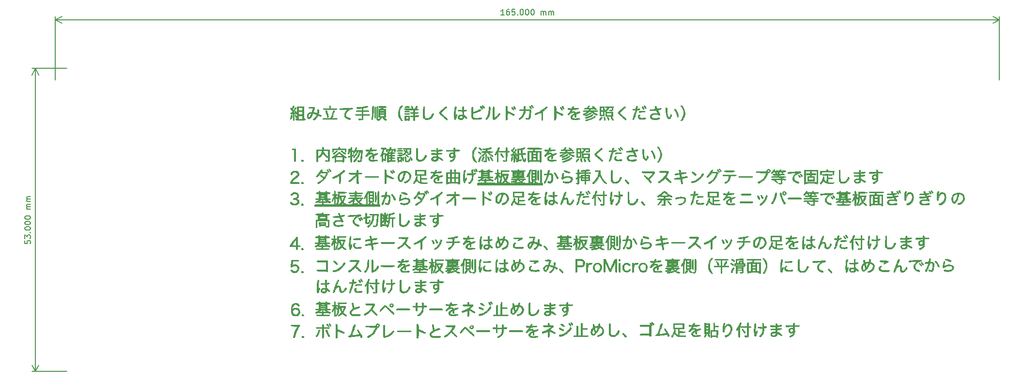
<source format=gto>
G04 #@! TF.GenerationSoftware,KiCad,Pcbnew,(5.1.5)-3*
G04 #@! TF.CreationDate,2021-03-06T02:14:21+09:00*
G04 #@! TF.ProjectId,Kleine Gherkin,4b6c6569-6e65-4204-9768-65726b696e2e,rev?*
G04 #@! TF.SameCoordinates,Original*
G04 #@! TF.FileFunction,Legend,Top*
G04 #@! TF.FilePolarity,Positive*
%FSLAX46Y46*%
G04 Gerber Fmt 4.6, Leading zero omitted, Abs format (unit mm)*
G04 Created by KiCad (PCBNEW (5.1.5)-3) date 2021-03-06 02:14:21*
%MOMM*%
%LPD*%
G04 APERTURE LIST*
%ADD10C,0.150000*%
%ADD11C,0.010000*%
G04 APERTURE END LIST*
D10*
X25152380Y-61619047D02*
X25152380Y-62095238D01*
X25628571Y-62142857D01*
X25580952Y-62095238D01*
X25533333Y-62000000D01*
X25533333Y-61761904D01*
X25580952Y-61666666D01*
X25628571Y-61619047D01*
X25723809Y-61571428D01*
X25961904Y-61571428D01*
X26057142Y-61619047D01*
X26104761Y-61666666D01*
X26152380Y-61761904D01*
X26152380Y-62000000D01*
X26104761Y-62095238D01*
X26057142Y-62142857D01*
X25152380Y-61238095D02*
X25152380Y-60619047D01*
X25533333Y-60952380D01*
X25533333Y-60809523D01*
X25580952Y-60714285D01*
X25628571Y-60666666D01*
X25723809Y-60619047D01*
X25961904Y-60619047D01*
X26057142Y-60666666D01*
X26104761Y-60714285D01*
X26152380Y-60809523D01*
X26152380Y-61095238D01*
X26104761Y-61190476D01*
X26057142Y-61238095D01*
X26057142Y-60190476D02*
X26104761Y-60142857D01*
X26152380Y-60190476D01*
X26104761Y-60238095D01*
X26057142Y-60190476D01*
X26152380Y-60190476D01*
X25152380Y-59523809D02*
X25152380Y-59428571D01*
X25200000Y-59333333D01*
X25247619Y-59285714D01*
X25342857Y-59238095D01*
X25533333Y-59190476D01*
X25771428Y-59190476D01*
X25961904Y-59238095D01*
X26057142Y-59285714D01*
X26104761Y-59333333D01*
X26152380Y-59428571D01*
X26152380Y-59523809D01*
X26104761Y-59619047D01*
X26057142Y-59666666D01*
X25961904Y-59714285D01*
X25771428Y-59761904D01*
X25533333Y-59761904D01*
X25342857Y-59714285D01*
X25247619Y-59666666D01*
X25200000Y-59619047D01*
X25152380Y-59523809D01*
X25152380Y-58571428D02*
X25152380Y-58476190D01*
X25200000Y-58380952D01*
X25247619Y-58333333D01*
X25342857Y-58285714D01*
X25533333Y-58238095D01*
X25771428Y-58238095D01*
X25961904Y-58285714D01*
X26057142Y-58333333D01*
X26104761Y-58380952D01*
X26152380Y-58476190D01*
X26152380Y-58571428D01*
X26104761Y-58666666D01*
X26057142Y-58714285D01*
X25961904Y-58761904D01*
X25771428Y-58809523D01*
X25533333Y-58809523D01*
X25342857Y-58761904D01*
X25247619Y-58714285D01*
X25200000Y-58666666D01*
X25152380Y-58571428D01*
X25152380Y-57619047D02*
X25152380Y-57523809D01*
X25200000Y-57428571D01*
X25247619Y-57380952D01*
X25342857Y-57333333D01*
X25533333Y-57285714D01*
X25771428Y-57285714D01*
X25961904Y-57333333D01*
X26057142Y-57380952D01*
X26104761Y-57428571D01*
X26152380Y-57523809D01*
X26152380Y-57619047D01*
X26104761Y-57714285D01*
X26057142Y-57761904D01*
X25961904Y-57809523D01*
X25771428Y-57857142D01*
X25533333Y-57857142D01*
X25342857Y-57809523D01*
X25247619Y-57761904D01*
X25200000Y-57714285D01*
X25152380Y-57619047D01*
X26152380Y-56095238D02*
X25485714Y-56095238D01*
X25580952Y-56095238D02*
X25533333Y-56047619D01*
X25485714Y-55952380D01*
X25485714Y-55809523D01*
X25533333Y-55714285D01*
X25628571Y-55666666D01*
X26152380Y-55666666D01*
X25628571Y-55666666D02*
X25533333Y-55619047D01*
X25485714Y-55523809D01*
X25485714Y-55380952D01*
X25533333Y-55285714D01*
X25628571Y-55238095D01*
X26152380Y-55238095D01*
X26152380Y-54761904D02*
X25485714Y-54761904D01*
X25580952Y-54761904D02*
X25533333Y-54714285D01*
X25485714Y-54619047D01*
X25485714Y-54476190D01*
X25533333Y-54380952D01*
X25628571Y-54333333D01*
X26152380Y-54333333D01*
X25628571Y-54333333D02*
X25533333Y-54285714D01*
X25485714Y-54190476D01*
X25485714Y-54047619D01*
X25533333Y-53952380D01*
X25628571Y-53904761D01*
X26152380Y-53904761D01*
X27000000Y-84500000D02*
X27000000Y-31500000D01*
X32500000Y-84500000D02*
X26413579Y-84500000D01*
X32500000Y-31500000D02*
X26413579Y-31500000D01*
X27000000Y-31500000D02*
X27586421Y-32626504D01*
X27000000Y-31500000D02*
X26413579Y-32626504D01*
X27000000Y-84500000D02*
X27586421Y-83373496D01*
X27000000Y-84500000D02*
X26413579Y-83373496D01*
X108952380Y-22152380D02*
X108380952Y-22152380D01*
X108666666Y-22152380D02*
X108666666Y-21152380D01*
X108571428Y-21295238D01*
X108476190Y-21390476D01*
X108380952Y-21438095D01*
X109809523Y-21152380D02*
X109619047Y-21152380D01*
X109523809Y-21200000D01*
X109476190Y-21247619D01*
X109380952Y-21390476D01*
X109333333Y-21580952D01*
X109333333Y-21961904D01*
X109380952Y-22057142D01*
X109428571Y-22104761D01*
X109523809Y-22152380D01*
X109714285Y-22152380D01*
X109809523Y-22104761D01*
X109857142Y-22057142D01*
X109904761Y-21961904D01*
X109904761Y-21723809D01*
X109857142Y-21628571D01*
X109809523Y-21580952D01*
X109714285Y-21533333D01*
X109523809Y-21533333D01*
X109428571Y-21580952D01*
X109380952Y-21628571D01*
X109333333Y-21723809D01*
X110809523Y-21152380D02*
X110333333Y-21152380D01*
X110285714Y-21628571D01*
X110333333Y-21580952D01*
X110428571Y-21533333D01*
X110666666Y-21533333D01*
X110761904Y-21580952D01*
X110809523Y-21628571D01*
X110857142Y-21723809D01*
X110857142Y-21961904D01*
X110809523Y-22057142D01*
X110761904Y-22104761D01*
X110666666Y-22152380D01*
X110428571Y-22152380D01*
X110333333Y-22104761D01*
X110285714Y-22057142D01*
X111285714Y-22057142D02*
X111333333Y-22104761D01*
X111285714Y-22152380D01*
X111238095Y-22104761D01*
X111285714Y-22057142D01*
X111285714Y-22152380D01*
X111952380Y-21152380D02*
X112047619Y-21152380D01*
X112142857Y-21200000D01*
X112190476Y-21247619D01*
X112238095Y-21342857D01*
X112285714Y-21533333D01*
X112285714Y-21771428D01*
X112238095Y-21961904D01*
X112190476Y-22057142D01*
X112142857Y-22104761D01*
X112047619Y-22152380D01*
X111952380Y-22152380D01*
X111857142Y-22104761D01*
X111809523Y-22057142D01*
X111761904Y-21961904D01*
X111714285Y-21771428D01*
X111714285Y-21533333D01*
X111761904Y-21342857D01*
X111809523Y-21247619D01*
X111857142Y-21200000D01*
X111952380Y-21152380D01*
X112904761Y-21152380D02*
X113000000Y-21152380D01*
X113095238Y-21200000D01*
X113142857Y-21247619D01*
X113190476Y-21342857D01*
X113238095Y-21533333D01*
X113238095Y-21771428D01*
X113190476Y-21961904D01*
X113142857Y-22057142D01*
X113095238Y-22104761D01*
X113000000Y-22152380D01*
X112904761Y-22152380D01*
X112809523Y-22104761D01*
X112761904Y-22057142D01*
X112714285Y-21961904D01*
X112666666Y-21771428D01*
X112666666Y-21533333D01*
X112714285Y-21342857D01*
X112761904Y-21247619D01*
X112809523Y-21200000D01*
X112904761Y-21152380D01*
X113857142Y-21152380D02*
X113952380Y-21152380D01*
X114047619Y-21200000D01*
X114095238Y-21247619D01*
X114142857Y-21342857D01*
X114190476Y-21533333D01*
X114190476Y-21771428D01*
X114142857Y-21961904D01*
X114095238Y-22057142D01*
X114047619Y-22104761D01*
X113952380Y-22152380D01*
X113857142Y-22152380D01*
X113761904Y-22104761D01*
X113714285Y-22057142D01*
X113666666Y-21961904D01*
X113619047Y-21771428D01*
X113619047Y-21533333D01*
X113666666Y-21342857D01*
X113714285Y-21247619D01*
X113761904Y-21200000D01*
X113857142Y-21152380D01*
X115380952Y-22152380D02*
X115380952Y-21485714D01*
X115380952Y-21580952D02*
X115428571Y-21533333D01*
X115523809Y-21485714D01*
X115666666Y-21485714D01*
X115761904Y-21533333D01*
X115809523Y-21628571D01*
X115809523Y-22152380D01*
X115809523Y-21628571D02*
X115857142Y-21533333D01*
X115952380Y-21485714D01*
X116095238Y-21485714D01*
X116190476Y-21533333D01*
X116238095Y-21628571D01*
X116238095Y-22152380D01*
X116714285Y-22152380D02*
X116714285Y-21485714D01*
X116714285Y-21580952D02*
X116761904Y-21533333D01*
X116857142Y-21485714D01*
X117000000Y-21485714D01*
X117095238Y-21533333D01*
X117142857Y-21628571D01*
X117142857Y-22152380D01*
X117142857Y-21628571D02*
X117190476Y-21533333D01*
X117285714Y-21485714D01*
X117428571Y-21485714D01*
X117523809Y-21533333D01*
X117571428Y-21628571D01*
X117571428Y-22152380D01*
X195500000Y-23000000D02*
X30500000Y-23000000D01*
X195500000Y-33500000D02*
X195500000Y-22413579D01*
X30500000Y-33500000D02*
X30500000Y-22413579D01*
X30500000Y-23000000D02*
X31626504Y-22413579D01*
X30500000Y-23000000D02*
X31626504Y-23586421D01*
X195500000Y-23000000D02*
X194373496Y-22413579D01*
X195500000Y-23000000D02*
X194373496Y-23586421D01*
D11*
G36*
X108734019Y-76244370D02*
G01*
X108773528Y-76323909D01*
X108793665Y-76491284D01*
X108794554Y-76504767D01*
X108812558Y-76785349D01*
X109093139Y-76775785D01*
X109264794Y-76776669D01*
X109348389Y-76801885D01*
X109373226Y-76862231D01*
X109373721Y-76879157D01*
X109356502Y-76947164D01*
X109285815Y-76981060D01*
X109133108Y-76991762D01*
X109078372Y-76992093D01*
X108783023Y-76992093D01*
X108782694Y-77272674D01*
X108768284Y-77501297D01*
X108732792Y-77725673D01*
X108719788Y-77778603D01*
X108633327Y-77970605D01*
X108492917Y-78159513D01*
X108320567Y-78328082D01*
X108138284Y-78459070D01*
X107968077Y-78535233D01*
X107831955Y-78539326D01*
X107785319Y-78510761D01*
X107724860Y-78419895D01*
X107770653Y-78359105D01*
X107866358Y-78326713D01*
X108064489Y-78230820D01*
X108261661Y-78062339D01*
X108418505Y-77860405D01*
X108485910Y-77710838D01*
X108526067Y-77502399D01*
X108545960Y-77274116D01*
X108546414Y-77243140D01*
X108546744Y-76992093D01*
X107719767Y-76992093D01*
X107719767Y-77346512D01*
X107715456Y-77544462D01*
X107696521Y-77651423D01*
X107653954Y-77694414D01*
X107601628Y-77700930D01*
X107535644Y-77687998D01*
X107499990Y-77631191D01*
X107485660Y-77503490D01*
X107483488Y-77346512D01*
X107483488Y-76992093D01*
X107183808Y-76992093D01*
X107006158Y-76986080D01*
X106920591Y-76961697D01*
X106901380Y-76909429D01*
X106904346Y-76888721D01*
X106938565Y-76825868D01*
X107028352Y-76800918D01*
X107204026Y-76805437D01*
X107483488Y-76825524D01*
X107483488Y-76524855D01*
X107489486Y-76345763D01*
X107515033Y-76255684D01*
X107571462Y-76225777D01*
X107601628Y-76224186D01*
X107672488Y-76239736D01*
X107707829Y-76305738D01*
X107719262Y-76451221D01*
X107719767Y-76519535D01*
X107719767Y-76814884D01*
X108546744Y-76814884D01*
X108546744Y-76519535D01*
X108553184Y-76341971D01*
X108579961Y-76253443D01*
X108638259Y-76225204D01*
X108661647Y-76224186D01*
X108734019Y-76244370D01*
G37*
X108734019Y-76244370D02*
X108773528Y-76323909D01*
X108793665Y-76491284D01*
X108794554Y-76504767D01*
X108812558Y-76785349D01*
X109093139Y-76775785D01*
X109264794Y-76776669D01*
X109348389Y-76801885D01*
X109373226Y-76862231D01*
X109373721Y-76879157D01*
X109356502Y-76947164D01*
X109285815Y-76981060D01*
X109133108Y-76991762D01*
X109078372Y-76992093D01*
X108783023Y-76992093D01*
X108782694Y-77272674D01*
X108768284Y-77501297D01*
X108732792Y-77725673D01*
X108719788Y-77778603D01*
X108633327Y-77970605D01*
X108492917Y-78159513D01*
X108320567Y-78328082D01*
X108138284Y-78459070D01*
X107968077Y-78535233D01*
X107831955Y-78539326D01*
X107785319Y-78510761D01*
X107724860Y-78419895D01*
X107770653Y-78359105D01*
X107866358Y-78326713D01*
X108064489Y-78230820D01*
X108261661Y-78062339D01*
X108418505Y-77860405D01*
X108485910Y-77710838D01*
X108526067Y-77502399D01*
X108545960Y-77274116D01*
X108546414Y-77243140D01*
X108546744Y-76992093D01*
X107719767Y-76992093D01*
X107719767Y-77346512D01*
X107715456Y-77544462D01*
X107696521Y-77651423D01*
X107653954Y-77694414D01*
X107601628Y-77700930D01*
X107535644Y-77687998D01*
X107499990Y-77631191D01*
X107485660Y-77503490D01*
X107483488Y-77346512D01*
X107483488Y-76992093D01*
X107183808Y-76992093D01*
X107006158Y-76986080D01*
X106920591Y-76961697D01*
X106901380Y-76909429D01*
X106904346Y-76888721D01*
X106938565Y-76825868D01*
X107028352Y-76800918D01*
X107204026Y-76805437D01*
X107483488Y-76825524D01*
X107483488Y-76524855D01*
X107489486Y-76345763D01*
X107515033Y-76255684D01*
X107571462Y-76225777D01*
X107601628Y-76224186D01*
X107672488Y-76239736D01*
X107707829Y-76305738D01*
X107719262Y-76451221D01*
X107719767Y-76519535D01*
X107719767Y-76814884D01*
X108546744Y-76814884D01*
X108546744Y-76519535D01*
X108553184Y-76341971D01*
X108579961Y-76253443D01*
X108638259Y-76225204D01*
X108661647Y-76224186D01*
X108734019Y-76244370D01*
G36*
X113673455Y-76179524D02*
G01*
X113746188Y-76211893D01*
X113756033Y-76284580D01*
X113709750Y-76425687D01*
X113695387Y-76480379D01*
X113719262Y-76511023D01*
X113802618Y-76521236D01*
X113966694Y-76514635D01*
X114152432Y-76501062D01*
X114391187Y-76484863D01*
X114534459Y-76483607D01*
X114604301Y-76500332D01*
X114622770Y-76538072D01*
X114619706Y-76565375D01*
X114588924Y-76617293D01*
X114505458Y-76655750D01*
X114348191Y-76686592D01*
X114096001Y-76715663D01*
X114066317Y-76718547D01*
X113810202Y-76745721D01*
X113645112Y-76773588D01*
X113544229Y-76811230D01*
X113480736Y-76867725D01*
X113439983Y-76930603D01*
X113347744Y-77091320D01*
X113627061Y-77064481D01*
X113806701Y-77055941D01*
X113915805Y-77083927D01*
X113999829Y-77162529D01*
X114017608Y-77185541D01*
X114128837Y-77333440D01*
X114438189Y-77217878D01*
X114618527Y-77160387D01*
X114756547Y-77134274D01*
X114807375Y-77139295D01*
X114868039Y-77215647D01*
X114812487Y-77296019D01*
X114642506Y-77378704D01*
X114512709Y-77421103D01*
X114158372Y-77525228D01*
X114158372Y-77819824D01*
X114151887Y-77997135D01*
X114124965Y-78085425D01*
X114066404Y-78113453D01*
X114043629Y-78114419D01*
X113966084Y-78090081D01*
X113925705Y-77997748D01*
X113910722Y-77873621D01*
X113892558Y-77632823D01*
X113685814Y-77772602D01*
X113541187Y-77895267D01*
X113483589Y-78023554D01*
X113479069Y-78086972D01*
X113491474Y-78199602D01*
X113550069Y-78262619D01*
X113686927Y-78305151D01*
X113729459Y-78314385D01*
X113992778Y-78337085D01*
X114308637Y-78313460D01*
X114349691Y-78307176D01*
X114585535Y-78279328D01*
X114727718Y-78292561D01*
X114794907Y-78351362D01*
X114807235Y-78417151D01*
X114753910Y-78453650D01*
X114611042Y-78484361D01*
X114407152Y-78507772D01*
X114170759Y-78522371D01*
X113930383Y-78526646D01*
X113714543Y-78519085D01*
X113551760Y-78498177D01*
X113508604Y-78486001D01*
X113320865Y-78365184D01*
X113224658Y-78191854D01*
X113225020Y-77993969D01*
X113326987Y-77799486D01*
X113375697Y-77748260D01*
X113547432Y-77612261D01*
X113733280Y-77497765D01*
X113734296Y-77497251D01*
X113858343Y-77422974D01*
X113887714Y-77362309D01*
X113859970Y-77313298D01*
X113729035Y-77241262D01*
X113543382Y-77255457D01*
X113321944Y-77349740D01*
X113083653Y-77517969D01*
X113001082Y-77591940D01*
X112881964Y-77696182D01*
X112810212Y-77723981D01*
X112752750Y-77685417D01*
X112740618Y-77671300D01*
X112705574Y-77602911D01*
X112730146Y-77524156D01*
X112826714Y-77405147D01*
X112870135Y-77358647D01*
X113045331Y-77160737D01*
X113181151Y-76982359D01*
X113259836Y-76848102D01*
X113272325Y-76801740D01*
X113219505Y-76774345D01*
X113085872Y-76757917D01*
X113006511Y-76755814D01*
X112841144Y-76748552D01*
X112762861Y-76717158D01*
X112741006Y-76647225D01*
X112740697Y-76630868D01*
X112749645Y-76560761D01*
X112795366Y-76529149D01*
X112906182Y-76528718D01*
X113066758Y-76546661D01*
X113392818Y-76587400D01*
X113482655Y-76372391D01*
X113568649Y-76220971D01*
X113658913Y-76177387D01*
X113673455Y-76179524D01*
G37*
X113673455Y-76179524D02*
X113746188Y-76211893D01*
X113756033Y-76284580D01*
X113709750Y-76425687D01*
X113695387Y-76480379D01*
X113719262Y-76511023D01*
X113802618Y-76521236D01*
X113966694Y-76514635D01*
X114152432Y-76501062D01*
X114391187Y-76484863D01*
X114534459Y-76483607D01*
X114604301Y-76500332D01*
X114622770Y-76538072D01*
X114619706Y-76565375D01*
X114588924Y-76617293D01*
X114505458Y-76655750D01*
X114348191Y-76686592D01*
X114096001Y-76715663D01*
X114066317Y-76718547D01*
X113810202Y-76745721D01*
X113645112Y-76773588D01*
X113544229Y-76811230D01*
X113480736Y-76867725D01*
X113439983Y-76930603D01*
X113347744Y-77091320D01*
X113627061Y-77064481D01*
X113806701Y-77055941D01*
X113915805Y-77083927D01*
X113999829Y-77162529D01*
X114017608Y-77185541D01*
X114128837Y-77333440D01*
X114438189Y-77217878D01*
X114618527Y-77160387D01*
X114756547Y-77134274D01*
X114807375Y-77139295D01*
X114868039Y-77215647D01*
X114812487Y-77296019D01*
X114642506Y-77378704D01*
X114512709Y-77421103D01*
X114158372Y-77525228D01*
X114158372Y-77819824D01*
X114151887Y-77997135D01*
X114124965Y-78085425D01*
X114066404Y-78113453D01*
X114043629Y-78114419D01*
X113966084Y-78090081D01*
X113925705Y-77997748D01*
X113910722Y-77873621D01*
X113892558Y-77632823D01*
X113685814Y-77772602D01*
X113541187Y-77895267D01*
X113483589Y-78023554D01*
X113479069Y-78086972D01*
X113491474Y-78199602D01*
X113550069Y-78262619D01*
X113686927Y-78305151D01*
X113729459Y-78314385D01*
X113992778Y-78337085D01*
X114308637Y-78313460D01*
X114349691Y-78307176D01*
X114585535Y-78279328D01*
X114727718Y-78292561D01*
X114794907Y-78351362D01*
X114807235Y-78417151D01*
X114753910Y-78453650D01*
X114611042Y-78484361D01*
X114407152Y-78507772D01*
X114170759Y-78522371D01*
X113930383Y-78526646D01*
X113714543Y-78519085D01*
X113551760Y-78498177D01*
X113508604Y-78486001D01*
X113320865Y-78365184D01*
X113224658Y-78191854D01*
X113225020Y-77993969D01*
X113326987Y-77799486D01*
X113375697Y-77748260D01*
X113547432Y-77612261D01*
X113733280Y-77497765D01*
X113734296Y-77497251D01*
X113858343Y-77422974D01*
X113887714Y-77362309D01*
X113859970Y-77313298D01*
X113729035Y-77241262D01*
X113543382Y-77255457D01*
X113321944Y-77349740D01*
X113083653Y-77517969D01*
X113001082Y-77591940D01*
X112881964Y-77696182D01*
X112810212Y-77723981D01*
X112752750Y-77685417D01*
X112740618Y-77671300D01*
X112705574Y-77602911D01*
X112730146Y-77524156D01*
X112826714Y-77405147D01*
X112870135Y-77358647D01*
X113045331Y-77160737D01*
X113181151Y-76982359D01*
X113259836Y-76848102D01*
X113272325Y-76801740D01*
X113219505Y-76774345D01*
X113085872Y-76757917D01*
X113006511Y-76755814D01*
X112841144Y-76748552D01*
X112762861Y-76717158D01*
X112741006Y-76647225D01*
X112740697Y-76630868D01*
X112749645Y-76560761D01*
X112795366Y-76529149D01*
X112906182Y-76528718D01*
X113066758Y-76546661D01*
X113392818Y-76587400D01*
X113482655Y-76372391D01*
X113568649Y-76220971D01*
X113658913Y-76177387D01*
X113673455Y-76179524D01*
G36*
X111369895Y-77287907D02*
G01*
X111668271Y-77290315D01*
X111878954Y-77296191D01*
X112017167Y-77307055D01*
X112098134Y-77324431D01*
X112137077Y-77349840D01*
X112149220Y-77384804D01*
X112150000Y-77405581D01*
X112145353Y-77445710D01*
X112121264Y-77475548D01*
X112062509Y-77496616D01*
X111953866Y-77510438D01*
X111780111Y-77518534D01*
X111526022Y-77522429D01*
X111176375Y-77523643D01*
X110968604Y-77523721D01*
X110567313Y-77523256D01*
X110268938Y-77520847D01*
X110058255Y-77514972D01*
X109920042Y-77504108D01*
X109839075Y-77486732D01*
X109800132Y-77461323D01*
X109787988Y-77426358D01*
X109787209Y-77405581D01*
X109791856Y-77365452D01*
X109815945Y-77335615D01*
X109874699Y-77314546D01*
X109983343Y-77300725D01*
X110157097Y-77292628D01*
X110411187Y-77288734D01*
X110760834Y-77287520D01*
X110968604Y-77287442D01*
X111369895Y-77287907D01*
G37*
X111369895Y-77287907D02*
X111668271Y-77290315D01*
X111878954Y-77296191D01*
X112017167Y-77307055D01*
X112098134Y-77324431D01*
X112137077Y-77349840D01*
X112149220Y-77384804D01*
X112150000Y-77405581D01*
X112145353Y-77445710D01*
X112121264Y-77475548D01*
X112062509Y-77496616D01*
X111953866Y-77510438D01*
X111780111Y-77518534D01*
X111526022Y-77522429D01*
X111176375Y-77523643D01*
X110968604Y-77523721D01*
X110567313Y-77523256D01*
X110268938Y-77520847D01*
X110058255Y-77514972D01*
X109920042Y-77504108D01*
X109839075Y-77486732D01*
X109800132Y-77461323D01*
X109787988Y-77426358D01*
X109787209Y-77405581D01*
X109791856Y-77365452D01*
X109815945Y-77335615D01*
X109874699Y-77314546D01*
X109983343Y-77300725D01*
X110157097Y-77292628D01*
X110411187Y-77288734D01*
X110760834Y-77287520D01*
X110968604Y-77287442D01*
X111369895Y-77287907D01*
G36*
X105640128Y-77287907D02*
G01*
X105938503Y-77290315D01*
X106149186Y-77296191D01*
X106287399Y-77307055D01*
X106368366Y-77324431D01*
X106407310Y-77349840D01*
X106419453Y-77384804D01*
X106420232Y-77405581D01*
X106415585Y-77445710D01*
X106391496Y-77475548D01*
X106332742Y-77496616D01*
X106224099Y-77510438D01*
X106050344Y-77518534D01*
X105796255Y-77522429D01*
X105446607Y-77523643D01*
X105238837Y-77523721D01*
X104837546Y-77523256D01*
X104539170Y-77520847D01*
X104328488Y-77514972D01*
X104190274Y-77504108D01*
X104109308Y-77486732D01*
X104070364Y-77461323D01*
X104058221Y-77426358D01*
X104057442Y-77405581D01*
X104062088Y-77365452D01*
X104086177Y-77335615D01*
X104144932Y-77314546D01*
X104253575Y-77300725D01*
X104427330Y-77292628D01*
X104681419Y-77288734D01*
X105031066Y-77287520D01*
X105238837Y-77287442D01*
X105640128Y-77287907D01*
G37*
X105640128Y-77287907D02*
X105938503Y-77290315D01*
X106149186Y-77296191D01*
X106287399Y-77307055D01*
X106368366Y-77324431D01*
X106407310Y-77349840D01*
X106419453Y-77384804D01*
X106420232Y-77405581D01*
X106415585Y-77445710D01*
X106391496Y-77475548D01*
X106332742Y-77496616D01*
X106224099Y-77510438D01*
X106050344Y-77518534D01*
X105796255Y-77522429D01*
X105446607Y-77523643D01*
X105238837Y-77523721D01*
X104837546Y-77523256D01*
X104539170Y-77520847D01*
X104328488Y-77514972D01*
X104190274Y-77504108D01*
X104109308Y-77486732D01*
X104070364Y-77461323D01*
X104058221Y-77426358D01*
X104057442Y-77405581D01*
X104062088Y-77365452D01*
X104086177Y-77335615D01*
X104144932Y-77314546D01*
X104253575Y-77300725D01*
X104427330Y-77292628D01*
X104681419Y-77288734D01*
X105031066Y-77287520D01*
X105238837Y-77287442D01*
X105640128Y-77287907D01*
G36*
X103406994Y-76442396D02*
G01*
X103506388Y-76565697D01*
X103525814Y-76696744D01*
X103500026Y-76840795D01*
X103454930Y-76921209D01*
X103322646Y-76982211D01*
X103150394Y-76982011D01*
X102997585Y-76923289D01*
X102968870Y-76899269D01*
X102885406Y-76750128D01*
X102889927Y-76702683D01*
X103009498Y-76702683D01*
X103053256Y-76785349D01*
X103150005Y-76860218D01*
X103200930Y-76873953D01*
X103297907Y-76832587D01*
X103348604Y-76785349D01*
X103392362Y-76690805D01*
X103348604Y-76608140D01*
X103251855Y-76533270D01*
X103200930Y-76519535D01*
X103103952Y-76560901D01*
X103053256Y-76608140D01*
X103009498Y-76702683D01*
X102889927Y-76702683D01*
X102899901Y-76598027D01*
X102996933Y-76473196D01*
X103161079Y-76405866D01*
X103222870Y-76401395D01*
X103406994Y-76442396D01*
G37*
X103406994Y-76442396D02*
X103506388Y-76565697D01*
X103525814Y-76696744D01*
X103500026Y-76840795D01*
X103454930Y-76921209D01*
X103322646Y-76982211D01*
X103150394Y-76982011D01*
X102997585Y-76923289D01*
X102968870Y-76899269D01*
X102885406Y-76750128D01*
X102889927Y-76702683D01*
X103009498Y-76702683D01*
X103053256Y-76785349D01*
X103150005Y-76860218D01*
X103200930Y-76873953D01*
X103297907Y-76832587D01*
X103348604Y-76785349D01*
X103392362Y-76690805D01*
X103348604Y-76608140D01*
X103251855Y-76533270D01*
X103200930Y-76519535D01*
X103103952Y-76560901D01*
X103053256Y-76608140D01*
X103009498Y-76702683D01*
X102889927Y-76702683D01*
X102899901Y-76598027D01*
X102996933Y-76473196D01*
X103161079Y-76405866D01*
X103222870Y-76401395D01*
X103406994Y-76442396D01*
G36*
X102166600Y-76740684D02*
G01*
X102340240Y-76868087D01*
X102573370Y-77072331D01*
X102724701Y-77215814D01*
X102949725Y-77431590D01*
X103163448Y-77632234D01*
X103341311Y-77794949D01*
X103456336Y-77894971D01*
X103585450Y-78034567D01*
X103631017Y-78162081D01*
X103587520Y-78254115D01*
X103545969Y-78275092D01*
X103483167Y-78243161D01*
X103352890Y-78140313D01*
X103170475Y-77979888D01*
X102951256Y-77775227D01*
X102780427Y-77609143D01*
X102083334Y-76920404D01*
X101933295Y-77090932D01*
X101812263Y-77230045D01*
X101654546Y-77413321D01*
X101533515Y-77555032D01*
X101393868Y-77711021D01*
X101305440Y-77784097D01*
X101249591Y-77786619D01*
X101224359Y-77760000D01*
X101192539Y-77709842D01*
X101182667Y-77663528D01*
X101205389Y-77601727D01*
X101271349Y-77505105D01*
X101391194Y-77354331D01*
X101562499Y-77145945D01*
X101776344Y-76901448D01*
X101936449Y-76753745D01*
X102048628Y-76697597D01*
X102060921Y-76696744D01*
X102166600Y-76740684D01*
G37*
X102166600Y-76740684D02*
X102340240Y-76868087D01*
X102573370Y-77072331D01*
X102724701Y-77215814D01*
X102949725Y-77431590D01*
X103163448Y-77632234D01*
X103341311Y-77794949D01*
X103456336Y-77894971D01*
X103585450Y-78034567D01*
X103631017Y-78162081D01*
X103587520Y-78254115D01*
X103545969Y-78275092D01*
X103483167Y-78243161D01*
X103352890Y-78140313D01*
X103170475Y-77979888D01*
X102951256Y-77775227D01*
X102780427Y-77609143D01*
X102083334Y-76920404D01*
X101933295Y-77090932D01*
X101812263Y-77230045D01*
X101654546Y-77413321D01*
X101533515Y-77555032D01*
X101393868Y-77711021D01*
X101305440Y-77784097D01*
X101249591Y-77786619D01*
X101224359Y-77760000D01*
X101192539Y-77709842D01*
X101182667Y-77663528D01*
X101205389Y-77601727D01*
X101271349Y-77505105D01*
X101391194Y-77354331D01*
X101562499Y-77145945D01*
X101776344Y-76901448D01*
X101936449Y-76753745D01*
X102048628Y-76697597D01*
X102060921Y-76696744D01*
X102166600Y-76740684D01*
G36*
X99823757Y-76404798D02*
G01*
X100067261Y-76415747D01*
X100217449Y-76435355D01*
X100286644Y-76464731D01*
X100293319Y-76475233D01*
X100281647Y-76567790D01*
X100222636Y-76729059D01*
X100130920Y-76927173D01*
X100021133Y-77130261D01*
X99918380Y-77291789D01*
X99811214Y-77443810D01*
X100250839Y-77841978D01*
X100436769Y-78018051D01*
X100583766Y-78171868D01*
X100672758Y-78282625D01*
X100690465Y-78321470D01*
X100667847Y-78411924D01*
X100595262Y-78423350D01*
X100465611Y-78352475D01*
X100271794Y-78196026D01*
X100120723Y-78058760D01*
X99672147Y-77639840D01*
X99413106Y-77878616D01*
X99245915Y-78021010D01*
X99051023Y-78169790D01*
X98855938Y-78306028D01*
X98688165Y-78410798D01*
X98575213Y-78465172D01*
X98555324Y-78468837D01*
X98492982Y-78423976D01*
X98455227Y-78369616D01*
X98440125Y-78297941D01*
X98499030Y-78231494D01*
X98644269Y-78151457D01*
X98835519Y-78028703D01*
X99067015Y-77836415D01*
X99311608Y-77602094D01*
X99542152Y-77353238D01*
X99731497Y-77117345D01*
X99847154Y-76933023D01*
X99978178Y-76667209D01*
X99330135Y-76650507D01*
X99045816Y-76641636D01*
X98859268Y-76629762D01*
X98750126Y-76610709D01*
X98698028Y-76580302D01*
X98682610Y-76534363D01*
X98682093Y-76517600D01*
X98688847Y-76470766D01*
X98721454Y-76438539D01*
X98798430Y-76418203D01*
X98938293Y-76407044D01*
X99159559Y-76402347D01*
X99474612Y-76401395D01*
X99823757Y-76404798D01*
G37*
X99823757Y-76404798D02*
X100067261Y-76415747D01*
X100217449Y-76435355D01*
X100286644Y-76464731D01*
X100293319Y-76475233D01*
X100281647Y-76567790D01*
X100222636Y-76729059D01*
X100130920Y-76927173D01*
X100021133Y-77130261D01*
X99918380Y-77291789D01*
X99811214Y-77443810D01*
X100250839Y-77841978D01*
X100436769Y-78018051D01*
X100583766Y-78171868D01*
X100672758Y-78282625D01*
X100690465Y-78321470D01*
X100667847Y-78411924D01*
X100595262Y-78423350D01*
X100465611Y-78352475D01*
X100271794Y-78196026D01*
X100120723Y-78058760D01*
X99672147Y-77639840D01*
X99413106Y-77878616D01*
X99245915Y-78021010D01*
X99051023Y-78169790D01*
X98855938Y-78306028D01*
X98688165Y-78410798D01*
X98575213Y-78465172D01*
X98555324Y-78468837D01*
X98492982Y-78423976D01*
X98455227Y-78369616D01*
X98440125Y-78297941D01*
X98499030Y-78231494D01*
X98644269Y-78151457D01*
X98835519Y-78028703D01*
X99067015Y-77836415D01*
X99311608Y-77602094D01*
X99542152Y-77353238D01*
X99731497Y-77117345D01*
X99847154Y-76933023D01*
X99978178Y-76667209D01*
X99330135Y-76650507D01*
X99045816Y-76641636D01*
X98859268Y-76629762D01*
X98750126Y-76610709D01*
X98698028Y-76580302D01*
X98682610Y-76534363D01*
X98682093Y-76517600D01*
X98688847Y-76470766D01*
X98721454Y-76438539D01*
X98798430Y-76418203D01*
X98938293Y-76407044D01*
X99159559Y-76402347D01*
X99474612Y-76401395D01*
X99823757Y-76404798D01*
G36*
X96472207Y-76267787D02*
G01*
X96512130Y-76337130D01*
X96554191Y-76486523D01*
X96606369Y-76721176D01*
X96660790Y-76957240D01*
X96704979Y-77096302D01*
X96747979Y-77157919D01*
X96798831Y-77161645D01*
X96808405Y-77158133D01*
X96959198Y-77100516D01*
X97147950Y-77033188D01*
X97338889Y-76968263D01*
X97496242Y-76917858D01*
X97584235Y-76894090D01*
X97589519Y-76893569D01*
X97637601Y-76942417D01*
X97661968Y-77006436D01*
X97659984Y-77081968D01*
X97589440Y-77135717D01*
X97426070Y-77186134D01*
X97425443Y-77186292D01*
X97209535Y-77253496D01*
X96955405Y-77351464D01*
X96697669Y-77464671D01*
X96470946Y-77577594D01*
X96309851Y-77674711D01*
X96275556Y-77701934D01*
X96195357Y-77838099D01*
X96169487Y-77996977D01*
X96187997Y-78124658D01*
X96253584Y-78214553D01*
X96381333Y-78271390D01*
X96586328Y-78299894D01*
X96883654Y-78304791D01*
X97129371Y-78297719D01*
X97411200Y-78288455D01*
X97595357Y-78288683D01*
X97702096Y-78300828D01*
X97751672Y-78327316D01*
X97764342Y-78370574D01*
X97764371Y-78373775D01*
X97741749Y-78444236D01*
X97663525Y-78493494D01*
X97514159Y-78524792D01*
X97278114Y-78541376D01*
X96939849Y-78546492D01*
X96937394Y-78546495D01*
X96650143Y-78541949D01*
X96449771Y-78524388D01*
X96305306Y-78488993D01*
X96185771Y-78430949D01*
X96182782Y-78429135D01*
X95989681Y-78258722D01*
X95907186Y-78058382D01*
X95935497Y-77840225D01*
X96074812Y-77616363D01*
X96167858Y-77522300D01*
X96307424Y-77402287D01*
X96416197Y-77319495D01*
X96450000Y-77300000D01*
X96469497Y-77231324D01*
X96448917Y-77060326D01*
X96393456Y-76812059D01*
X96336911Y-76573091D01*
X96313268Y-76423164D01*
X96320773Y-76338379D01*
X96355624Y-76296103D01*
X96423634Y-76260208D01*
X96472207Y-76267787D01*
G37*
X96472207Y-76267787D02*
X96512130Y-76337130D01*
X96554191Y-76486523D01*
X96606369Y-76721176D01*
X96660790Y-76957240D01*
X96704979Y-77096302D01*
X96747979Y-77157919D01*
X96798831Y-77161645D01*
X96808405Y-77158133D01*
X96959198Y-77100516D01*
X97147950Y-77033188D01*
X97338889Y-76968263D01*
X97496242Y-76917858D01*
X97584235Y-76894090D01*
X97589519Y-76893569D01*
X97637601Y-76942417D01*
X97661968Y-77006436D01*
X97659984Y-77081968D01*
X97589440Y-77135717D01*
X97426070Y-77186134D01*
X97425443Y-77186292D01*
X97209535Y-77253496D01*
X96955405Y-77351464D01*
X96697669Y-77464671D01*
X96470946Y-77577594D01*
X96309851Y-77674711D01*
X96275556Y-77701934D01*
X96195357Y-77838099D01*
X96169487Y-77996977D01*
X96187997Y-78124658D01*
X96253584Y-78214553D01*
X96381333Y-78271390D01*
X96586328Y-78299894D01*
X96883654Y-78304791D01*
X97129371Y-78297719D01*
X97411200Y-78288455D01*
X97595357Y-78288683D01*
X97702096Y-78300828D01*
X97751672Y-78327316D01*
X97764342Y-78370574D01*
X97764371Y-78373775D01*
X97741749Y-78444236D01*
X97663525Y-78493494D01*
X97514159Y-78524792D01*
X97278114Y-78541376D01*
X96939849Y-78546492D01*
X96937394Y-78546495D01*
X96650143Y-78541949D01*
X96449771Y-78524388D01*
X96305306Y-78488993D01*
X96185771Y-78430949D01*
X96182782Y-78429135D01*
X95989681Y-78258722D01*
X95907186Y-78058382D01*
X95935497Y-77840225D01*
X96074812Y-77616363D01*
X96167858Y-77522300D01*
X96307424Y-77402287D01*
X96416197Y-77319495D01*
X96450000Y-77300000D01*
X96469497Y-77231324D01*
X96448917Y-77060326D01*
X96393456Y-76812059D01*
X96336911Y-76573091D01*
X96313268Y-76423164D01*
X96320773Y-76338379D01*
X96355624Y-76296103D01*
X96423634Y-76260208D01*
X96472207Y-76267787D01*
G36*
X79368525Y-72265944D02*
G01*
X79401464Y-72340211D01*
X79411639Y-72498378D01*
X79411860Y-72542791D01*
X79415732Y-72717630D01*
X79439536Y-72804816D01*
X79501559Y-72834823D01*
X79589069Y-72838140D01*
X79729757Y-72864556D01*
X79766279Y-72926744D01*
X79714929Y-72998007D01*
X79618604Y-73015349D01*
X79512087Y-73027958D01*
X79480280Y-73078312D01*
X79523232Y-73185200D01*
X79619408Y-73335798D01*
X79714304Y-73506452D01*
X79725452Y-73623689D01*
X79714065Y-73650768D01*
X79670410Y-73697198D01*
X79616919Y-73663420D01*
X79536272Y-73543588D01*
X79412302Y-73340233D01*
X79412081Y-74093372D01*
X79410548Y-74405007D01*
X79404452Y-74617203D01*
X79391223Y-74748647D01*
X79368291Y-74818022D01*
X79333086Y-74844014D01*
X79308488Y-74846589D01*
X79264497Y-74836322D01*
X79235878Y-74792457D01*
X79220133Y-74695518D01*
X79214763Y-74526028D01*
X79217269Y-74264509D01*
X79219443Y-74152519D01*
X79233771Y-73458372D01*
X79089880Y-73768488D01*
X78980778Y-73973754D01*
X78892961Y-74068742D01*
X78820964Y-74058247D01*
X78795861Y-74026384D01*
X78803845Y-73950574D01*
X78856244Y-73803396D01*
X78936455Y-73627663D01*
X79032922Y-73425502D01*
X79110050Y-73248017D01*
X79146433Y-73148256D01*
X79157478Y-73055448D01*
X79099074Y-73019999D01*
X79002352Y-73015349D01*
X78859935Y-72990105D01*
X78821162Y-72926744D01*
X78864328Y-72862289D01*
X79003656Y-72838563D01*
X79035422Y-72838140D01*
X79249682Y-72838140D01*
X79221302Y-72542791D01*
X79209763Y-72366601D01*
X79224569Y-72278293D01*
X79273628Y-72249056D01*
X79302392Y-72247442D01*
X79368525Y-72265944D01*
G37*
X79368525Y-72265944D02*
X79401464Y-72340211D01*
X79411639Y-72498378D01*
X79411860Y-72542791D01*
X79415732Y-72717630D01*
X79439536Y-72804816D01*
X79501559Y-72834823D01*
X79589069Y-72838140D01*
X79729757Y-72864556D01*
X79766279Y-72926744D01*
X79714929Y-72998007D01*
X79618604Y-73015349D01*
X79512087Y-73027958D01*
X79480280Y-73078312D01*
X79523232Y-73185200D01*
X79619408Y-73335798D01*
X79714304Y-73506452D01*
X79725452Y-73623689D01*
X79714065Y-73650768D01*
X79670410Y-73697198D01*
X79616919Y-73663420D01*
X79536272Y-73543588D01*
X79412302Y-73340233D01*
X79412081Y-74093372D01*
X79410548Y-74405007D01*
X79404452Y-74617203D01*
X79391223Y-74748647D01*
X79368291Y-74818022D01*
X79333086Y-74844014D01*
X79308488Y-74846589D01*
X79264497Y-74836322D01*
X79235878Y-74792457D01*
X79220133Y-74695518D01*
X79214763Y-74526028D01*
X79217269Y-74264509D01*
X79219443Y-74152519D01*
X79233771Y-73458372D01*
X79089880Y-73768488D01*
X78980778Y-73973754D01*
X78892961Y-74068742D01*
X78820964Y-74058247D01*
X78795861Y-74026384D01*
X78803845Y-73950574D01*
X78856244Y-73803396D01*
X78936455Y-73627663D01*
X79032922Y-73425502D01*
X79110050Y-73248017D01*
X79146433Y-73148256D01*
X79157478Y-73055448D01*
X79099074Y-73019999D01*
X79002352Y-73015349D01*
X78859935Y-72990105D01*
X78821162Y-72926744D01*
X78864328Y-72862289D01*
X79003656Y-72838563D01*
X79035422Y-72838140D01*
X79249682Y-72838140D01*
X79221302Y-72542791D01*
X79209763Y-72366601D01*
X79224569Y-72278293D01*
X79273628Y-72249056D01*
X79302392Y-72247442D01*
X79368525Y-72265944D01*
G36*
X77915700Y-72289210D02*
G01*
X77935116Y-72365581D01*
X77952508Y-72439409D01*
X78024727Y-72474320D01*
X78181834Y-72483676D01*
X78200930Y-72483721D01*
X78367043Y-72491451D01*
X78445592Y-72523548D01*
X78466642Y-72593373D01*
X78466744Y-72601860D01*
X78449352Y-72675688D01*
X78377133Y-72710599D01*
X78220026Y-72719955D01*
X78200930Y-72720000D01*
X77935116Y-72720000D01*
X77935116Y-73546977D01*
X78230465Y-73546977D01*
X78409127Y-73553939D01*
X78498086Y-73581660D01*
X78525311Y-73640388D01*
X78525814Y-73655209D01*
X78512155Y-73715836D01*
X78452910Y-73743556D01*
X78320677Y-73744994D01*
X78192491Y-73735799D01*
X77997611Y-73726452D01*
X77906021Y-73741176D01*
X77901150Y-73776085D01*
X77986057Y-73850945D01*
X78136647Y-73940973D01*
X78306953Y-74022714D01*
X78451012Y-74072708D01*
X78493926Y-74078605D01*
X78574524Y-74105922D01*
X78561746Y-74194651D01*
X78528400Y-74253652D01*
X78478739Y-74302060D01*
X78399657Y-74296980D01*
X78255050Y-74235812D01*
X78250474Y-74233633D01*
X78087046Y-74172244D01*
X78009531Y-74183818D01*
X78005781Y-74191492D01*
X77938611Y-74227215D01*
X77784813Y-74250198D01*
X77634845Y-74255814D01*
X77440120Y-74259045D01*
X77335580Y-74276605D01*
X77293299Y-74320295D01*
X77285349Y-74401913D01*
X77285349Y-74403488D01*
X77289245Y-74471901D01*
X77315689Y-74515047D01*
X77386808Y-74538751D01*
X77524732Y-74548836D01*
X77751590Y-74551125D01*
X77846511Y-74551163D01*
X78114012Y-74554334D01*
X78283298Y-74565932D01*
X78374172Y-74589084D01*
X78406440Y-74626917D01*
X78407674Y-74639767D01*
X78393147Y-74670676D01*
X78339846Y-74693619D01*
X78233190Y-74709719D01*
X78058601Y-74720097D01*
X77801497Y-74725875D01*
X77447299Y-74728174D01*
X77255814Y-74728372D01*
X76854004Y-74727255D01*
X76555740Y-74723154D01*
X76346440Y-74714950D01*
X76211526Y-74701520D01*
X76136416Y-74681743D01*
X76106532Y-74654497D01*
X76103953Y-74639767D01*
X76125389Y-74595470D01*
X76203419Y-74568358D01*
X76358623Y-74554800D01*
X76606046Y-74551163D01*
X76849183Y-74549807D01*
X76997571Y-74541153D01*
X77074600Y-74518322D01*
X77103659Y-74474434D01*
X77108139Y-74403488D01*
X77098563Y-74315845D01*
X77049695Y-74272122D01*
X76931321Y-74257213D01*
X76812790Y-74255814D01*
X76620929Y-74244523D01*
X76529990Y-74207846D01*
X76517442Y-74174620D01*
X76493459Y-74134950D01*
X76407517Y-74152894D01*
X76280362Y-74210724D01*
X76119966Y-74279874D01*
X76020119Y-74289320D01*
X75953020Y-74253109D01*
X75918960Y-74206227D01*
X75948476Y-74156056D01*
X76057670Y-74087726D01*
X76075949Y-74078605D01*
X76554408Y-74078605D01*
X76831274Y-74078605D01*
X77001572Y-74071501D01*
X77083834Y-74041748D01*
X77107742Y-73976679D01*
X77108139Y-73960465D01*
X77150454Y-73861100D01*
X77220749Y-73842326D01*
X77303179Y-73871114D01*
X77302464Y-73960465D01*
X77295805Y-74028663D01*
X77339092Y-74063719D01*
X77457986Y-74076074D01*
X77588575Y-74076873D01*
X77905581Y-74075142D01*
X77712672Y-73899664D01*
X77571741Y-73790536D01*
X77428866Y-73738432D01*
X77228997Y-73724254D01*
X77206863Y-73724186D01*
X77006548Y-73734137D01*
X76872971Y-73776376D01*
X76755531Y-73869481D01*
X76724186Y-73901395D01*
X76554408Y-74078605D01*
X76075949Y-74078605D01*
X76219634Y-74006912D01*
X76400130Y-73911828D01*
X76528468Y-73828084D01*
X76576511Y-73774477D01*
X76521939Y-73740691D01*
X76372900Y-73729541D01*
X76267404Y-73733524D01*
X76081292Y-73739019D01*
X75982650Y-73719255D01*
X75942167Y-73666826D01*
X75938189Y-73650349D01*
X75943639Y-73588661D01*
X76008314Y-73557499D01*
X76157947Y-73547349D01*
X76217761Y-73546977D01*
X76517442Y-73546977D01*
X76517442Y-73458372D01*
X76753721Y-73458372D01*
X76775978Y-73503834D01*
X76856736Y-73531118D01*
X77016971Y-73544156D01*
X77226279Y-73546977D01*
X77468744Y-73542803D01*
X77614257Y-73527661D01*
X77683793Y-73497617D01*
X77698837Y-73458372D01*
X77676579Y-73412910D01*
X77595821Y-73385626D01*
X77435587Y-73372588D01*
X77226279Y-73369767D01*
X76983813Y-73373941D01*
X76838301Y-73389083D01*
X76768764Y-73419127D01*
X76753721Y-73458372D01*
X76517442Y-73458372D01*
X76517442Y-73103953D01*
X76753721Y-73103953D01*
X76775978Y-73149416D01*
X76856736Y-73176699D01*
X77016971Y-73189737D01*
X77226279Y-73192558D01*
X77468744Y-73188385D01*
X77614257Y-73173243D01*
X77683793Y-73143199D01*
X77698837Y-73103953D01*
X77676579Y-73058491D01*
X77595821Y-73031208D01*
X77435587Y-73018169D01*
X77226279Y-73015349D01*
X76983813Y-73019522D01*
X76838301Y-73034664D01*
X76768764Y-73064708D01*
X76753721Y-73103953D01*
X76517442Y-73103953D01*
X76517442Y-72779070D01*
X76753721Y-72779070D01*
X76808988Y-72808323D01*
X76959874Y-72828879D01*
X77184005Y-72837943D01*
X77226279Y-72838140D01*
X77460301Y-72831231D01*
X77624753Y-72812370D01*
X77697262Y-72784354D01*
X77698837Y-72779070D01*
X77643570Y-72749817D01*
X77492684Y-72729260D01*
X77268553Y-72720197D01*
X77226279Y-72720000D01*
X76992256Y-72726908D01*
X76827804Y-72745769D01*
X76755296Y-72773785D01*
X76753721Y-72779070D01*
X76517442Y-72779070D01*
X76517442Y-72720000D01*
X76281162Y-72720000D01*
X76126580Y-72710093D01*
X76058261Y-72670050D01*
X76044883Y-72601860D01*
X76064698Y-72524569D01*
X76144783Y-72490410D01*
X76281162Y-72483721D01*
X76435745Y-72473814D01*
X76504064Y-72433771D01*
X76517442Y-72365581D01*
X76559210Y-72266858D01*
X76635581Y-72247442D01*
X76734305Y-72289210D01*
X76753721Y-72365581D01*
X76763586Y-72424444D01*
X76809026Y-72459721D01*
X76913805Y-72477355D01*
X77101685Y-72483286D01*
X77226279Y-72483721D01*
X77461728Y-72481254D01*
X77602838Y-72469894D01*
X77673373Y-72443700D01*
X77697098Y-72396730D01*
X77698837Y-72365581D01*
X77740606Y-72266858D01*
X77816976Y-72247442D01*
X77915700Y-72289210D01*
G37*
X77915700Y-72289210D02*
X77935116Y-72365581D01*
X77952508Y-72439409D01*
X78024727Y-72474320D01*
X78181834Y-72483676D01*
X78200930Y-72483721D01*
X78367043Y-72491451D01*
X78445592Y-72523548D01*
X78466642Y-72593373D01*
X78466744Y-72601860D01*
X78449352Y-72675688D01*
X78377133Y-72710599D01*
X78220026Y-72719955D01*
X78200930Y-72720000D01*
X77935116Y-72720000D01*
X77935116Y-73546977D01*
X78230465Y-73546977D01*
X78409127Y-73553939D01*
X78498086Y-73581660D01*
X78525311Y-73640388D01*
X78525814Y-73655209D01*
X78512155Y-73715836D01*
X78452910Y-73743556D01*
X78320677Y-73744994D01*
X78192491Y-73735799D01*
X77997611Y-73726452D01*
X77906021Y-73741176D01*
X77901150Y-73776085D01*
X77986057Y-73850945D01*
X78136647Y-73940973D01*
X78306953Y-74022714D01*
X78451012Y-74072708D01*
X78493926Y-74078605D01*
X78574524Y-74105922D01*
X78561746Y-74194651D01*
X78528400Y-74253652D01*
X78478739Y-74302060D01*
X78399657Y-74296980D01*
X78255050Y-74235812D01*
X78250474Y-74233633D01*
X78087046Y-74172244D01*
X78009531Y-74183818D01*
X78005781Y-74191492D01*
X77938611Y-74227215D01*
X77784813Y-74250198D01*
X77634845Y-74255814D01*
X77440120Y-74259045D01*
X77335580Y-74276605D01*
X77293299Y-74320295D01*
X77285349Y-74401913D01*
X77285349Y-74403488D01*
X77289245Y-74471901D01*
X77315689Y-74515047D01*
X77386808Y-74538751D01*
X77524732Y-74548836D01*
X77751590Y-74551125D01*
X77846511Y-74551163D01*
X78114012Y-74554334D01*
X78283298Y-74565932D01*
X78374172Y-74589084D01*
X78406440Y-74626917D01*
X78407674Y-74639767D01*
X78393147Y-74670676D01*
X78339846Y-74693619D01*
X78233190Y-74709719D01*
X78058601Y-74720097D01*
X77801497Y-74725875D01*
X77447299Y-74728174D01*
X77255814Y-74728372D01*
X76854004Y-74727255D01*
X76555740Y-74723154D01*
X76346440Y-74714950D01*
X76211526Y-74701520D01*
X76136416Y-74681743D01*
X76106532Y-74654497D01*
X76103953Y-74639767D01*
X76125389Y-74595470D01*
X76203419Y-74568358D01*
X76358623Y-74554800D01*
X76606046Y-74551163D01*
X76849183Y-74549807D01*
X76997571Y-74541153D01*
X77074600Y-74518322D01*
X77103659Y-74474434D01*
X77108139Y-74403488D01*
X77098563Y-74315845D01*
X77049695Y-74272122D01*
X76931321Y-74257213D01*
X76812790Y-74255814D01*
X76620929Y-74244523D01*
X76529990Y-74207846D01*
X76517442Y-74174620D01*
X76493459Y-74134950D01*
X76407517Y-74152894D01*
X76280362Y-74210724D01*
X76119966Y-74279874D01*
X76020119Y-74289320D01*
X75953020Y-74253109D01*
X75918960Y-74206227D01*
X75948476Y-74156056D01*
X76057670Y-74087726D01*
X76075949Y-74078605D01*
X76554408Y-74078605D01*
X76831274Y-74078605D01*
X77001572Y-74071501D01*
X77083834Y-74041748D01*
X77107742Y-73976679D01*
X77108139Y-73960465D01*
X77150454Y-73861100D01*
X77220749Y-73842326D01*
X77303179Y-73871114D01*
X77302464Y-73960465D01*
X77295805Y-74028663D01*
X77339092Y-74063719D01*
X77457986Y-74076074D01*
X77588575Y-74076873D01*
X77905581Y-74075142D01*
X77712672Y-73899664D01*
X77571741Y-73790536D01*
X77428866Y-73738432D01*
X77228997Y-73724254D01*
X77206863Y-73724186D01*
X77006548Y-73734137D01*
X76872971Y-73776376D01*
X76755531Y-73869481D01*
X76724186Y-73901395D01*
X76554408Y-74078605D01*
X76075949Y-74078605D01*
X76219634Y-74006912D01*
X76400130Y-73911828D01*
X76528468Y-73828084D01*
X76576511Y-73774477D01*
X76521939Y-73740691D01*
X76372900Y-73729541D01*
X76267404Y-73733524D01*
X76081292Y-73739019D01*
X75982650Y-73719255D01*
X75942167Y-73666826D01*
X75938189Y-73650349D01*
X75943639Y-73588661D01*
X76008314Y-73557499D01*
X76157947Y-73547349D01*
X76217761Y-73546977D01*
X76517442Y-73546977D01*
X76517442Y-73458372D01*
X76753721Y-73458372D01*
X76775978Y-73503834D01*
X76856736Y-73531118D01*
X77016971Y-73544156D01*
X77226279Y-73546977D01*
X77468744Y-73542803D01*
X77614257Y-73527661D01*
X77683793Y-73497617D01*
X77698837Y-73458372D01*
X77676579Y-73412910D01*
X77595821Y-73385626D01*
X77435587Y-73372588D01*
X77226279Y-73369767D01*
X76983813Y-73373941D01*
X76838301Y-73389083D01*
X76768764Y-73419127D01*
X76753721Y-73458372D01*
X76517442Y-73458372D01*
X76517442Y-73103953D01*
X76753721Y-73103953D01*
X76775978Y-73149416D01*
X76856736Y-73176699D01*
X77016971Y-73189737D01*
X77226279Y-73192558D01*
X77468744Y-73188385D01*
X77614257Y-73173243D01*
X77683793Y-73143199D01*
X77698837Y-73103953D01*
X77676579Y-73058491D01*
X77595821Y-73031208D01*
X77435587Y-73018169D01*
X77226279Y-73015349D01*
X76983813Y-73019522D01*
X76838301Y-73034664D01*
X76768764Y-73064708D01*
X76753721Y-73103953D01*
X76517442Y-73103953D01*
X76517442Y-72779070D01*
X76753721Y-72779070D01*
X76808988Y-72808323D01*
X76959874Y-72828879D01*
X77184005Y-72837943D01*
X77226279Y-72838140D01*
X77460301Y-72831231D01*
X77624753Y-72812370D01*
X77697262Y-72784354D01*
X77698837Y-72779070D01*
X77643570Y-72749817D01*
X77492684Y-72729260D01*
X77268553Y-72720197D01*
X77226279Y-72720000D01*
X76992256Y-72726908D01*
X76827804Y-72745769D01*
X76755296Y-72773785D01*
X76753721Y-72779070D01*
X76517442Y-72779070D01*
X76517442Y-72720000D01*
X76281162Y-72720000D01*
X76126580Y-72710093D01*
X76058261Y-72670050D01*
X76044883Y-72601860D01*
X76064698Y-72524569D01*
X76144783Y-72490410D01*
X76281162Y-72483721D01*
X76435745Y-72473814D01*
X76504064Y-72433771D01*
X76517442Y-72365581D01*
X76559210Y-72266858D01*
X76635581Y-72247442D01*
X76734305Y-72289210D01*
X76753721Y-72365581D01*
X76763586Y-72424444D01*
X76809026Y-72459721D01*
X76913805Y-72477355D01*
X77101685Y-72483286D01*
X77226279Y-72483721D01*
X77461728Y-72481254D01*
X77602838Y-72469894D01*
X77673373Y-72443700D01*
X77697098Y-72396730D01*
X77698837Y-72365581D01*
X77740606Y-72266858D01*
X77816976Y-72247442D01*
X77915700Y-72289210D01*
G36*
X80920881Y-72426665D02*
G01*
X81137759Y-72434076D01*
X81271694Y-72448941D01*
X81340261Y-72473313D01*
X81361036Y-72509249D01*
X81361162Y-72513256D01*
X81342603Y-72552916D01*
X81274440Y-72579031D01*
X81137949Y-72594152D01*
X80914406Y-72600834D01*
X80711395Y-72601860D01*
X80061628Y-72601860D01*
X80061628Y-73074419D01*
X81198721Y-73074419D01*
X81162002Y-73266395D01*
X81115426Y-73420829D01*
X81031256Y-73629245D01*
X80944420Y-73812791D01*
X80763556Y-74167209D01*
X80930340Y-74314884D01*
X81085035Y-74442638D01*
X81232328Y-74550714D01*
X81239226Y-74555257D01*
X81332802Y-74646540D01*
X81338224Y-74717699D01*
X81265994Y-74778750D01*
X81160304Y-74762069D01*
X81005773Y-74662192D01*
X80875603Y-74553376D01*
X80609691Y-74319310D01*
X80480180Y-74457168D01*
X80337521Y-74580171D01*
X80162467Y-74696143D01*
X80144843Y-74705870D01*
X80005846Y-74771945D01*
X79929754Y-74776296D01*
X79887031Y-74732600D01*
X79883318Y-74660141D01*
X79966912Y-74570923D01*
X80081243Y-74491773D01*
X80289761Y-74350668D01*
X80406454Y-74238895D01*
X80443667Y-74130054D01*
X80413743Y-73997746D01*
X80364162Y-73886705D01*
X80279377Y-73687141D01*
X80215524Y-73494117D01*
X80203112Y-73442187D01*
X80166830Y-73312593D01*
X80129501Y-73252197D01*
X80126402Y-73251628D01*
X80365223Y-73251628D01*
X80419724Y-73443605D01*
X80478975Y-73630709D01*
X80543173Y-73801632D01*
X80598607Y-73922464D01*
X80628756Y-73960465D01*
X80665700Y-73913096D01*
X80733115Y-73794248D01*
X80761685Y-73738953D01*
X80843951Y-73563562D01*
X80906113Y-73409827D01*
X80914541Y-73384535D01*
X80930221Y-73305957D01*
X80896581Y-73266615D01*
X80787851Y-73253030D01*
X80660429Y-73251628D01*
X80365223Y-73251628D01*
X80126402Y-73251628D01*
X80101580Y-73305796D01*
X80068530Y-73450352D01*
X80033007Y-73658374D01*
X80019753Y-73750687D01*
X79956439Y-74106200D01*
X79874816Y-74399809D01*
X79780895Y-74619573D01*
X79680687Y-74753550D01*
X79580203Y-74789800D01*
X79515224Y-74752976D01*
X79520413Y-74685750D01*
X79570249Y-74549090D01*
X79625530Y-74430278D01*
X79700342Y-74251149D01*
X79756730Y-74037077D01*
X79800929Y-73758756D01*
X79833154Y-73454358D01*
X79856232Y-73164266D01*
X79870872Y-72902141D01*
X79875697Y-72699242D01*
X79870908Y-72595661D01*
X79845809Y-72424651D01*
X80603486Y-72424651D01*
X80920881Y-72426665D01*
G37*
X80920881Y-72426665D02*
X81137759Y-72434076D01*
X81271694Y-72448941D01*
X81340261Y-72473313D01*
X81361036Y-72509249D01*
X81361162Y-72513256D01*
X81342603Y-72552916D01*
X81274440Y-72579031D01*
X81137949Y-72594152D01*
X80914406Y-72600834D01*
X80711395Y-72601860D01*
X80061628Y-72601860D01*
X80061628Y-73074419D01*
X81198721Y-73074419D01*
X81162002Y-73266395D01*
X81115426Y-73420829D01*
X81031256Y-73629245D01*
X80944420Y-73812791D01*
X80763556Y-74167209D01*
X80930340Y-74314884D01*
X81085035Y-74442638D01*
X81232328Y-74550714D01*
X81239226Y-74555257D01*
X81332802Y-74646540D01*
X81338224Y-74717699D01*
X81265994Y-74778750D01*
X81160304Y-74762069D01*
X81005773Y-74662192D01*
X80875603Y-74553376D01*
X80609691Y-74319310D01*
X80480180Y-74457168D01*
X80337521Y-74580171D01*
X80162467Y-74696143D01*
X80144843Y-74705870D01*
X80005846Y-74771945D01*
X79929754Y-74776296D01*
X79887031Y-74732600D01*
X79883318Y-74660141D01*
X79966912Y-74570923D01*
X80081243Y-74491773D01*
X80289761Y-74350668D01*
X80406454Y-74238895D01*
X80443667Y-74130054D01*
X80413743Y-73997746D01*
X80364162Y-73886705D01*
X80279377Y-73687141D01*
X80215524Y-73494117D01*
X80203112Y-73442187D01*
X80166830Y-73312593D01*
X80129501Y-73252197D01*
X80126402Y-73251628D01*
X80365223Y-73251628D01*
X80419724Y-73443605D01*
X80478975Y-73630709D01*
X80543173Y-73801632D01*
X80598607Y-73922464D01*
X80628756Y-73960465D01*
X80665700Y-73913096D01*
X80733115Y-73794248D01*
X80761685Y-73738953D01*
X80843951Y-73563562D01*
X80906113Y-73409827D01*
X80914541Y-73384535D01*
X80930221Y-73305957D01*
X80896581Y-73266615D01*
X80787851Y-73253030D01*
X80660429Y-73251628D01*
X80365223Y-73251628D01*
X80126402Y-73251628D01*
X80101580Y-73305796D01*
X80068530Y-73450352D01*
X80033007Y-73658374D01*
X80019753Y-73750687D01*
X79956439Y-74106200D01*
X79874816Y-74399809D01*
X79780895Y-74619573D01*
X79680687Y-74753550D01*
X79580203Y-74789800D01*
X79515224Y-74752976D01*
X79520413Y-74685750D01*
X79570249Y-74549090D01*
X79625530Y-74430278D01*
X79700342Y-74251149D01*
X79756730Y-74037077D01*
X79800929Y-73758756D01*
X79833154Y-73454358D01*
X79856232Y-73164266D01*
X79870872Y-72902141D01*
X79875697Y-72699242D01*
X79870908Y-72595661D01*
X79845809Y-72424651D01*
X80603486Y-72424651D01*
X80920881Y-72426665D01*
G36*
X113671242Y-65984674D02*
G01*
X113719073Y-66035617D01*
X113689673Y-66106871D01*
X113626940Y-66178719D01*
X113532893Y-66324811D01*
X113495581Y-66470013D01*
X113526428Y-66592688D01*
X113626598Y-66677865D01*
X113807535Y-66728692D01*
X114080684Y-66748321D01*
X114457490Y-66739903D01*
X114473063Y-66739120D01*
X114749522Y-66726664D01*
X114928806Y-66724804D01*
X115031595Y-66735984D01*
X115078571Y-66762643D01*
X115090415Y-66807224D01*
X115090465Y-66812003D01*
X115035194Y-66906092D01*
X114905872Y-66953314D01*
X114697573Y-66978616D01*
X114433343Y-66988179D01*
X114150283Y-66983263D01*
X113885493Y-66965130D01*
X113676076Y-66935042D01*
X113584163Y-66908367D01*
X113369206Y-66773472D01*
X113259226Y-66596367D01*
X113239612Y-66451671D01*
X113275437Y-66299825D01*
X113365214Y-66150370D01*
X113482398Y-66032027D01*
X113600442Y-65973517D01*
X113671242Y-65984674D01*
G37*
X113671242Y-65984674D02*
X113719073Y-66035617D01*
X113689673Y-66106871D01*
X113626940Y-66178719D01*
X113532893Y-66324811D01*
X113495581Y-66470013D01*
X113526428Y-66592688D01*
X113626598Y-66677865D01*
X113807535Y-66728692D01*
X114080684Y-66748321D01*
X114457490Y-66739903D01*
X114473063Y-66739120D01*
X114749522Y-66726664D01*
X114928806Y-66724804D01*
X115031595Y-66735984D01*
X115078571Y-66762643D01*
X115090415Y-66807224D01*
X115090465Y-66812003D01*
X115035194Y-66906092D01*
X114905872Y-66953314D01*
X114697573Y-66978616D01*
X114433343Y-66988179D01*
X114150283Y-66983263D01*
X113885493Y-66965130D01*
X113676076Y-66935042D01*
X113584163Y-66908367D01*
X113369206Y-66773472D01*
X113259226Y-66596367D01*
X113239612Y-66451671D01*
X113275437Y-66299825D01*
X113365214Y-66150370D01*
X113482398Y-66032027D01*
X113600442Y-65973517D01*
X113671242Y-65984674D01*
G36*
X114143477Y-65068486D02*
G01*
X114502280Y-65074406D01*
X114747749Y-65092686D01*
X114884392Y-65127321D01*
X114916718Y-65182306D01*
X114849234Y-65261637D01*
X114686451Y-65369310D01*
X114562316Y-65439651D01*
X114343103Y-65555356D01*
X114202139Y-65614623D01*
X114117377Y-65623449D01*
X114066774Y-65587831D01*
X114059188Y-65576513D01*
X114081668Y-65514145D01*
X114180692Y-65430793D01*
X114207690Y-65414071D01*
X114390255Y-65306744D01*
X113899199Y-65277209D01*
X113643691Y-65256631D01*
X113486697Y-65229254D01*
X113408613Y-65190446D01*
X113390924Y-65157091D01*
X113398432Y-65119734D01*
X113449254Y-65094226D01*
X113560768Y-65078523D01*
X113750351Y-65070578D01*
X114035380Y-65068345D01*
X114143477Y-65068486D01*
G37*
X114143477Y-65068486D02*
X114502280Y-65074406D01*
X114747749Y-65092686D01*
X114884392Y-65127321D01*
X114916718Y-65182306D01*
X114849234Y-65261637D01*
X114686451Y-65369310D01*
X114562316Y-65439651D01*
X114343103Y-65555356D01*
X114202139Y-65614623D01*
X114117377Y-65623449D01*
X114066774Y-65587831D01*
X114059188Y-65576513D01*
X114081668Y-65514145D01*
X114180692Y-65430793D01*
X114207690Y-65414071D01*
X114390255Y-65306744D01*
X113899199Y-65277209D01*
X113643691Y-65256631D01*
X113486697Y-65229254D01*
X113408613Y-65190446D01*
X113390924Y-65157091D01*
X113398432Y-65119734D01*
X113449254Y-65094226D01*
X113560768Y-65078523D01*
X113750351Y-65070578D01*
X114035380Y-65068345D01*
X114143477Y-65068486D01*
G36*
X82116924Y-60862806D02*
G01*
X82152956Y-60926136D01*
X82154605Y-61055616D01*
X82123783Y-61270826D01*
X82099116Y-61404582D01*
X82055057Y-61694125D01*
X82025260Y-62004761D01*
X82016354Y-62254150D01*
X82019707Y-62460370D01*
X82027259Y-62560871D01*
X82044269Y-62568067D01*
X82075994Y-62494374D01*
X82095461Y-62440930D01*
X82152849Y-62311089D01*
X82201136Y-62249556D01*
X82209107Y-62248953D01*
X82300427Y-62263692D01*
X82304027Y-62263721D01*
X82316128Y-62313910D01*
X82291456Y-62444456D01*
X82244958Y-62597852D01*
X82182451Y-62797155D01*
X82140699Y-62964035D01*
X82130000Y-63040875D01*
X82094137Y-63134925D01*
X82011228Y-63153086D01*
X81918290Y-63102477D01*
X81852340Y-62990216D01*
X81851533Y-62987326D01*
X81818090Y-62791421D01*
X81802713Y-62533744D01*
X81803420Y-62236288D01*
X81818226Y-61921049D01*
X81845150Y-61610022D01*
X81882208Y-61325201D01*
X81927417Y-61088580D01*
X81978793Y-60922155D01*
X82034354Y-60847921D01*
X82044597Y-60846046D01*
X82116924Y-60862806D01*
G37*
X82116924Y-60862806D02*
X82152956Y-60926136D01*
X82154605Y-61055616D01*
X82123783Y-61270826D01*
X82099116Y-61404582D01*
X82055057Y-61694125D01*
X82025260Y-62004761D01*
X82016354Y-62254150D01*
X82019707Y-62460370D01*
X82027259Y-62560871D01*
X82044269Y-62568067D01*
X82075994Y-62494374D01*
X82095461Y-62440930D01*
X82152849Y-62311089D01*
X82201136Y-62249556D01*
X82209107Y-62248953D01*
X82300427Y-62263692D01*
X82304027Y-62263721D01*
X82316128Y-62313910D01*
X82291456Y-62444456D01*
X82244958Y-62597852D01*
X82182451Y-62797155D01*
X82140699Y-62964035D01*
X82130000Y-63040875D01*
X82094137Y-63134925D01*
X82011228Y-63153086D01*
X81918290Y-63102477D01*
X81852340Y-62990216D01*
X81851533Y-62987326D01*
X81818090Y-62791421D01*
X81802713Y-62533744D01*
X81803420Y-62236288D01*
X81818226Y-61921049D01*
X81845150Y-61610022D01*
X81882208Y-61325201D01*
X81927417Y-61088580D01*
X81978793Y-60922155D01*
X82034354Y-60847921D01*
X82044597Y-60846046D01*
X82116924Y-60862806D01*
G36*
X82858582Y-62002324D02*
G01*
X82927844Y-62046069D01*
X82899801Y-62114020D01*
X82879900Y-62138112D01*
X82756664Y-62336883D01*
X82740696Y-62507069D01*
X82822898Y-62640469D01*
X82994169Y-62728882D01*
X83245411Y-62764105D01*
X83548784Y-62741005D01*
X83734934Y-62717051D01*
X83871612Y-62709920D01*
X83916860Y-62716357D01*
X83963112Y-62794315D01*
X83921532Y-62883036D01*
X83828256Y-62935327D01*
X83648229Y-62962409D01*
X83411899Y-62970885D01*
X83161676Y-62962342D01*
X82939970Y-62938366D01*
X82789188Y-62900542D01*
X82779767Y-62896121D01*
X82608229Y-62751218D01*
X82526856Y-62552197D01*
X82539911Y-62326044D01*
X82651655Y-62099745D01*
X82653585Y-62097174D01*
X82770205Y-61999730D01*
X82858582Y-62002324D01*
G37*
X82858582Y-62002324D02*
X82927844Y-62046069D01*
X82899801Y-62114020D01*
X82879900Y-62138112D01*
X82756664Y-62336883D01*
X82740696Y-62507069D01*
X82822898Y-62640469D01*
X82994169Y-62728882D01*
X83245411Y-62764105D01*
X83548784Y-62741005D01*
X83734934Y-62717051D01*
X83871612Y-62709920D01*
X83916860Y-62716357D01*
X83963112Y-62794315D01*
X83921532Y-62883036D01*
X83828256Y-62935327D01*
X83648229Y-62962409D01*
X83411899Y-62970885D01*
X83161676Y-62962342D01*
X82939970Y-62938366D01*
X82789188Y-62900542D01*
X82779767Y-62896121D01*
X82608229Y-62751218D01*
X82526856Y-62552197D01*
X82539911Y-62326044D01*
X82651655Y-62099745D01*
X82653585Y-62097174D01*
X82770205Y-61999730D01*
X82858582Y-62002324D01*
G36*
X83839860Y-61208937D02*
G01*
X83843023Y-61252090D01*
X83827942Y-61329619D01*
X83770618Y-61382336D01*
X83652928Y-61414744D01*
X83456747Y-61431345D01*
X83163953Y-61436643D01*
X83099820Y-61436744D01*
X82839014Y-61434504D01*
X82674672Y-61425026D01*
X82585160Y-61404176D01*
X82548844Y-61367818D01*
X82543488Y-61330419D01*
X82556479Y-61277756D01*
X82610749Y-61245780D01*
X82729246Y-61229445D01*
X82934914Y-61223705D01*
X83030814Y-61223267D01*
X83281406Y-61217864D01*
X83504980Y-61204300D01*
X83660344Y-61185267D01*
X83680581Y-61180793D01*
X83797865Y-61164129D01*
X83839860Y-61208937D01*
G37*
X83839860Y-61208937D02*
X83843023Y-61252090D01*
X83827942Y-61329619D01*
X83770618Y-61382336D01*
X83652928Y-61414744D01*
X83456747Y-61431345D01*
X83163953Y-61436643D01*
X83099820Y-61436744D01*
X82839014Y-61434504D01*
X82674672Y-61425026D01*
X82585160Y-61404176D01*
X82548844Y-61367818D01*
X82543488Y-61330419D01*
X82556479Y-61277756D01*
X82610749Y-61245780D01*
X82729246Y-61229445D01*
X82934914Y-61223705D01*
X83030814Y-61223267D01*
X83281406Y-61217864D01*
X83504980Y-61204300D01*
X83660344Y-61185267D01*
X83680581Y-61180793D01*
X83797865Y-61164129D01*
X83839860Y-61208937D01*
G36*
X77815700Y-60689210D02*
G01*
X77835116Y-60765581D01*
X77852508Y-60839409D01*
X77924727Y-60874320D01*
X78081834Y-60883676D01*
X78100930Y-60883721D01*
X78267043Y-60891451D01*
X78345592Y-60923548D01*
X78366642Y-60993373D01*
X78366744Y-61001860D01*
X78349352Y-61075688D01*
X78277133Y-61110599D01*
X78120026Y-61119955D01*
X78100930Y-61120000D01*
X77835116Y-61120000D01*
X77835116Y-61946977D01*
X78130465Y-61946977D01*
X78309127Y-61953939D01*
X78398086Y-61981660D01*
X78425311Y-62040388D01*
X78425814Y-62055209D01*
X78412155Y-62115836D01*
X78352910Y-62143556D01*
X78220677Y-62144994D01*
X78092491Y-62135799D01*
X77897611Y-62126452D01*
X77806021Y-62141176D01*
X77801150Y-62176085D01*
X77886057Y-62250945D01*
X78036647Y-62340973D01*
X78206953Y-62422714D01*
X78351012Y-62472708D01*
X78393926Y-62478605D01*
X78474524Y-62505922D01*
X78461746Y-62594651D01*
X78428400Y-62653652D01*
X78378739Y-62702060D01*
X78299657Y-62696980D01*
X78155050Y-62635812D01*
X78150474Y-62633633D01*
X77987046Y-62572244D01*
X77909531Y-62583818D01*
X77905781Y-62591492D01*
X77838611Y-62627215D01*
X77684813Y-62650198D01*
X77534845Y-62655814D01*
X77340120Y-62659045D01*
X77235580Y-62676605D01*
X77193299Y-62720295D01*
X77185349Y-62801913D01*
X77185349Y-62803488D01*
X77189245Y-62871901D01*
X77215689Y-62915047D01*
X77286808Y-62938751D01*
X77424732Y-62948836D01*
X77651590Y-62951125D01*
X77746511Y-62951163D01*
X78014012Y-62954334D01*
X78183298Y-62965932D01*
X78274172Y-62989084D01*
X78306440Y-63026917D01*
X78307674Y-63039767D01*
X78293147Y-63070676D01*
X78239846Y-63093619D01*
X78133190Y-63109719D01*
X77958601Y-63120097D01*
X77701497Y-63125875D01*
X77347299Y-63128174D01*
X77155814Y-63128372D01*
X76754004Y-63127255D01*
X76455740Y-63123154D01*
X76246440Y-63114950D01*
X76111526Y-63101520D01*
X76036416Y-63081743D01*
X76006532Y-63054497D01*
X76003953Y-63039767D01*
X76025389Y-62995470D01*
X76103419Y-62968358D01*
X76258623Y-62954800D01*
X76506046Y-62951163D01*
X76749183Y-62949807D01*
X76897571Y-62941153D01*
X76974600Y-62918322D01*
X77003659Y-62874434D01*
X77008139Y-62803488D01*
X76998563Y-62715845D01*
X76949695Y-62672122D01*
X76831321Y-62657213D01*
X76712790Y-62655814D01*
X76520929Y-62644523D01*
X76429990Y-62607846D01*
X76417442Y-62574620D01*
X76393459Y-62534950D01*
X76307517Y-62552894D01*
X76180362Y-62610724D01*
X76019966Y-62679874D01*
X75920119Y-62689320D01*
X75853020Y-62653109D01*
X75818960Y-62606227D01*
X75848476Y-62556056D01*
X75957670Y-62487726D01*
X75975949Y-62478605D01*
X76454408Y-62478605D01*
X76731274Y-62478605D01*
X76901572Y-62471501D01*
X76983834Y-62441748D01*
X77007742Y-62376679D01*
X77008139Y-62360465D01*
X77050454Y-62261100D01*
X77120749Y-62242326D01*
X77203179Y-62271114D01*
X77202464Y-62360465D01*
X77195805Y-62428663D01*
X77239092Y-62463719D01*
X77357986Y-62476074D01*
X77488575Y-62476873D01*
X77805581Y-62475142D01*
X77612672Y-62299664D01*
X77471741Y-62190536D01*
X77328866Y-62138432D01*
X77128997Y-62124254D01*
X77106863Y-62124186D01*
X76906548Y-62134137D01*
X76772971Y-62176376D01*
X76655531Y-62269481D01*
X76624186Y-62301395D01*
X76454408Y-62478605D01*
X75975949Y-62478605D01*
X76119634Y-62406912D01*
X76300130Y-62311828D01*
X76428468Y-62228084D01*
X76476511Y-62174477D01*
X76421939Y-62140691D01*
X76272900Y-62129541D01*
X76167404Y-62133524D01*
X75981292Y-62139019D01*
X75882650Y-62119255D01*
X75842167Y-62066826D01*
X75838189Y-62050349D01*
X75843639Y-61988661D01*
X75908314Y-61957499D01*
X76057947Y-61947349D01*
X76117761Y-61946977D01*
X76417442Y-61946977D01*
X76417442Y-61858372D01*
X76653721Y-61858372D01*
X76675978Y-61903834D01*
X76756736Y-61931118D01*
X76916971Y-61944156D01*
X77126279Y-61946977D01*
X77368744Y-61942803D01*
X77514257Y-61927661D01*
X77583793Y-61897617D01*
X77598837Y-61858372D01*
X77576579Y-61812910D01*
X77495821Y-61785626D01*
X77335587Y-61772588D01*
X77126279Y-61769767D01*
X76883813Y-61773941D01*
X76738301Y-61789083D01*
X76668764Y-61819127D01*
X76653721Y-61858372D01*
X76417442Y-61858372D01*
X76417442Y-61503953D01*
X76653721Y-61503953D01*
X76675978Y-61549416D01*
X76756736Y-61576699D01*
X76916971Y-61589737D01*
X77126279Y-61592558D01*
X77368744Y-61588385D01*
X77514257Y-61573243D01*
X77583793Y-61543199D01*
X77598837Y-61503953D01*
X77576579Y-61458491D01*
X77495821Y-61431208D01*
X77335587Y-61418169D01*
X77126279Y-61415349D01*
X76883813Y-61419522D01*
X76738301Y-61434664D01*
X76668764Y-61464708D01*
X76653721Y-61503953D01*
X76417442Y-61503953D01*
X76417442Y-61179070D01*
X76653721Y-61179070D01*
X76708988Y-61208323D01*
X76859874Y-61228879D01*
X77084005Y-61237943D01*
X77126279Y-61238140D01*
X77360301Y-61231231D01*
X77524753Y-61212370D01*
X77597262Y-61184354D01*
X77598837Y-61179070D01*
X77543570Y-61149817D01*
X77392684Y-61129260D01*
X77168553Y-61120197D01*
X77126279Y-61120000D01*
X76892256Y-61126908D01*
X76727804Y-61145769D01*
X76655296Y-61173785D01*
X76653721Y-61179070D01*
X76417442Y-61179070D01*
X76417442Y-61120000D01*
X76181162Y-61120000D01*
X76026580Y-61110093D01*
X75958261Y-61070050D01*
X75944883Y-61001860D01*
X75964698Y-60924569D01*
X76044783Y-60890410D01*
X76181162Y-60883721D01*
X76335745Y-60873814D01*
X76404064Y-60833771D01*
X76417442Y-60765581D01*
X76459210Y-60666858D01*
X76535581Y-60647442D01*
X76634305Y-60689210D01*
X76653721Y-60765581D01*
X76663586Y-60824444D01*
X76709026Y-60859721D01*
X76813805Y-60877355D01*
X77001685Y-60883286D01*
X77126279Y-60883721D01*
X77361728Y-60881254D01*
X77502838Y-60869894D01*
X77573373Y-60843700D01*
X77597098Y-60796730D01*
X77598837Y-60765581D01*
X77640606Y-60666858D01*
X77716976Y-60647442D01*
X77815700Y-60689210D01*
G37*
X77815700Y-60689210D02*
X77835116Y-60765581D01*
X77852508Y-60839409D01*
X77924727Y-60874320D01*
X78081834Y-60883676D01*
X78100930Y-60883721D01*
X78267043Y-60891451D01*
X78345592Y-60923548D01*
X78366642Y-60993373D01*
X78366744Y-61001860D01*
X78349352Y-61075688D01*
X78277133Y-61110599D01*
X78120026Y-61119955D01*
X78100930Y-61120000D01*
X77835116Y-61120000D01*
X77835116Y-61946977D01*
X78130465Y-61946977D01*
X78309127Y-61953939D01*
X78398086Y-61981660D01*
X78425311Y-62040388D01*
X78425814Y-62055209D01*
X78412155Y-62115836D01*
X78352910Y-62143556D01*
X78220677Y-62144994D01*
X78092491Y-62135799D01*
X77897611Y-62126452D01*
X77806021Y-62141176D01*
X77801150Y-62176085D01*
X77886057Y-62250945D01*
X78036647Y-62340973D01*
X78206953Y-62422714D01*
X78351012Y-62472708D01*
X78393926Y-62478605D01*
X78474524Y-62505922D01*
X78461746Y-62594651D01*
X78428400Y-62653652D01*
X78378739Y-62702060D01*
X78299657Y-62696980D01*
X78155050Y-62635812D01*
X78150474Y-62633633D01*
X77987046Y-62572244D01*
X77909531Y-62583818D01*
X77905781Y-62591492D01*
X77838611Y-62627215D01*
X77684813Y-62650198D01*
X77534845Y-62655814D01*
X77340120Y-62659045D01*
X77235580Y-62676605D01*
X77193299Y-62720295D01*
X77185349Y-62801913D01*
X77185349Y-62803488D01*
X77189245Y-62871901D01*
X77215689Y-62915047D01*
X77286808Y-62938751D01*
X77424732Y-62948836D01*
X77651590Y-62951125D01*
X77746511Y-62951163D01*
X78014012Y-62954334D01*
X78183298Y-62965932D01*
X78274172Y-62989084D01*
X78306440Y-63026917D01*
X78307674Y-63039767D01*
X78293147Y-63070676D01*
X78239846Y-63093619D01*
X78133190Y-63109719D01*
X77958601Y-63120097D01*
X77701497Y-63125875D01*
X77347299Y-63128174D01*
X77155814Y-63128372D01*
X76754004Y-63127255D01*
X76455740Y-63123154D01*
X76246440Y-63114950D01*
X76111526Y-63101520D01*
X76036416Y-63081743D01*
X76006532Y-63054497D01*
X76003953Y-63039767D01*
X76025389Y-62995470D01*
X76103419Y-62968358D01*
X76258623Y-62954800D01*
X76506046Y-62951163D01*
X76749183Y-62949807D01*
X76897571Y-62941153D01*
X76974600Y-62918322D01*
X77003659Y-62874434D01*
X77008139Y-62803488D01*
X76998563Y-62715845D01*
X76949695Y-62672122D01*
X76831321Y-62657213D01*
X76712790Y-62655814D01*
X76520929Y-62644523D01*
X76429990Y-62607846D01*
X76417442Y-62574620D01*
X76393459Y-62534950D01*
X76307517Y-62552894D01*
X76180362Y-62610724D01*
X76019966Y-62679874D01*
X75920119Y-62689320D01*
X75853020Y-62653109D01*
X75818960Y-62606227D01*
X75848476Y-62556056D01*
X75957670Y-62487726D01*
X75975949Y-62478605D01*
X76454408Y-62478605D01*
X76731274Y-62478605D01*
X76901572Y-62471501D01*
X76983834Y-62441748D01*
X77007742Y-62376679D01*
X77008139Y-62360465D01*
X77050454Y-62261100D01*
X77120749Y-62242326D01*
X77203179Y-62271114D01*
X77202464Y-62360465D01*
X77195805Y-62428663D01*
X77239092Y-62463719D01*
X77357986Y-62476074D01*
X77488575Y-62476873D01*
X77805581Y-62475142D01*
X77612672Y-62299664D01*
X77471741Y-62190536D01*
X77328866Y-62138432D01*
X77128997Y-62124254D01*
X77106863Y-62124186D01*
X76906548Y-62134137D01*
X76772971Y-62176376D01*
X76655531Y-62269481D01*
X76624186Y-62301395D01*
X76454408Y-62478605D01*
X75975949Y-62478605D01*
X76119634Y-62406912D01*
X76300130Y-62311828D01*
X76428468Y-62228084D01*
X76476511Y-62174477D01*
X76421939Y-62140691D01*
X76272900Y-62129541D01*
X76167404Y-62133524D01*
X75981292Y-62139019D01*
X75882650Y-62119255D01*
X75842167Y-62066826D01*
X75838189Y-62050349D01*
X75843639Y-61988661D01*
X75908314Y-61957499D01*
X76057947Y-61947349D01*
X76117761Y-61946977D01*
X76417442Y-61946977D01*
X76417442Y-61858372D01*
X76653721Y-61858372D01*
X76675978Y-61903834D01*
X76756736Y-61931118D01*
X76916971Y-61944156D01*
X77126279Y-61946977D01*
X77368744Y-61942803D01*
X77514257Y-61927661D01*
X77583793Y-61897617D01*
X77598837Y-61858372D01*
X77576579Y-61812910D01*
X77495821Y-61785626D01*
X77335587Y-61772588D01*
X77126279Y-61769767D01*
X76883813Y-61773941D01*
X76738301Y-61789083D01*
X76668764Y-61819127D01*
X76653721Y-61858372D01*
X76417442Y-61858372D01*
X76417442Y-61503953D01*
X76653721Y-61503953D01*
X76675978Y-61549416D01*
X76756736Y-61576699D01*
X76916971Y-61589737D01*
X77126279Y-61592558D01*
X77368744Y-61588385D01*
X77514257Y-61573243D01*
X77583793Y-61543199D01*
X77598837Y-61503953D01*
X77576579Y-61458491D01*
X77495821Y-61431208D01*
X77335587Y-61418169D01*
X77126279Y-61415349D01*
X76883813Y-61419522D01*
X76738301Y-61434664D01*
X76668764Y-61464708D01*
X76653721Y-61503953D01*
X76417442Y-61503953D01*
X76417442Y-61179070D01*
X76653721Y-61179070D01*
X76708988Y-61208323D01*
X76859874Y-61228879D01*
X77084005Y-61237943D01*
X77126279Y-61238140D01*
X77360301Y-61231231D01*
X77524753Y-61212370D01*
X77597262Y-61184354D01*
X77598837Y-61179070D01*
X77543570Y-61149817D01*
X77392684Y-61129260D01*
X77168553Y-61120197D01*
X77126279Y-61120000D01*
X76892256Y-61126908D01*
X76727804Y-61145769D01*
X76655296Y-61173785D01*
X76653721Y-61179070D01*
X76417442Y-61179070D01*
X76417442Y-61120000D01*
X76181162Y-61120000D01*
X76026580Y-61110093D01*
X75958261Y-61070050D01*
X75944883Y-61001860D01*
X75964698Y-60924569D01*
X76044783Y-60890410D01*
X76181162Y-60883721D01*
X76335745Y-60873814D01*
X76404064Y-60833771D01*
X76417442Y-60765581D01*
X76459210Y-60666858D01*
X76535581Y-60647442D01*
X76634305Y-60689210D01*
X76653721Y-60765581D01*
X76663586Y-60824444D01*
X76709026Y-60859721D01*
X76813805Y-60877355D01*
X77001685Y-60883286D01*
X77126279Y-60883721D01*
X77361728Y-60881254D01*
X77502838Y-60869894D01*
X77573373Y-60843700D01*
X77597098Y-60796730D01*
X77598837Y-60765581D01*
X77640606Y-60666858D01*
X77716976Y-60647442D01*
X77815700Y-60689210D01*
G36*
X79268525Y-60665944D02*
G01*
X79301464Y-60740211D01*
X79311639Y-60898378D01*
X79311860Y-60942791D01*
X79315732Y-61117630D01*
X79339536Y-61204816D01*
X79401559Y-61234823D01*
X79489069Y-61238140D01*
X79629757Y-61264556D01*
X79666279Y-61326744D01*
X79614929Y-61398007D01*
X79518604Y-61415349D01*
X79412087Y-61427958D01*
X79380280Y-61478312D01*
X79423232Y-61585200D01*
X79519408Y-61735798D01*
X79614304Y-61906452D01*
X79625452Y-62023689D01*
X79614065Y-62050768D01*
X79570410Y-62097198D01*
X79516919Y-62063420D01*
X79436272Y-61943588D01*
X79312302Y-61740233D01*
X79312081Y-62493372D01*
X79310548Y-62805007D01*
X79304452Y-63017203D01*
X79291223Y-63148647D01*
X79268291Y-63218022D01*
X79233086Y-63244014D01*
X79208488Y-63246589D01*
X79164497Y-63236322D01*
X79135878Y-63192457D01*
X79120133Y-63095518D01*
X79114763Y-62926028D01*
X79117269Y-62664509D01*
X79119443Y-62552519D01*
X79133771Y-61858372D01*
X78989880Y-62168488D01*
X78880778Y-62373754D01*
X78792961Y-62468742D01*
X78720964Y-62458247D01*
X78695861Y-62426384D01*
X78703845Y-62350574D01*
X78756244Y-62203396D01*
X78836455Y-62027663D01*
X78932922Y-61825502D01*
X79010050Y-61648017D01*
X79046433Y-61548256D01*
X79057478Y-61455448D01*
X78999074Y-61419999D01*
X78902352Y-61415349D01*
X78759935Y-61390105D01*
X78721162Y-61326744D01*
X78764328Y-61262289D01*
X78903656Y-61238563D01*
X78935422Y-61238140D01*
X79149682Y-61238140D01*
X79121302Y-60942791D01*
X79109763Y-60766601D01*
X79124569Y-60678293D01*
X79173628Y-60649056D01*
X79202392Y-60647442D01*
X79268525Y-60665944D01*
G37*
X79268525Y-60665944D02*
X79301464Y-60740211D01*
X79311639Y-60898378D01*
X79311860Y-60942791D01*
X79315732Y-61117630D01*
X79339536Y-61204816D01*
X79401559Y-61234823D01*
X79489069Y-61238140D01*
X79629757Y-61264556D01*
X79666279Y-61326744D01*
X79614929Y-61398007D01*
X79518604Y-61415349D01*
X79412087Y-61427958D01*
X79380280Y-61478312D01*
X79423232Y-61585200D01*
X79519408Y-61735798D01*
X79614304Y-61906452D01*
X79625452Y-62023689D01*
X79614065Y-62050768D01*
X79570410Y-62097198D01*
X79516919Y-62063420D01*
X79436272Y-61943588D01*
X79312302Y-61740233D01*
X79312081Y-62493372D01*
X79310548Y-62805007D01*
X79304452Y-63017203D01*
X79291223Y-63148647D01*
X79268291Y-63218022D01*
X79233086Y-63244014D01*
X79208488Y-63246589D01*
X79164497Y-63236322D01*
X79135878Y-63192457D01*
X79120133Y-63095518D01*
X79114763Y-62926028D01*
X79117269Y-62664509D01*
X79119443Y-62552519D01*
X79133771Y-61858372D01*
X78989880Y-62168488D01*
X78880778Y-62373754D01*
X78792961Y-62468742D01*
X78720964Y-62458247D01*
X78695861Y-62426384D01*
X78703845Y-62350574D01*
X78756244Y-62203396D01*
X78836455Y-62027663D01*
X78932922Y-61825502D01*
X79010050Y-61648017D01*
X79046433Y-61548256D01*
X79057478Y-61455448D01*
X78999074Y-61419999D01*
X78902352Y-61415349D01*
X78759935Y-61390105D01*
X78721162Y-61326744D01*
X78764328Y-61262289D01*
X78903656Y-61238563D01*
X78935422Y-61238140D01*
X79149682Y-61238140D01*
X79121302Y-60942791D01*
X79109763Y-60766601D01*
X79124569Y-60678293D01*
X79173628Y-60649056D01*
X79202392Y-60647442D01*
X79268525Y-60665944D01*
G36*
X80820881Y-60826665D02*
G01*
X81037759Y-60834076D01*
X81171694Y-60848941D01*
X81240261Y-60873313D01*
X81261036Y-60909249D01*
X81261162Y-60913256D01*
X81242603Y-60952916D01*
X81174440Y-60979031D01*
X81037949Y-60994152D01*
X80814406Y-61000834D01*
X80611395Y-61001860D01*
X79961628Y-61001860D01*
X79961628Y-61474419D01*
X81098721Y-61474419D01*
X81062002Y-61666395D01*
X81015426Y-61820829D01*
X80931256Y-62029245D01*
X80844420Y-62212791D01*
X80663556Y-62567209D01*
X80830340Y-62714884D01*
X80985035Y-62842638D01*
X81132328Y-62950714D01*
X81139226Y-62955257D01*
X81232802Y-63046540D01*
X81238224Y-63117699D01*
X81165994Y-63178750D01*
X81060304Y-63162069D01*
X80905773Y-63062192D01*
X80775603Y-62953376D01*
X80509691Y-62719310D01*
X80380180Y-62857168D01*
X80237521Y-62980171D01*
X80062467Y-63096143D01*
X80044843Y-63105870D01*
X79905846Y-63171945D01*
X79829754Y-63176296D01*
X79787031Y-63132600D01*
X79783318Y-63060141D01*
X79866912Y-62970923D01*
X79981243Y-62891773D01*
X80189761Y-62750668D01*
X80306454Y-62638895D01*
X80343667Y-62530054D01*
X80313743Y-62397746D01*
X80264162Y-62286705D01*
X80179377Y-62087141D01*
X80115524Y-61894117D01*
X80103112Y-61842187D01*
X80066830Y-61712593D01*
X80029501Y-61652197D01*
X80026402Y-61651628D01*
X80265223Y-61651628D01*
X80319724Y-61843605D01*
X80378975Y-62030709D01*
X80443173Y-62201632D01*
X80498607Y-62322464D01*
X80528756Y-62360465D01*
X80565700Y-62313096D01*
X80633115Y-62194248D01*
X80661685Y-62138953D01*
X80743951Y-61963562D01*
X80806113Y-61809827D01*
X80814541Y-61784535D01*
X80830221Y-61705957D01*
X80796581Y-61666615D01*
X80687851Y-61653030D01*
X80560429Y-61651628D01*
X80265223Y-61651628D01*
X80026402Y-61651628D01*
X80001580Y-61705796D01*
X79968530Y-61850352D01*
X79933007Y-62058374D01*
X79919753Y-62150687D01*
X79856439Y-62506200D01*
X79774816Y-62799809D01*
X79680895Y-63019573D01*
X79580687Y-63153550D01*
X79480203Y-63189800D01*
X79415224Y-63152976D01*
X79420413Y-63085750D01*
X79470249Y-62949090D01*
X79525530Y-62830278D01*
X79600342Y-62651149D01*
X79656730Y-62437077D01*
X79700929Y-62158756D01*
X79733154Y-61854358D01*
X79756232Y-61564266D01*
X79770872Y-61302141D01*
X79775697Y-61099242D01*
X79770908Y-60995661D01*
X79745809Y-60824651D01*
X80503486Y-60824651D01*
X80820881Y-60826665D01*
G37*
X80820881Y-60826665D02*
X81037759Y-60834076D01*
X81171694Y-60848941D01*
X81240261Y-60873313D01*
X81261036Y-60909249D01*
X81261162Y-60913256D01*
X81242603Y-60952916D01*
X81174440Y-60979031D01*
X81037949Y-60994152D01*
X80814406Y-61000834D01*
X80611395Y-61001860D01*
X79961628Y-61001860D01*
X79961628Y-61474419D01*
X81098721Y-61474419D01*
X81062002Y-61666395D01*
X81015426Y-61820829D01*
X80931256Y-62029245D01*
X80844420Y-62212791D01*
X80663556Y-62567209D01*
X80830340Y-62714884D01*
X80985035Y-62842638D01*
X81132328Y-62950714D01*
X81139226Y-62955257D01*
X81232802Y-63046540D01*
X81238224Y-63117699D01*
X81165994Y-63178750D01*
X81060304Y-63162069D01*
X80905773Y-63062192D01*
X80775603Y-62953376D01*
X80509691Y-62719310D01*
X80380180Y-62857168D01*
X80237521Y-62980171D01*
X80062467Y-63096143D01*
X80044843Y-63105870D01*
X79905846Y-63171945D01*
X79829754Y-63176296D01*
X79787031Y-63132600D01*
X79783318Y-63060141D01*
X79866912Y-62970923D01*
X79981243Y-62891773D01*
X80189761Y-62750668D01*
X80306454Y-62638895D01*
X80343667Y-62530054D01*
X80313743Y-62397746D01*
X80264162Y-62286705D01*
X80179377Y-62087141D01*
X80115524Y-61894117D01*
X80103112Y-61842187D01*
X80066830Y-61712593D01*
X80029501Y-61652197D01*
X80026402Y-61651628D01*
X80265223Y-61651628D01*
X80319724Y-61843605D01*
X80378975Y-62030709D01*
X80443173Y-62201632D01*
X80498607Y-62322464D01*
X80528756Y-62360465D01*
X80565700Y-62313096D01*
X80633115Y-62194248D01*
X80661685Y-62138953D01*
X80743951Y-61963562D01*
X80806113Y-61809827D01*
X80814541Y-61784535D01*
X80830221Y-61705957D01*
X80796581Y-61666615D01*
X80687851Y-61653030D01*
X80560429Y-61651628D01*
X80265223Y-61651628D01*
X80026402Y-61651628D01*
X80001580Y-61705796D01*
X79968530Y-61850352D01*
X79933007Y-62058374D01*
X79919753Y-62150687D01*
X79856439Y-62506200D01*
X79774816Y-62799809D01*
X79680895Y-63019573D01*
X79580687Y-63153550D01*
X79480203Y-63189800D01*
X79415224Y-63152976D01*
X79420413Y-63085750D01*
X79470249Y-62949090D01*
X79525530Y-62830278D01*
X79600342Y-62651149D01*
X79656730Y-62437077D01*
X79700929Y-62158756D01*
X79733154Y-61854358D01*
X79756232Y-61564266D01*
X79770872Y-61302141D01*
X79775697Y-61099242D01*
X79770908Y-60995661D01*
X79745809Y-60824651D01*
X80503486Y-60824651D01*
X80820881Y-60826665D01*
G36*
X162609497Y-49522267D02*
G01*
X162639944Y-49625883D01*
X162641162Y-49671628D01*
X162641162Y-49848837D01*
X163025116Y-49848837D01*
X163232905Y-49852519D01*
X163348753Y-49868920D01*
X163398764Y-49906072D01*
X163409069Y-49966977D01*
X163397103Y-50030912D01*
X163343800Y-50066557D01*
X163223055Y-50081945D01*
X163025116Y-50085116D01*
X162818719Y-50087706D01*
X162703759Y-50102318D01*
X162653544Y-50139218D01*
X162641384Y-50208672D01*
X162641162Y-50232791D01*
X162654059Y-50327935D01*
X162714889Y-50370223D01*
X162856865Y-50380412D01*
X162877442Y-50380465D01*
X163113721Y-50380465D01*
X163113721Y-51207442D01*
X161932325Y-51207442D01*
X161932325Y-50557674D01*
X162109535Y-50557674D01*
X162109535Y-50971163D01*
X162936511Y-50971163D01*
X162936511Y-50557674D01*
X162109535Y-50557674D01*
X161932325Y-50557674D01*
X161932325Y-50380465D01*
X162168604Y-50380465D01*
X162320835Y-50372405D01*
X162388496Y-50334386D01*
X162404799Y-50245651D01*
X162404883Y-50232791D01*
X162397379Y-50150948D01*
X162356372Y-50106761D01*
X162254122Y-50088671D01*
X162062887Y-50085120D01*
X162050465Y-50085116D01*
X161852515Y-50080806D01*
X161745553Y-50061870D01*
X161702562Y-50019303D01*
X161696046Y-49966977D01*
X161708978Y-49900993D01*
X161765786Y-49865339D01*
X161893486Y-49851009D01*
X162050465Y-49848837D01*
X162404883Y-49848837D01*
X162404883Y-49671628D01*
X162423449Y-49541916D01*
X162492527Y-49496247D01*
X162523023Y-49494419D01*
X162609497Y-49522267D01*
G37*
X162609497Y-49522267D02*
X162639944Y-49625883D01*
X162641162Y-49671628D01*
X162641162Y-49848837D01*
X163025116Y-49848837D01*
X163232905Y-49852519D01*
X163348753Y-49868920D01*
X163398764Y-49906072D01*
X163409069Y-49966977D01*
X163397103Y-50030912D01*
X163343800Y-50066557D01*
X163223055Y-50081945D01*
X163025116Y-50085116D01*
X162818719Y-50087706D01*
X162703759Y-50102318D01*
X162653544Y-50139218D01*
X162641384Y-50208672D01*
X162641162Y-50232791D01*
X162654059Y-50327935D01*
X162714889Y-50370223D01*
X162856865Y-50380412D01*
X162877442Y-50380465D01*
X163113721Y-50380465D01*
X163113721Y-51207442D01*
X161932325Y-51207442D01*
X161932325Y-50557674D01*
X162109535Y-50557674D01*
X162109535Y-50971163D01*
X162936511Y-50971163D01*
X162936511Y-50557674D01*
X162109535Y-50557674D01*
X161932325Y-50557674D01*
X161932325Y-50380465D01*
X162168604Y-50380465D01*
X162320835Y-50372405D01*
X162388496Y-50334386D01*
X162404799Y-50245651D01*
X162404883Y-50232791D01*
X162397379Y-50150948D01*
X162356372Y-50106761D01*
X162254122Y-50088671D01*
X162062887Y-50085120D01*
X162050465Y-50085116D01*
X161852515Y-50080806D01*
X161745553Y-50061870D01*
X161702562Y-50019303D01*
X161696046Y-49966977D01*
X161708978Y-49900993D01*
X161765786Y-49865339D01*
X161893486Y-49851009D01*
X162050465Y-49848837D01*
X162404883Y-49848837D01*
X162404883Y-49671628D01*
X162423449Y-49541916D01*
X162492527Y-49496247D01*
X162523023Y-49494419D01*
X162609497Y-49522267D01*
G36*
X92284861Y-38123717D02*
G01*
X92337981Y-38157572D01*
X92348172Y-38205465D01*
X92332422Y-38260089D01*
X92269044Y-38291520D01*
X92133778Y-38305760D01*
X91930320Y-38308837D01*
X91710228Y-38304909D01*
X91585742Y-38289578D01*
X91534486Y-38257524D01*
X91531599Y-38214047D01*
X91568049Y-38160743D01*
X91666383Y-38129212D01*
X91850041Y-38113656D01*
X91949451Y-38110675D01*
X92163641Y-38110056D01*
X92284861Y-38123717D01*
G37*
X92284861Y-38123717D02*
X92337981Y-38157572D01*
X92348172Y-38205465D01*
X92332422Y-38260089D01*
X92269044Y-38291520D01*
X92133778Y-38305760D01*
X91930320Y-38308837D01*
X91710228Y-38304909D01*
X91585742Y-38289578D01*
X91534486Y-38257524D01*
X91531599Y-38214047D01*
X91568049Y-38160743D01*
X91666383Y-38129212D01*
X91850041Y-38113656D01*
X91949451Y-38110675D01*
X92163641Y-38110056D01*
X92284861Y-38123717D01*
G36*
X113779271Y-37941675D02*
G01*
X113879048Y-38056713D01*
X113903787Y-38094298D01*
X113991898Y-38243682D01*
X114020065Y-38324003D01*
X113993326Y-38364857D01*
X113952907Y-38382783D01*
X113877642Y-38355437D01*
X113778798Y-38253742D01*
X113746162Y-38207797D01*
X113644430Y-38034538D01*
X113619819Y-37935443D01*
X113670213Y-37897053D01*
X113697042Y-37895349D01*
X113779271Y-37941675D01*
G37*
X113779271Y-37941675D02*
X113879048Y-38056713D01*
X113903787Y-38094298D01*
X113991898Y-38243682D01*
X114020065Y-38324003D01*
X113993326Y-38364857D01*
X113952907Y-38382783D01*
X113877642Y-38355437D01*
X113778798Y-38253742D01*
X113746162Y-38207797D01*
X113644430Y-38034538D01*
X113619819Y-37935443D01*
X113670213Y-37897053D01*
X113697042Y-37895349D01*
X113779271Y-37941675D01*
G36*
X105204723Y-37961813D02*
G01*
X105204967Y-37962015D01*
X105284397Y-38054846D01*
X105372901Y-38192337D01*
X105441203Y-38325156D01*
X105461628Y-38394508D01*
X105428101Y-38438539D01*
X105346555Y-38409385D01*
X105245543Y-38323829D01*
X105166945Y-38221310D01*
X105093758Y-38069568D01*
X105077759Y-37961421D01*
X105115797Y-37918344D01*
X105204723Y-37961813D01*
G37*
X105204723Y-37961813D02*
X105204967Y-37962015D01*
X105284397Y-38054846D01*
X105372901Y-38192337D01*
X105441203Y-38325156D01*
X105461628Y-38394508D01*
X105428101Y-38438539D01*
X105346555Y-38409385D01*
X105245543Y-38323829D01*
X105166945Y-38221310D01*
X105093758Y-38069568D01*
X105077759Y-37961421D01*
X105115797Y-37918344D01*
X105204723Y-37961813D01*
G36*
X133473219Y-38000048D02*
G01*
X133561549Y-38110669D01*
X133648930Y-38246883D01*
X133709955Y-38369289D01*
X133720413Y-38436844D01*
X133641310Y-38485561D01*
X133538676Y-38424606D01*
X133419826Y-38258349D01*
X133418872Y-38256681D01*
X133336208Y-38081313D01*
X133335346Y-37983180D01*
X133409343Y-37954419D01*
X133473219Y-38000048D01*
G37*
X133473219Y-38000048D02*
X133561549Y-38110669D01*
X133648930Y-38246883D01*
X133709955Y-38369289D01*
X133720413Y-38436844D01*
X133641310Y-38485561D01*
X133538676Y-38424606D01*
X133419826Y-38258349D01*
X133418872Y-38256681D01*
X133336208Y-38081313D01*
X133335346Y-37983180D01*
X133409343Y-37954419D01*
X133473219Y-38000048D01*
G36*
X113426682Y-38075819D02*
G01*
X113529072Y-38169814D01*
X113626794Y-38296150D01*
X113691188Y-38418117D01*
X113695762Y-38495914D01*
X113616682Y-38544630D01*
X113514006Y-38483498D01*
X113394795Y-38316764D01*
X113393278Y-38314113D01*
X113317274Y-38167459D01*
X113303520Y-38089400D01*
X113347126Y-38051322D01*
X113348286Y-38050873D01*
X113426682Y-38075819D01*
G37*
X113426682Y-38075819D02*
X113529072Y-38169814D01*
X113626794Y-38296150D01*
X113691188Y-38418117D01*
X113695762Y-38495914D01*
X113616682Y-38544630D01*
X113514006Y-38483498D01*
X113394795Y-38316764D01*
X113393278Y-38314113D01*
X113317274Y-38167459D01*
X113303520Y-38089400D01*
X113347126Y-38051322D01*
X113348286Y-38050873D01*
X113426682Y-38075819D01*
G36*
X119166234Y-38102353D02*
G01*
X119243116Y-38186656D01*
X119317841Y-38320419D01*
X119368329Y-38455829D01*
X119372502Y-38545067D01*
X119371486Y-38546851D01*
X119316306Y-38597881D01*
X119251141Y-38565002D01*
X119160773Y-38437492D01*
X119121690Y-38370828D01*
X119051893Y-38211714D01*
X119045914Y-38106894D01*
X119100615Y-38075287D01*
X119166234Y-38102353D01*
G37*
X119166234Y-38102353D02*
X119243116Y-38186656D01*
X119317841Y-38320419D01*
X119368329Y-38455829D01*
X119372502Y-38545067D01*
X119371486Y-38546851D01*
X119316306Y-38597881D01*
X119251141Y-38565002D01*
X119160773Y-38437492D01*
X119121690Y-38370828D01*
X119051893Y-38211714D01*
X119045914Y-38106894D01*
X119100615Y-38075287D01*
X119166234Y-38102353D01*
G36*
X110660187Y-38102353D02*
G01*
X110737070Y-38186656D01*
X110811795Y-38320419D01*
X110862283Y-38455829D01*
X110866455Y-38545067D01*
X110865439Y-38546851D01*
X110810260Y-38597881D01*
X110745094Y-38565002D01*
X110654727Y-38437492D01*
X110615644Y-38370828D01*
X110545846Y-38211714D01*
X110539868Y-38106894D01*
X110594569Y-38075287D01*
X110660187Y-38102353D01*
G37*
X110660187Y-38102353D02*
X110737070Y-38186656D01*
X110811795Y-38320419D01*
X110862283Y-38455829D01*
X110866455Y-38545067D01*
X110865439Y-38546851D01*
X110810260Y-38597881D01*
X110745094Y-38565002D01*
X110654727Y-38437492D01*
X110615644Y-38370828D01*
X110545846Y-38211714D01*
X110539868Y-38106894D01*
X110594569Y-38075287D01*
X110660187Y-38102353D01*
G36*
X104951366Y-38191474D02*
G01*
X105062586Y-38357169D01*
X105125477Y-38479168D01*
X105122846Y-38539682D01*
X105078043Y-38566336D01*
X104983087Y-38541379D01*
X104862255Y-38410488D01*
X104842853Y-38382741D01*
X104753985Y-38221885D01*
X104742964Y-38121441D01*
X104751055Y-38109735D01*
X104838345Y-38092965D01*
X104951366Y-38191474D01*
G37*
X104951366Y-38191474D02*
X105062586Y-38357169D01*
X105125477Y-38479168D01*
X105122846Y-38539682D01*
X105078043Y-38566336D01*
X104983087Y-38541379D01*
X104862255Y-38410488D01*
X104842853Y-38382741D01*
X104753985Y-38221885D01*
X104742964Y-38121441D01*
X104751055Y-38109735D01*
X104838345Y-38092965D01*
X104951366Y-38191474D01*
G36*
X133154159Y-38178421D02*
G01*
X133250017Y-38291377D01*
X133333256Y-38429367D01*
X133377631Y-38551257D01*
X133372758Y-38603109D01*
X133316150Y-38656261D01*
X133247881Y-38625664D01*
X133150402Y-38501103D01*
X133121046Y-38456609D01*
X133018365Y-38277308D01*
X132994894Y-38173100D01*
X133048967Y-38132958D01*
X133071926Y-38131628D01*
X133154159Y-38178421D01*
G37*
X133154159Y-38178421D02*
X133250017Y-38291377D01*
X133333256Y-38429367D01*
X133377631Y-38551257D01*
X133372758Y-38603109D01*
X133316150Y-38656261D01*
X133247881Y-38625664D01*
X133150402Y-38501103D01*
X133121046Y-38456609D01*
X133018365Y-38277308D01*
X132994894Y-38173100D01*
X133048967Y-38132958D01*
X133071926Y-38131628D01*
X133154159Y-38178421D01*
G36*
X78544035Y-38033302D02*
G01*
X78578195Y-38113388D01*
X78584883Y-38249767D01*
X78584883Y-38486046D01*
X79116511Y-38486046D01*
X79375872Y-38489499D01*
X79537424Y-38502101D01*
X79621356Y-38527217D01*
X79647859Y-38568212D01*
X79648139Y-38574651D01*
X79633740Y-38605216D01*
X79580937Y-38628002D01*
X79475320Y-38644090D01*
X79302478Y-38654560D01*
X79048001Y-38660495D01*
X78697480Y-38662974D01*
X78466744Y-38663256D01*
X78059216Y-38662176D01*
X77755403Y-38658216D01*
X77540897Y-38650294D01*
X77401286Y-38637331D01*
X77322161Y-38618245D01*
X77289111Y-38591956D01*
X77285349Y-38574651D01*
X77306066Y-38531424D01*
X77381678Y-38504499D01*
X77532374Y-38490510D01*
X77778343Y-38486093D01*
X77816976Y-38486046D01*
X78348604Y-38486046D01*
X78348604Y-38249767D01*
X78358511Y-38095185D01*
X78398554Y-38026866D01*
X78466744Y-38013488D01*
X78544035Y-38033302D01*
G37*
X78544035Y-38033302D02*
X78578195Y-38113388D01*
X78584883Y-38249767D01*
X78584883Y-38486046D01*
X79116511Y-38486046D01*
X79375872Y-38489499D01*
X79537424Y-38502101D01*
X79621356Y-38527217D01*
X79647859Y-38568212D01*
X79648139Y-38574651D01*
X79633740Y-38605216D01*
X79580937Y-38628002D01*
X79475320Y-38644090D01*
X79302478Y-38654560D01*
X79048001Y-38660495D01*
X78697480Y-38662974D01*
X78466744Y-38663256D01*
X78059216Y-38662176D01*
X77755403Y-38658216D01*
X77540897Y-38650294D01*
X77401286Y-38637331D01*
X77322161Y-38618245D01*
X77289111Y-38591956D01*
X77285349Y-38574651D01*
X77306066Y-38531424D01*
X77381678Y-38504499D01*
X77532374Y-38490510D01*
X77778343Y-38486093D01*
X77816976Y-38486046D01*
X78348604Y-38486046D01*
X78348604Y-38249767D01*
X78358511Y-38095185D01*
X78398554Y-38026866D01*
X78466744Y-38013488D01*
X78544035Y-38033302D01*
G36*
X118812139Y-38245430D02*
G01*
X118907487Y-38343907D01*
X118955901Y-38409626D01*
X119060107Y-38570951D01*
X119099143Y-38663840D01*
X119078900Y-38714238D01*
X119030625Y-38738896D01*
X118953500Y-38712753D01*
X118854103Y-38611482D01*
X118823881Y-38568834D01*
X118724319Y-38398550D01*
X118698164Y-38292840D01*
X118740308Y-38228007D01*
X118749157Y-38222190D01*
X118812139Y-38245430D01*
G37*
X118812139Y-38245430D02*
X118907487Y-38343907D01*
X118955901Y-38409626D01*
X119060107Y-38570951D01*
X119099143Y-38663840D01*
X119078900Y-38714238D01*
X119030625Y-38738896D01*
X118953500Y-38712753D01*
X118854103Y-38611482D01*
X118823881Y-38568834D01*
X118724319Y-38398550D01*
X118698164Y-38292840D01*
X118740308Y-38228007D01*
X118749157Y-38222190D01*
X118812139Y-38245430D01*
G36*
X110306093Y-38245430D02*
G01*
X110401441Y-38343907D01*
X110449855Y-38409626D01*
X110554060Y-38570951D01*
X110593097Y-38663840D01*
X110572853Y-38714238D01*
X110524578Y-38738896D01*
X110447454Y-38712753D01*
X110348056Y-38611482D01*
X110317834Y-38568834D01*
X110218273Y-38398550D01*
X110192118Y-38292840D01*
X110234261Y-38228007D01*
X110243111Y-38222190D01*
X110306093Y-38245430D01*
G37*
X110306093Y-38245430D02*
X110401441Y-38343907D01*
X110449855Y-38409626D01*
X110554060Y-38570951D01*
X110593097Y-38663840D01*
X110572853Y-38714238D01*
X110524578Y-38738896D01*
X110447454Y-38712753D01*
X110348056Y-38611482D01*
X110317834Y-38568834D01*
X110218273Y-38398550D01*
X110192118Y-38292840D01*
X110234261Y-38228007D01*
X110243111Y-38222190D01*
X110306093Y-38245430D01*
G36*
X91999720Y-38911256D02*
G01*
X92225264Y-38930740D01*
X92346557Y-38964898D01*
X92377674Y-39008936D01*
X92341080Y-39055323D01*
X92220568Y-39083469D01*
X92000042Y-39096901D01*
X91973268Y-39097540D01*
X91766406Y-39095215D01*
X91610435Y-39080754D01*
X91538635Y-39057272D01*
X91538345Y-39056830D01*
X91537384Y-38977649D01*
X91644872Y-38927450D01*
X91854223Y-38908311D01*
X91999720Y-38911256D01*
G37*
X91999720Y-38911256D02*
X92225264Y-38930740D01*
X92346557Y-38964898D01*
X92377674Y-39008936D01*
X92341080Y-39055323D01*
X92220568Y-39083469D01*
X92000042Y-39096901D01*
X91973268Y-39097540D01*
X91766406Y-39095215D01*
X91610435Y-39080754D01*
X91538635Y-39057272D01*
X91538345Y-39056830D01*
X91537384Y-38977649D01*
X91644872Y-38927450D01*
X91854223Y-38908311D01*
X91999720Y-38911256D01*
G36*
X133198189Y-38905431D02*
G01*
X133392840Y-38928616D01*
X133517701Y-38971266D01*
X133549302Y-39014777D01*
X133516715Y-39066349D01*
X133405885Y-39096325D01*
X133197206Y-39109976D01*
X133194883Y-39110039D01*
X132964404Y-39122609D01*
X132751354Y-39144690D01*
X132648488Y-39161932D01*
X132517218Y-39181330D01*
X132464586Y-39150377D01*
X132456511Y-39085057D01*
X132481400Y-39003600D01*
X132574902Y-38954620D01*
X132707558Y-38928526D01*
X132960759Y-38904478D01*
X133198189Y-38905431D01*
G37*
X133198189Y-38905431D02*
X133392840Y-38928616D01*
X133517701Y-38971266D01*
X133549302Y-39014777D01*
X133516715Y-39066349D01*
X133405885Y-39096325D01*
X133197206Y-39109976D01*
X133194883Y-39110039D01*
X132964404Y-39122609D01*
X132751354Y-39144690D01*
X132648488Y-39161932D01*
X132517218Y-39181330D01*
X132464586Y-39150377D01*
X132456511Y-39085057D01*
X132481400Y-39003600D01*
X132574902Y-38954620D01*
X132707558Y-38928526D01*
X132960759Y-38904478D01*
X133198189Y-38905431D01*
G36*
X91944693Y-39325203D02*
G01*
X92199427Y-39346004D01*
X92351672Y-39382378D01*
X92392639Y-39416395D01*
X92372479Y-39456165D01*
X92269833Y-39479679D01*
X92069819Y-39489531D01*
X91969108Y-39490233D01*
X91735236Y-39485921D01*
X91597369Y-39470012D01*
X91533585Y-39438043D01*
X91521162Y-39399040D01*
X91540649Y-39351480D01*
X91614422Y-39326513D01*
X91765452Y-39320136D01*
X91944693Y-39325203D01*
G37*
X91944693Y-39325203D02*
X92199427Y-39346004D01*
X92351672Y-39382378D01*
X92392639Y-39416395D01*
X92372479Y-39456165D01*
X92269833Y-39479679D01*
X92069819Y-39489531D01*
X91969108Y-39490233D01*
X91735236Y-39485921D01*
X91597369Y-39470012D01*
X91533585Y-39438043D01*
X91521162Y-39399040D01*
X91540649Y-39351480D01*
X91614422Y-39326513D01*
X91765452Y-39320136D01*
X91944693Y-39325203D01*
G36*
X123772020Y-37992198D02*
G01*
X123778546Y-37998315D01*
X123816943Y-38066356D01*
X123785439Y-38158972D01*
X123723826Y-38249362D01*
X123592509Y-38426977D01*
X123997921Y-38426977D01*
X124254413Y-38420289D01*
X124401184Y-38397867D01*
X124446020Y-38356169D01*
X124396708Y-38291656D01*
X124358600Y-38262997D01*
X124278066Y-38177668D01*
X124297673Y-38115211D01*
X124380445Y-38109048D01*
X124521043Y-38170570D01*
X124693651Y-38284027D01*
X124872456Y-38433670D01*
X124955620Y-38516613D01*
X125040443Y-38616796D01*
X125045156Y-38668520D01*
X124990834Y-38698413D01*
X124868752Y-38691229D01*
X124782696Y-38638476D01*
X124662714Y-38583252D01*
X124486909Y-38560958D01*
X124289843Y-38567974D01*
X124106080Y-38600679D01*
X123970182Y-38655454D01*
X123916713Y-38728677D01*
X123916711Y-38729186D01*
X123925644Y-38777470D01*
X123965807Y-38809382D01*
X124057241Y-38828267D01*
X124219988Y-38837471D01*
X124474090Y-38840339D01*
X124583355Y-38840465D01*
X124878479Y-38842900D01*
X125074065Y-38851847D01*
X125188647Y-38869769D01*
X125240757Y-38899129D01*
X125250000Y-38929070D01*
X125225823Y-38977037D01*
X125138836Y-39004577D01*
X124967351Y-39016299D01*
X124833025Y-39017674D01*
X124601182Y-39025403D01*
X124473913Y-39047855D01*
X124453252Y-39077867D01*
X124531707Y-39143896D01*
X124680665Y-39232016D01*
X124860187Y-39322367D01*
X125030337Y-39395091D01*
X125151175Y-39430329D01*
X125163763Y-39431163D01*
X125228482Y-39472785D01*
X125234764Y-39560068D01*
X125183714Y-39636637D01*
X125159496Y-39648413D01*
X125077116Y-39634829D01*
X124927443Y-39578648D01*
X124791576Y-39515748D01*
X124581034Y-39396062D01*
X124383608Y-39259997D01*
X124299903Y-39190231D01*
X124097758Y-39051478D01*
X123896407Y-39023032D01*
X123681393Y-39105503D01*
X123522707Y-39222929D01*
X123314966Y-39377183D01*
X123103837Y-39494894D01*
X122914363Y-39566156D01*
X122771585Y-39581064D01*
X122707574Y-39545377D01*
X122705589Y-39485760D01*
X122782945Y-39417163D01*
X122954762Y-39327232D01*
X123000062Y-39306383D01*
X123235153Y-39191814D01*
X123358836Y-39109704D01*
X123372060Y-39056007D01*
X123275778Y-39026679D01*
X123070939Y-39017675D01*
X123067904Y-39017674D01*
X122860965Y-39010986D01*
X122749368Y-38987253D01*
X122710882Y-38940972D01*
X122710000Y-38929070D01*
X122732320Y-38883522D01*
X122813283Y-38856227D01*
X122973893Y-38843229D01*
X123180480Y-38840465D01*
X123420402Y-38837019D01*
X123569767Y-38822499D01*
X123656059Y-38790638D01*
X123706764Y-38735165D01*
X123716381Y-38718224D01*
X123744069Y-38655771D01*
X123729429Y-38620396D01*
X123651254Y-38605849D01*
X123488340Y-38605881D01*
X123349273Y-38610033D01*
X123121148Y-38613365D01*
X122986034Y-38601907D01*
X122919245Y-38571037D01*
X122897645Y-38525530D01*
X122908813Y-38460771D01*
X122992898Y-38431961D01*
X123114870Y-38426977D01*
X123268841Y-38412154D01*
X123389479Y-38353372D01*
X123505205Y-38229162D01*
X123634231Y-38034655D01*
X123701381Y-37962072D01*
X123772020Y-37992198D01*
G37*
X123772020Y-37992198D02*
X123778546Y-37998315D01*
X123816943Y-38066356D01*
X123785439Y-38158972D01*
X123723826Y-38249362D01*
X123592509Y-38426977D01*
X123997921Y-38426977D01*
X124254413Y-38420289D01*
X124401184Y-38397867D01*
X124446020Y-38356169D01*
X124396708Y-38291656D01*
X124358600Y-38262997D01*
X124278066Y-38177668D01*
X124297673Y-38115211D01*
X124380445Y-38109048D01*
X124521043Y-38170570D01*
X124693651Y-38284027D01*
X124872456Y-38433670D01*
X124955620Y-38516613D01*
X125040443Y-38616796D01*
X125045156Y-38668520D01*
X124990834Y-38698413D01*
X124868752Y-38691229D01*
X124782696Y-38638476D01*
X124662714Y-38583252D01*
X124486909Y-38560958D01*
X124289843Y-38567974D01*
X124106080Y-38600679D01*
X123970182Y-38655454D01*
X123916713Y-38728677D01*
X123916711Y-38729186D01*
X123925644Y-38777470D01*
X123965807Y-38809382D01*
X124057241Y-38828267D01*
X124219988Y-38837471D01*
X124474090Y-38840339D01*
X124583355Y-38840465D01*
X124878479Y-38842900D01*
X125074065Y-38851847D01*
X125188647Y-38869769D01*
X125240757Y-38899129D01*
X125250000Y-38929070D01*
X125225823Y-38977037D01*
X125138836Y-39004577D01*
X124967351Y-39016299D01*
X124833025Y-39017674D01*
X124601182Y-39025403D01*
X124473913Y-39047855D01*
X124453252Y-39077867D01*
X124531707Y-39143896D01*
X124680665Y-39232016D01*
X124860187Y-39322367D01*
X125030337Y-39395091D01*
X125151175Y-39430329D01*
X125163763Y-39431163D01*
X125228482Y-39472785D01*
X125234764Y-39560068D01*
X125183714Y-39636637D01*
X125159496Y-39648413D01*
X125077116Y-39634829D01*
X124927443Y-39578648D01*
X124791576Y-39515748D01*
X124581034Y-39396062D01*
X124383608Y-39259997D01*
X124299903Y-39190231D01*
X124097758Y-39051478D01*
X123896407Y-39023032D01*
X123681393Y-39105503D01*
X123522707Y-39222929D01*
X123314966Y-39377183D01*
X123103837Y-39494894D01*
X122914363Y-39566156D01*
X122771585Y-39581064D01*
X122707574Y-39545377D01*
X122705589Y-39485760D01*
X122782945Y-39417163D01*
X122954762Y-39327232D01*
X123000062Y-39306383D01*
X123235153Y-39191814D01*
X123358836Y-39109704D01*
X123372060Y-39056007D01*
X123275778Y-39026679D01*
X123070939Y-39017675D01*
X123067904Y-39017674D01*
X122860965Y-39010986D01*
X122749368Y-38987253D01*
X122710882Y-38940972D01*
X122710000Y-38929070D01*
X122732320Y-38883522D01*
X122813283Y-38856227D01*
X122973893Y-38843229D01*
X123180480Y-38840465D01*
X123420402Y-38837019D01*
X123569767Y-38822499D01*
X123656059Y-38790638D01*
X123706764Y-38735165D01*
X123716381Y-38718224D01*
X123744069Y-38655771D01*
X123729429Y-38620396D01*
X123651254Y-38605849D01*
X123488340Y-38605881D01*
X123349273Y-38610033D01*
X123121148Y-38613365D01*
X122986034Y-38601907D01*
X122919245Y-38571037D01*
X122897645Y-38525530D01*
X122908813Y-38460771D01*
X122992898Y-38431961D01*
X123114870Y-38426977D01*
X123268841Y-38412154D01*
X123389479Y-38353372D01*
X123505205Y-38229162D01*
X123634231Y-38034655D01*
X123701381Y-37962072D01*
X123772020Y-37992198D01*
G36*
X126431395Y-38486046D02*
G01*
X126436313Y-38672997D01*
X126449094Y-38801423D01*
X126463863Y-38840465D01*
X126589928Y-38798848D01*
X126742640Y-38696356D01*
X126877635Y-38566529D01*
X126934005Y-38485047D01*
X127025127Y-38308837D01*
X126787331Y-38308837D01*
X126622468Y-38294393D01*
X126554107Y-38246437D01*
X126549535Y-38220233D01*
X126567307Y-38182031D01*
X126632673Y-38156331D01*
X126763706Y-38140873D01*
X126978478Y-38133398D01*
X127258372Y-38131628D01*
X127967209Y-38131628D01*
X127967209Y-38364062D01*
X127951828Y-38560795D01*
X127914213Y-38734738D01*
X127908367Y-38751261D01*
X127860805Y-38844870D01*
X127787429Y-38886809D01*
X127650126Y-38892448D01*
X127569247Y-38888013D01*
X127373299Y-38859603D01*
X127281275Y-38803847D01*
X127271849Y-38779661D01*
X127284646Y-38722879D01*
X127369485Y-38704892D01*
X127492829Y-38712028D01*
X127657232Y-38714763D01*
X127726586Y-38678546D01*
X127731736Y-38654693D01*
X127747127Y-38534956D01*
X127768161Y-38441744D01*
X127780249Y-38363789D01*
X127744677Y-38324347D01*
X127635335Y-38310400D01*
X127501540Y-38308837D01*
X127312030Y-38318329D01*
X127218689Y-38350763D01*
X127199302Y-38395386D01*
X127159270Y-38494712D01*
X127058493Y-38636825D01*
X126925947Y-38787655D01*
X126790609Y-38913133D01*
X126714867Y-38964961D01*
X126585810Y-38992274D01*
X126516224Y-38955471D01*
X126473158Y-38935197D01*
X126447457Y-38975076D01*
X126434937Y-39093842D01*
X126431414Y-39310231D01*
X126431395Y-39335325D01*
X126431395Y-39785581D01*
X125633953Y-39785581D01*
X125633953Y-39017674D01*
X125840697Y-39017674D01*
X125840697Y-39608372D01*
X126254186Y-39608372D01*
X126254186Y-39017674D01*
X125840697Y-39017674D01*
X125633953Y-39017674D01*
X125633953Y-38574651D01*
X125840697Y-38574651D01*
X125845111Y-38737979D01*
X125875023Y-38815320D01*
X125955440Y-38838825D01*
X126047442Y-38840465D01*
X126174474Y-38834791D01*
X126234628Y-38796333D01*
X126252910Y-38692939D01*
X126254186Y-38574651D01*
X126249772Y-38411323D01*
X126219860Y-38333983D01*
X126139444Y-38310477D01*
X126047442Y-38308837D01*
X125920409Y-38314512D01*
X125860255Y-38352970D01*
X125841973Y-38456363D01*
X125840697Y-38574651D01*
X125633953Y-38574651D01*
X125633953Y-38131628D01*
X126431395Y-38131628D01*
X126431395Y-38486046D01*
G37*
X126431395Y-38486046D02*
X126436313Y-38672997D01*
X126449094Y-38801423D01*
X126463863Y-38840465D01*
X126589928Y-38798848D01*
X126742640Y-38696356D01*
X126877635Y-38566529D01*
X126934005Y-38485047D01*
X127025127Y-38308837D01*
X126787331Y-38308837D01*
X126622468Y-38294393D01*
X126554107Y-38246437D01*
X126549535Y-38220233D01*
X126567307Y-38182031D01*
X126632673Y-38156331D01*
X126763706Y-38140873D01*
X126978478Y-38133398D01*
X127258372Y-38131628D01*
X127967209Y-38131628D01*
X127967209Y-38364062D01*
X127951828Y-38560795D01*
X127914213Y-38734738D01*
X127908367Y-38751261D01*
X127860805Y-38844870D01*
X127787429Y-38886809D01*
X127650126Y-38892448D01*
X127569247Y-38888013D01*
X127373299Y-38859603D01*
X127281275Y-38803847D01*
X127271849Y-38779661D01*
X127284646Y-38722879D01*
X127369485Y-38704892D01*
X127492829Y-38712028D01*
X127657232Y-38714763D01*
X127726586Y-38678546D01*
X127731736Y-38654693D01*
X127747127Y-38534956D01*
X127768161Y-38441744D01*
X127780249Y-38363789D01*
X127744677Y-38324347D01*
X127635335Y-38310400D01*
X127501540Y-38308837D01*
X127312030Y-38318329D01*
X127218689Y-38350763D01*
X127199302Y-38395386D01*
X127159270Y-38494712D01*
X127058493Y-38636825D01*
X126925947Y-38787655D01*
X126790609Y-38913133D01*
X126714867Y-38964961D01*
X126585810Y-38992274D01*
X126516224Y-38955471D01*
X126473158Y-38935197D01*
X126447457Y-38975076D01*
X126434937Y-39093842D01*
X126431414Y-39310231D01*
X126431395Y-39335325D01*
X126431395Y-39785581D01*
X125633953Y-39785581D01*
X125633953Y-39017674D01*
X125840697Y-39017674D01*
X125840697Y-39608372D01*
X126254186Y-39608372D01*
X126254186Y-39017674D01*
X125840697Y-39017674D01*
X125633953Y-39017674D01*
X125633953Y-38574651D01*
X125840697Y-38574651D01*
X125845111Y-38737979D01*
X125875023Y-38815320D01*
X125955440Y-38838825D01*
X126047442Y-38840465D01*
X126174474Y-38834791D01*
X126234628Y-38796333D01*
X126252910Y-38692939D01*
X126254186Y-38574651D01*
X126249772Y-38411323D01*
X126219860Y-38333983D01*
X126139444Y-38310477D01*
X126047442Y-38308837D01*
X125920409Y-38314512D01*
X125860255Y-38352970D01*
X125841973Y-38456363D01*
X125840697Y-38574651D01*
X125633953Y-38574651D01*
X125633953Y-38131628D01*
X126431395Y-38131628D01*
X126431395Y-38486046D01*
G36*
X124157887Y-39237081D02*
G01*
X124155030Y-39302883D01*
X124126497Y-39343977D01*
X124025422Y-39423083D01*
X123851037Y-39523489D01*
X123640969Y-39627353D01*
X123432843Y-39716833D01*
X123264285Y-39774088D01*
X123195200Y-39785581D01*
X123084234Y-39750945D01*
X123046793Y-39706711D01*
X123073806Y-39642606D01*
X123210030Y-39580924D01*
X123305967Y-39553660D01*
X123530576Y-39476653D01*
X123747853Y-39372204D01*
X123810095Y-39333787D01*
X123961948Y-39251777D01*
X124085703Y-39219794D01*
X124157887Y-39237081D01*
G37*
X124157887Y-39237081D02*
X124155030Y-39302883D01*
X124126497Y-39343977D01*
X124025422Y-39423083D01*
X123851037Y-39523489D01*
X123640969Y-39627353D01*
X123432843Y-39716833D01*
X123264285Y-39774088D01*
X123195200Y-39785581D01*
X123084234Y-39750945D01*
X123046793Y-39706711D01*
X123073806Y-39642606D01*
X123210030Y-39580924D01*
X123305967Y-39553660D01*
X123530576Y-39476653D01*
X123747853Y-39372204D01*
X123810095Y-39333787D01*
X123961948Y-39251777D01*
X124085703Y-39219794D01*
X124157887Y-39237081D01*
G36*
X127908139Y-39844651D02*
G01*
X126608604Y-39844651D01*
X126608604Y-39253953D01*
X126844883Y-39253953D01*
X126844883Y-39667442D01*
X127671860Y-39667442D01*
X127671860Y-39253953D01*
X126844883Y-39253953D01*
X126608604Y-39253953D01*
X126608604Y-39076744D01*
X127908139Y-39076744D01*
X127908139Y-39844651D01*
G37*
X127908139Y-39844651D02*
X126608604Y-39844651D01*
X126608604Y-39253953D01*
X126844883Y-39253953D01*
X126844883Y-39667442D01*
X127671860Y-39667442D01*
X127671860Y-39253953D01*
X126844883Y-39253953D01*
X126608604Y-39253953D01*
X126608604Y-39076744D01*
X127908139Y-39076744D01*
X127908139Y-39844651D01*
G36*
X138808504Y-38580268D02*
G01*
X138902241Y-38668803D01*
X139032183Y-38866065D01*
X139153375Y-39101906D01*
X139257190Y-39351226D01*
X139335005Y-39588924D01*
X139378195Y-39789899D01*
X139378135Y-39929052D01*
X139350868Y-39974427D01*
X139248732Y-40016325D01*
X139188642Y-39965400D01*
X139156813Y-39859419D01*
X139009394Y-39357674D01*
X138809208Y-38932300D01*
X138775175Y-38876672D01*
X138678768Y-38715857D01*
X138644577Y-38625139D01*
X138666039Y-38578559D01*
X138696031Y-38563538D01*
X138808504Y-38580268D01*
G37*
X138808504Y-38580268D02*
X138902241Y-38668803D01*
X139032183Y-38866065D01*
X139153375Y-39101906D01*
X139257190Y-39351226D01*
X139335005Y-39588924D01*
X139378195Y-39789899D01*
X139378135Y-39929052D01*
X139350868Y-39974427D01*
X139248732Y-40016325D01*
X139188642Y-39965400D01*
X139156813Y-39859419D01*
X139009394Y-39357674D01*
X138809208Y-38932300D01*
X138775175Y-38876672D01*
X138678768Y-38715857D01*
X138644577Y-38625139D01*
X138666039Y-38578559D01*
X138696031Y-38563538D01*
X138808504Y-38580268D01*
G36*
X87923572Y-38103680D02*
G01*
X88125566Y-38110309D01*
X88247886Y-38124784D01*
X88309757Y-38149909D01*
X88330399Y-38188486D01*
X88331441Y-38205465D01*
X88311605Y-38266512D01*
X88234390Y-38297957D01*
X88073137Y-38308465D01*
X88013401Y-38308837D01*
X87823280Y-38315662D01*
X87719952Y-38343113D01*
X87672504Y-38401657D01*
X87664512Y-38426977D01*
X87658281Y-38497533D01*
X87705404Y-38532640D01*
X87832209Y-38544310D01*
X87923437Y-38545116D01*
X88213256Y-38545116D01*
X88213256Y-40021860D01*
X86972790Y-40021860D01*
X86972790Y-39696977D01*
X87209069Y-39696977D01*
X87215802Y-39776360D01*
X87253793Y-39820576D01*
X87349734Y-39839889D01*
X87530314Y-39844566D01*
X87593023Y-39844651D01*
X87799420Y-39842062D01*
X87914380Y-39827450D01*
X87964595Y-39790549D01*
X87976755Y-39721095D01*
X87976976Y-39696977D01*
X87970244Y-39617593D01*
X87932252Y-39573378D01*
X87836312Y-39554064D01*
X87655732Y-39549388D01*
X87593023Y-39549302D01*
X87386626Y-39551892D01*
X87271666Y-39566504D01*
X87221451Y-39603404D01*
X87209291Y-39672858D01*
X87209069Y-39696977D01*
X86972790Y-39696977D01*
X86972790Y-39253953D01*
X87209069Y-39253953D01*
X87221036Y-39317889D01*
X87274339Y-39353534D01*
X87395084Y-39368922D01*
X87593023Y-39372093D01*
X87800812Y-39368411D01*
X87916660Y-39352010D01*
X87966671Y-39314858D01*
X87976976Y-39253953D01*
X87965010Y-39190018D01*
X87911707Y-39154373D01*
X87790962Y-39138985D01*
X87593023Y-39135814D01*
X87385233Y-39139496D01*
X87269386Y-39155897D01*
X87219375Y-39193049D01*
X87209069Y-39253953D01*
X86972790Y-39253953D01*
X86972790Y-38840465D01*
X87209069Y-38840465D01*
X87221036Y-38904400D01*
X87274339Y-38940046D01*
X87395084Y-38955434D01*
X87593023Y-38958605D01*
X87800812Y-38954923D01*
X87916660Y-38938522D01*
X87966671Y-38901369D01*
X87976976Y-38840465D01*
X87965010Y-38776530D01*
X87911707Y-38740884D01*
X87790962Y-38725497D01*
X87593023Y-38722326D01*
X87385233Y-38726008D01*
X87269386Y-38742409D01*
X87219375Y-38779561D01*
X87209069Y-38840465D01*
X86972790Y-38840465D01*
X86972790Y-38545116D01*
X87177456Y-38545116D01*
X87352996Y-38515350D01*
X87445349Y-38426977D01*
X87473565Y-38357437D01*
X87445649Y-38322398D01*
X87338370Y-38310140D01*
X87211148Y-38308837D01*
X87030673Y-38301524D01*
X86940669Y-38273302D01*
X86914026Y-38214746D01*
X86913799Y-38205465D01*
X86924718Y-38161582D01*
X86970214Y-38132123D01*
X87069513Y-38114282D01*
X87241841Y-38105258D01*
X87506423Y-38102246D01*
X87622683Y-38102093D01*
X87923572Y-38103680D01*
G37*
X87923572Y-38103680D02*
X88125566Y-38110309D01*
X88247886Y-38124784D01*
X88309757Y-38149909D01*
X88330399Y-38188486D01*
X88331441Y-38205465D01*
X88311605Y-38266512D01*
X88234390Y-38297957D01*
X88073137Y-38308465D01*
X88013401Y-38308837D01*
X87823280Y-38315662D01*
X87719952Y-38343113D01*
X87672504Y-38401657D01*
X87664512Y-38426977D01*
X87658281Y-38497533D01*
X87705404Y-38532640D01*
X87832209Y-38544310D01*
X87923437Y-38545116D01*
X88213256Y-38545116D01*
X88213256Y-40021860D01*
X86972790Y-40021860D01*
X86972790Y-39696977D01*
X87209069Y-39696977D01*
X87215802Y-39776360D01*
X87253793Y-39820576D01*
X87349734Y-39839889D01*
X87530314Y-39844566D01*
X87593023Y-39844651D01*
X87799420Y-39842062D01*
X87914380Y-39827450D01*
X87964595Y-39790549D01*
X87976755Y-39721095D01*
X87976976Y-39696977D01*
X87970244Y-39617593D01*
X87932252Y-39573378D01*
X87836312Y-39554064D01*
X87655732Y-39549388D01*
X87593023Y-39549302D01*
X87386626Y-39551892D01*
X87271666Y-39566504D01*
X87221451Y-39603404D01*
X87209291Y-39672858D01*
X87209069Y-39696977D01*
X86972790Y-39696977D01*
X86972790Y-39253953D01*
X87209069Y-39253953D01*
X87221036Y-39317889D01*
X87274339Y-39353534D01*
X87395084Y-39368922D01*
X87593023Y-39372093D01*
X87800812Y-39368411D01*
X87916660Y-39352010D01*
X87966671Y-39314858D01*
X87976976Y-39253953D01*
X87965010Y-39190018D01*
X87911707Y-39154373D01*
X87790962Y-39138985D01*
X87593023Y-39135814D01*
X87385233Y-39139496D01*
X87269386Y-39155897D01*
X87219375Y-39193049D01*
X87209069Y-39253953D01*
X86972790Y-39253953D01*
X86972790Y-38840465D01*
X87209069Y-38840465D01*
X87221036Y-38904400D01*
X87274339Y-38940046D01*
X87395084Y-38955434D01*
X87593023Y-38958605D01*
X87800812Y-38954923D01*
X87916660Y-38938522D01*
X87966671Y-38901369D01*
X87976976Y-38840465D01*
X87965010Y-38776530D01*
X87911707Y-38740884D01*
X87790962Y-38725497D01*
X87593023Y-38722326D01*
X87385233Y-38726008D01*
X87269386Y-38742409D01*
X87219375Y-38779561D01*
X87209069Y-38840465D01*
X86972790Y-38840465D01*
X86972790Y-38545116D01*
X87177456Y-38545116D01*
X87352996Y-38515350D01*
X87445349Y-38426977D01*
X87473565Y-38357437D01*
X87445649Y-38322398D01*
X87338370Y-38310140D01*
X87211148Y-38308837D01*
X87030673Y-38301524D01*
X86940669Y-38273302D01*
X86914026Y-38214746D01*
X86913799Y-38205465D01*
X86924718Y-38161582D01*
X86970214Y-38132123D01*
X87069513Y-38114282D01*
X87241841Y-38105258D01*
X87506423Y-38102246D01*
X87622683Y-38102093D01*
X87923572Y-38103680D01*
G36*
X77808372Y-38840465D02*
G01*
X77874641Y-38866659D01*
X77934970Y-38958601D01*
X78000168Y-39136331D01*
X78039419Y-39268721D01*
X78120031Y-39556740D01*
X78169836Y-39751383D01*
X78191359Y-39872614D01*
X78187128Y-39940396D01*
X78159668Y-39974695D01*
X78130501Y-39988511D01*
X78038159Y-40016104D01*
X77993688Y-39982415D01*
X77961461Y-39860264D01*
X77961278Y-39859419D01*
X77926703Y-39718740D01*
X77871139Y-39511785D01*
X77812478Y-39303853D01*
X77747046Y-39075552D01*
X77713275Y-38938035D01*
X77710963Y-38868329D01*
X77739906Y-38843459D01*
X77799901Y-38840448D01*
X77808372Y-38840465D01*
G37*
X77808372Y-38840465D02*
X77874641Y-38866659D01*
X77934970Y-38958601D01*
X78000168Y-39136331D01*
X78039419Y-39268721D01*
X78120031Y-39556740D01*
X78169836Y-39751383D01*
X78191359Y-39872614D01*
X78187128Y-39940396D01*
X78159668Y-39974695D01*
X78130501Y-39988511D01*
X78038159Y-40016104D01*
X77993688Y-39982415D01*
X77961461Y-39860264D01*
X77961278Y-39859419D01*
X77926703Y-39718740D01*
X77871139Y-39511785D01*
X77812478Y-39303853D01*
X77747046Y-39075552D01*
X77713275Y-38938035D01*
X77710963Y-38868329D01*
X77739906Y-38843459D01*
X77799901Y-38840448D01*
X77808372Y-38840465D01*
G36*
X72471543Y-39601185D02*
G01*
X72541546Y-39730635D01*
X72596008Y-39898357D01*
X72618501Y-40065055D01*
X72618507Y-40066163D01*
X72589156Y-40137954D01*
X72522785Y-40130682D01*
X72453480Y-40059630D01*
X72420898Y-39977558D01*
X72379290Y-39802107D01*
X72347556Y-39682209D01*
X72339737Y-39577714D01*
X72402427Y-39549302D01*
X72471543Y-39601185D01*
G37*
X72471543Y-39601185D02*
X72541546Y-39730635D01*
X72596008Y-39898357D01*
X72618501Y-40065055D01*
X72618507Y-40066163D01*
X72589156Y-40137954D01*
X72522785Y-40130682D01*
X72453480Y-40059630D01*
X72420898Y-39977558D01*
X72379290Y-39802107D01*
X72347556Y-39682209D01*
X72339737Y-39577714D01*
X72402427Y-39549302D01*
X72471543Y-39601185D01*
G36*
X124488644Y-39532225D02*
G01*
X124487138Y-39600926D01*
X124394155Y-39697217D01*
X124229423Y-39808807D01*
X124012668Y-39923405D01*
X123763619Y-40028718D01*
X123604592Y-40083049D01*
X123377278Y-40151715D01*
X123236749Y-40186769D01*
X123157312Y-40190724D01*
X123113272Y-40166094D01*
X123089872Y-40133396D01*
X123094489Y-40051917D01*
X123215855Y-39982647D01*
X123415006Y-39932846D01*
X123630988Y-39869186D01*
X123899431Y-39755956D01*
X124176799Y-39612444D01*
X124288642Y-39545806D01*
X124406737Y-39496102D01*
X124488644Y-39532225D01*
G37*
X124488644Y-39532225D02*
X124487138Y-39600926D01*
X124394155Y-39697217D01*
X124229423Y-39808807D01*
X124012668Y-39923405D01*
X123763619Y-40028718D01*
X123604592Y-40083049D01*
X123377278Y-40151715D01*
X123236749Y-40186769D01*
X123157312Y-40190724D01*
X123113272Y-40166094D01*
X123089872Y-40133396D01*
X123094489Y-40051917D01*
X123215855Y-39982647D01*
X123415006Y-39932846D01*
X123630988Y-39869186D01*
X123899431Y-39755956D01*
X124176799Y-39612444D01*
X124288642Y-39545806D01*
X124406737Y-39496102D01*
X124488644Y-39532225D01*
G36*
X86384975Y-38146742D02*
G01*
X86408580Y-38202299D01*
X86424688Y-38313621D01*
X86434611Y-38496030D01*
X86439663Y-38764849D01*
X86441157Y-39135400D01*
X86441162Y-39165349D01*
X86439867Y-39543545D01*
X86435105Y-39818944D01*
X86425563Y-40006867D01*
X86409928Y-40122638D01*
X86386886Y-40181577D01*
X86355125Y-40199008D01*
X86352558Y-40199070D01*
X86320141Y-40183956D01*
X86296535Y-40128399D01*
X86280428Y-40017077D01*
X86270505Y-39834668D01*
X86265453Y-39565849D01*
X86263958Y-39195298D01*
X86263953Y-39165349D01*
X86265249Y-38787152D01*
X86270011Y-38511754D01*
X86279553Y-38323830D01*
X86295188Y-38208060D01*
X86318229Y-38149121D01*
X86349991Y-38131689D01*
X86352558Y-38131628D01*
X86384975Y-38146742D01*
G37*
X86384975Y-38146742D02*
X86408580Y-38202299D01*
X86424688Y-38313621D01*
X86434611Y-38496030D01*
X86439663Y-38764849D01*
X86441157Y-39135400D01*
X86441162Y-39165349D01*
X86439867Y-39543545D01*
X86435105Y-39818944D01*
X86425563Y-40006867D01*
X86409928Y-40122638D01*
X86386886Y-40181577D01*
X86355125Y-40199008D01*
X86352558Y-40199070D01*
X86320141Y-40183956D01*
X86296535Y-40128399D01*
X86280428Y-40017077D01*
X86270505Y-39834668D01*
X86265453Y-39565849D01*
X86263958Y-39195298D01*
X86263953Y-39165349D01*
X86265249Y-38787152D01*
X86270011Y-38511754D01*
X86279553Y-38323830D01*
X86295188Y-38208060D01*
X86318229Y-38149121D01*
X86349991Y-38131689D01*
X86352558Y-38131628D01*
X86384975Y-38146742D01*
G36*
X137342362Y-38372542D02*
G01*
X137385365Y-38401816D01*
X137408075Y-38478780D01*
X137417010Y-38626488D01*
X137418690Y-38867990D01*
X137418701Y-38884767D01*
X137439093Y-39335495D01*
X137499170Y-39682302D01*
X137598246Y-39921799D01*
X137639953Y-39977350D01*
X137736696Y-40040707D01*
X137823411Y-39996037D01*
X137904351Y-39839442D01*
X137951404Y-39691963D01*
X138001179Y-39534234D01*
X138042606Y-39473279D01*
X138092205Y-39490379D01*
X138112568Y-39509346D01*
X138167923Y-39644517D01*
X138140740Y-39842017D01*
X138034223Y-40082904D01*
X138007964Y-40127618D01*
X137870100Y-40278690D01*
X137715055Y-40313884D01*
X137549417Y-40233044D01*
X137457468Y-40140591D01*
X137354389Y-39974317D01*
X137274495Y-39740751D01*
X137214269Y-39424749D01*
X137170194Y-39011171D01*
X137158893Y-38855233D01*
X137126721Y-38367907D01*
X137272546Y-38367907D01*
X137342362Y-38372542D01*
G37*
X137342362Y-38372542D02*
X137385365Y-38401816D01*
X137408075Y-38478780D01*
X137417010Y-38626488D01*
X137418690Y-38867990D01*
X137418701Y-38884767D01*
X137439093Y-39335495D01*
X137499170Y-39682302D01*
X137598246Y-39921799D01*
X137639953Y-39977350D01*
X137736696Y-40040707D01*
X137823411Y-39996037D01*
X137904351Y-39839442D01*
X137951404Y-39691963D01*
X138001179Y-39534234D01*
X138042606Y-39473279D01*
X138092205Y-39490379D01*
X138112568Y-39509346D01*
X138167923Y-39644517D01*
X138140740Y-39842017D01*
X138034223Y-40082904D01*
X138007964Y-40127618D01*
X137870100Y-40278690D01*
X137715055Y-40313884D01*
X137549417Y-40233044D01*
X137457468Y-40140591D01*
X137354389Y-39974317D01*
X137274495Y-39740751D01*
X137214269Y-39424749D01*
X137170194Y-39011171D01*
X137158893Y-38855233D01*
X137126721Y-38367907D01*
X137272546Y-38367907D01*
X137342362Y-38372542D01*
G36*
X132621112Y-39629682D02*
G01*
X132572545Y-39759981D01*
X132523527Y-39931152D01*
X132577779Y-40057776D01*
X132728100Y-40137181D01*
X132967290Y-40166696D01*
X133288152Y-40143650D01*
X133505000Y-40105936D01*
X133608658Y-40108406D01*
X133637896Y-40188884D01*
X133637907Y-40191625D01*
X133594881Y-40303111D01*
X133544471Y-40340424D01*
X133390924Y-40368986D01*
X133168074Y-40376332D01*
X132920132Y-40364863D01*
X132691311Y-40336978D01*
X132525823Y-40295077D01*
X132501564Y-40283816D01*
X132374288Y-40178882D01*
X132306312Y-40062364D01*
X132303113Y-39895843D01*
X132354929Y-39724147D01*
X132443128Y-39597835D01*
X132487707Y-39570026D01*
X132593914Y-39558788D01*
X132621112Y-39629682D01*
G37*
X132621112Y-39629682D02*
X132572545Y-39759981D01*
X132523527Y-39931152D01*
X132577779Y-40057776D01*
X132728100Y-40137181D01*
X132967290Y-40166696D01*
X133288152Y-40143650D01*
X133505000Y-40105936D01*
X133608658Y-40108406D01*
X133637896Y-40188884D01*
X133637907Y-40191625D01*
X133594881Y-40303111D01*
X133544471Y-40340424D01*
X133390924Y-40368986D01*
X133168074Y-40376332D01*
X132920132Y-40364863D01*
X132691311Y-40336978D01*
X132525823Y-40295077D01*
X132501564Y-40283816D01*
X132374288Y-40178882D01*
X132306312Y-40062364D01*
X132303113Y-39895843D01*
X132354929Y-39724147D01*
X132443128Y-39597835D01*
X132487707Y-39570026D01*
X132593914Y-39558788D01*
X132621112Y-39629682D01*
G36*
X103428784Y-38234027D02*
G01*
X103446915Y-38327582D01*
X103452812Y-38503740D01*
X103453256Y-38636186D01*
X103453256Y-39089892D01*
X103674767Y-39048526D01*
X103836720Y-39003245D01*
X104059850Y-38921882D01*
X104299523Y-38820900D01*
X104331321Y-38806381D01*
X104580244Y-38698617D01*
X104742536Y-38648690D01*
X104833616Y-38654916D01*
X104868902Y-38715612D01*
X104870930Y-38747438D01*
X104819192Y-38808796D01*
X104681285Y-38895414D01*
X104483169Y-38995348D01*
X104250802Y-39096656D01*
X104010145Y-39187394D01*
X103787157Y-39255619D01*
X103742721Y-39266497D01*
X103453256Y-39333313D01*
X103453256Y-39703636D01*
X103465100Y-39934620D01*
X103498248Y-40080868D01*
X103525948Y-40118885D01*
X103618664Y-40139032D01*
X103797070Y-40151227D01*
X104029001Y-40155679D01*
X104282291Y-40152602D01*
X104524774Y-40142205D01*
X104724282Y-40124700D01*
X104812008Y-40110433D01*
X104936736Y-40094816D01*
X104983985Y-40134310D01*
X104989069Y-40186993D01*
X104965417Y-40260541D01*
X104884970Y-40313359D01*
X104733495Y-40348295D01*
X104496758Y-40368197D01*
X104160525Y-40375914D01*
X104043113Y-40376279D01*
X103756113Y-40371941D01*
X103561505Y-40356418D01*
X103433775Y-40325942D01*
X103347408Y-40276750D01*
X103342729Y-40272907D01*
X103296830Y-40227381D01*
X103263711Y-40167081D01*
X103241112Y-40073361D01*
X103226773Y-39927574D01*
X103218435Y-39711075D01*
X103213838Y-39405217D01*
X103212106Y-39194884D01*
X103210100Y-38835228D01*
X103211404Y-38576596D01*
X103218035Y-38401882D01*
X103232008Y-38293975D01*
X103255339Y-38235770D01*
X103290045Y-38210157D01*
X103329177Y-38201357D01*
X103391758Y-38199733D01*
X103428784Y-38234027D01*
G37*
X103428784Y-38234027D02*
X103446915Y-38327582D01*
X103452812Y-38503740D01*
X103453256Y-38636186D01*
X103453256Y-39089892D01*
X103674767Y-39048526D01*
X103836720Y-39003245D01*
X104059850Y-38921882D01*
X104299523Y-38820900D01*
X104331321Y-38806381D01*
X104580244Y-38698617D01*
X104742536Y-38648690D01*
X104833616Y-38654916D01*
X104868902Y-38715612D01*
X104870930Y-38747438D01*
X104819192Y-38808796D01*
X104681285Y-38895414D01*
X104483169Y-38995348D01*
X104250802Y-39096656D01*
X104010145Y-39187394D01*
X103787157Y-39255619D01*
X103742721Y-39266497D01*
X103453256Y-39333313D01*
X103453256Y-39703636D01*
X103465100Y-39934620D01*
X103498248Y-40080868D01*
X103525948Y-40118885D01*
X103618664Y-40139032D01*
X103797070Y-40151227D01*
X104029001Y-40155679D01*
X104282291Y-40152602D01*
X104524774Y-40142205D01*
X104724282Y-40124700D01*
X104812008Y-40110433D01*
X104936736Y-40094816D01*
X104983985Y-40134310D01*
X104989069Y-40186993D01*
X104965417Y-40260541D01*
X104884970Y-40313359D01*
X104733495Y-40348295D01*
X104496758Y-40368197D01*
X104160525Y-40375914D01*
X104043113Y-40376279D01*
X103756113Y-40371941D01*
X103561505Y-40356418D01*
X103433775Y-40325942D01*
X103347408Y-40276750D01*
X103342729Y-40272907D01*
X103296830Y-40227381D01*
X103263711Y-40167081D01*
X103241112Y-40073361D01*
X103226773Y-39927574D01*
X103218435Y-39711075D01*
X103213838Y-39405217D01*
X103212106Y-39194884D01*
X103210100Y-38835228D01*
X103211404Y-38576596D01*
X103218035Y-38401882D01*
X103232008Y-38293975D01*
X103255339Y-38235770D01*
X103290045Y-38210157D01*
X103329177Y-38201357D01*
X103391758Y-38199733D01*
X103428784Y-38234027D01*
G36*
X71846296Y-39626469D02*
G01*
X71858337Y-39761868D01*
X71833607Y-39935971D01*
X71780271Y-40115363D01*
X71706494Y-40266628D01*
X71620439Y-40356353D01*
X71593080Y-40366346D01*
X71512944Y-40357029D01*
X71514856Y-40308083D01*
X71544444Y-40209704D01*
X71587643Y-40038221D01*
X71622490Y-39886977D01*
X71677000Y-39684051D01*
X71731526Y-39582142D01*
X71789319Y-39563189D01*
X71846296Y-39626469D01*
G37*
X71846296Y-39626469D02*
X71858337Y-39761868D01*
X71833607Y-39935971D01*
X71780271Y-40115363D01*
X71706494Y-40266628D01*
X71620439Y-40356353D01*
X71593080Y-40366346D01*
X71512944Y-40357029D01*
X71514856Y-40308083D01*
X71544444Y-40209704D01*
X71587643Y-40038221D01*
X71622490Y-39886977D01*
X71677000Y-39684051D01*
X71731526Y-39582142D01*
X71789319Y-39563189D01*
X71846296Y-39626469D01*
G36*
X135440299Y-38111103D02*
G01*
X135512216Y-38240197D01*
X135536677Y-38314039D01*
X135588563Y-38464242D01*
X135644653Y-38526455D01*
X135738101Y-38527226D01*
X135790094Y-38516975D01*
X136050837Y-38463811D01*
X136217213Y-38438037D01*
X136309671Y-38439222D01*
X136348660Y-38466936D01*
X136355116Y-38505076D01*
X136303198Y-38574843D01*
X136173577Y-38645220D01*
X136005451Y-38699755D01*
X135838256Y-38721996D01*
X135776684Y-38748607D01*
X135779232Y-38835049D01*
X135849066Y-38992476D01*
X135977909Y-39213553D01*
X136095768Y-39421432D01*
X136143398Y-39553476D01*
X136127186Y-39623651D01*
X136034881Y-39657318D01*
X135916073Y-39620934D01*
X135646935Y-39535214D01*
X135365258Y-39506594D01*
X135098499Y-39531083D01*
X134874112Y-39604686D01*
X134719553Y-39723412D01*
X134676026Y-39801277D01*
X134663848Y-39969798D01*
X134751095Y-40097465D01*
X134925318Y-40181395D01*
X135174068Y-40218699D01*
X135484898Y-40206493D01*
X135845358Y-40141891D01*
X135985930Y-40104953D01*
X136087261Y-40095918D01*
X136118252Y-40166139D01*
X136118837Y-40189404D01*
X136083852Y-40285180D01*
X135962923Y-40352854D01*
X135897325Y-40373173D01*
X135627330Y-40421349D01*
X135322085Y-40434783D01*
X135025207Y-40414983D01*
X134780316Y-40363454D01*
X134701796Y-40331885D01*
X134511625Y-40182921D01*
X134420487Y-39991913D01*
X134429511Y-39782938D01*
X134539828Y-39580074D01*
X134661192Y-39466732D01*
X134769200Y-39402092D01*
X134900363Y-39364059D01*
X135087888Y-39346343D01*
X135316644Y-39342558D01*
X135805322Y-39342558D01*
X135641807Y-39079847D01*
X135478291Y-38817137D01*
X134912518Y-38833604D01*
X134643809Y-38838374D01*
X134473279Y-38832196D01*
X134381276Y-38812662D01*
X134348146Y-38777365D01*
X134346744Y-38764283D01*
X134375998Y-38718956D01*
X134475315Y-38684446D01*
X134662030Y-38656595D01*
X134877345Y-38636986D01*
X135407946Y-38595478D01*
X135320368Y-38385874D01*
X135253306Y-38209560D01*
X135241624Y-38114725D01*
X135287480Y-38077375D01*
X135348559Y-38072558D01*
X135440299Y-38111103D01*
G37*
X135440299Y-38111103D02*
X135512216Y-38240197D01*
X135536677Y-38314039D01*
X135588563Y-38464242D01*
X135644653Y-38526455D01*
X135738101Y-38527226D01*
X135790094Y-38516975D01*
X136050837Y-38463811D01*
X136217213Y-38438037D01*
X136309671Y-38439222D01*
X136348660Y-38466936D01*
X136355116Y-38505076D01*
X136303198Y-38574843D01*
X136173577Y-38645220D01*
X136005451Y-38699755D01*
X135838256Y-38721996D01*
X135776684Y-38748607D01*
X135779232Y-38835049D01*
X135849066Y-38992476D01*
X135977909Y-39213553D01*
X136095768Y-39421432D01*
X136143398Y-39553476D01*
X136127186Y-39623651D01*
X136034881Y-39657318D01*
X135916073Y-39620934D01*
X135646935Y-39535214D01*
X135365258Y-39506594D01*
X135098499Y-39531083D01*
X134874112Y-39604686D01*
X134719553Y-39723412D01*
X134676026Y-39801277D01*
X134663848Y-39969798D01*
X134751095Y-40097465D01*
X134925318Y-40181395D01*
X135174068Y-40218699D01*
X135484898Y-40206493D01*
X135845358Y-40141891D01*
X135985930Y-40104953D01*
X136087261Y-40095918D01*
X136118252Y-40166139D01*
X136118837Y-40189404D01*
X136083852Y-40285180D01*
X135962923Y-40352854D01*
X135897325Y-40373173D01*
X135627330Y-40421349D01*
X135322085Y-40434783D01*
X135025207Y-40414983D01*
X134780316Y-40363454D01*
X134701796Y-40331885D01*
X134511625Y-40182921D01*
X134420487Y-39991913D01*
X134429511Y-39782938D01*
X134539828Y-39580074D01*
X134661192Y-39466732D01*
X134769200Y-39402092D01*
X134900363Y-39364059D01*
X135087888Y-39346343D01*
X135316644Y-39342558D01*
X135805322Y-39342558D01*
X135641807Y-39079847D01*
X135478291Y-38817137D01*
X134912518Y-38833604D01*
X134643809Y-38838374D01*
X134473279Y-38832196D01*
X134381276Y-38812662D01*
X134348146Y-38777365D01*
X134346744Y-38764283D01*
X134375998Y-38718956D01*
X134475315Y-38684446D01*
X134662030Y-38656595D01*
X134877345Y-38636986D01*
X135407946Y-38595478D01*
X135320368Y-38385874D01*
X135253306Y-38209560D01*
X135241624Y-38114725D01*
X135287480Y-38077375D01*
X135348559Y-38072558D01*
X135440299Y-38111103D01*
G36*
X132178088Y-38086940D02*
G01*
X132200619Y-38150781D01*
X132185981Y-38295127D01*
X132182409Y-38317824D01*
X132143189Y-38563089D01*
X132388455Y-38523870D01*
X132543853Y-38505640D01*
X132615231Y-38523535D01*
X132633604Y-38586777D01*
X132633721Y-38596781D01*
X132606257Y-38673348D01*
X132506399Y-38721796D01*
X132369264Y-38748569D01*
X132203529Y-38781387D01*
X132115024Y-38838075D01*
X132063396Y-38953970D01*
X132041185Y-39035858D01*
X131907221Y-39530311D01*
X131787428Y-39912731D01*
X131679403Y-40188059D01*
X131580749Y-40361233D01*
X131489062Y-40437193D01*
X131401944Y-40420877D01*
X131377989Y-40400392D01*
X131379297Y-40330938D01*
X131420975Y-40191696D01*
X131461140Y-40090276D01*
X131514678Y-39950587D01*
X131585181Y-39746731D01*
X131663321Y-39508345D01*
X131739773Y-39265067D01*
X131805210Y-39046533D01*
X131850305Y-38882381D01*
X131865814Y-38804322D01*
X131813346Y-38789958D01*
X131682293Y-38781975D01*
X131629535Y-38781395D01*
X131473740Y-38770771D01*
X131405225Y-38729608D01*
X131393256Y-38670512D01*
X131408457Y-38603574D01*
X131474085Y-38578242D01*
X131620179Y-38585370D01*
X131659069Y-38589589D01*
X131822000Y-38604004D01*
X131899430Y-38586513D01*
X131923172Y-38519154D01*
X131924883Y-38439490D01*
X131946412Y-38220248D01*
X132014339Y-38101674D01*
X132109111Y-38072558D01*
X132178088Y-38086940D01*
G37*
X132178088Y-38086940D02*
X132200619Y-38150781D01*
X132185981Y-38295127D01*
X132182409Y-38317824D01*
X132143189Y-38563089D01*
X132388455Y-38523870D01*
X132543853Y-38505640D01*
X132615231Y-38523535D01*
X132633604Y-38586777D01*
X132633721Y-38596781D01*
X132606257Y-38673348D01*
X132506399Y-38721796D01*
X132369264Y-38748569D01*
X132203529Y-38781387D01*
X132115024Y-38838075D01*
X132063396Y-38953970D01*
X132041185Y-39035858D01*
X131907221Y-39530311D01*
X131787428Y-39912731D01*
X131679403Y-40188059D01*
X131580749Y-40361233D01*
X131489062Y-40437193D01*
X131401944Y-40420877D01*
X131377989Y-40400392D01*
X131379297Y-40330938D01*
X131420975Y-40191696D01*
X131461140Y-40090276D01*
X131514678Y-39950587D01*
X131585181Y-39746731D01*
X131663321Y-39508345D01*
X131739773Y-39265067D01*
X131805210Y-39046533D01*
X131850305Y-38882381D01*
X131865814Y-38804322D01*
X131813346Y-38789958D01*
X131682293Y-38781975D01*
X131629535Y-38781395D01*
X131473740Y-38770771D01*
X131405225Y-38729608D01*
X131393256Y-38670512D01*
X131408457Y-38603574D01*
X131474085Y-38578242D01*
X131620179Y-38585370D01*
X131659069Y-38589589D01*
X131822000Y-38604004D01*
X131899430Y-38586513D01*
X131923172Y-38519154D01*
X131924883Y-38439490D01*
X131946412Y-38220248D01*
X132014339Y-38101674D01*
X132109111Y-38072558D01*
X132178088Y-38086940D01*
G36*
X120984618Y-38086966D02*
G01*
X121057351Y-38119335D01*
X121067195Y-38192022D01*
X121020913Y-38333129D01*
X121006550Y-38387821D01*
X121030425Y-38418465D01*
X121113781Y-38428678D01*
X121277857Y-38422077D01*
X121463595Y-38408504D01*
X121702350Y-38392304D01*
X121845621Y-38391049D01*
X121915464Y-38407774D01*
X121933933Y-38445514D01*
X121930869Y-38472817D01*
X121900086Y-38524735D01*
X121816621Y-38563192D01*
X121659353Y-38594033D01*
X121407164Y-38623105D01*
X121377480Y-38625989D01*
X121121365Y-38653162D01*
X120956275Y-38681030D01*
X120855391Y-38718672D01*
X120791898Y-38775167D01*
X120751146Y-38838044D01*
X120658907Y-38998761D01*
X120938224Y-38971923D01*
X121117864Y-38963383D01*
X121226968Y-38991369D01*
X121310992Y-39069971D01*
X121328771Y-39092983D01*
X121440000Y-39240882D01*
X121749352Y-39125320D01*
X121929690Y-39067829D01*
X122067709Y-39041716D01*
X122118538Y-39046737D01*
X122179202Y-39123089D01*
X122123650Y-39203461D01*
X121953669Y-39286146D01*
X121823871Y-39328544D01*
X121469535Y-39432670D01*
X121469535Y-39727265D01*
X121463050Y-39904577D01*
X121436127Y-39992867D01*
X121377567Y-40020895D01*
X121354791Y-40021860D01*
X121277246Y-39997523D01*
X121236868Y-39905190D01*
X121221884Y-39781063D01*
X121203721Y-39540265D01*
X120996976Y-39680044D01*
X120852350Y-39802709D01*
X120794752Y-39930996D01*
X120790232Y-39994414D01*
X120802637Y-40107044D01*
X120861232Y-40170060D01*
X120998089Y-40212593D01*
X121040621Y-40221827D01*
X121303940Y-40244527D01*
X121619799Y-40220902D01*
X121660854Y-40214617D01*
X121896698Y-40186770D01*
X122038881Y-40200003D01*
X122106070Y-40258803D01*
X122118397Y-40324593D01*
X122065073Y-40361092D01*
X121922205Y-40391803D01*
X121718315Y-40415214D01*
X121481922Y-40429813D01*
X121241546Y-40434088D01*
X121025706Y-40426527D01*
X120862923Y-40405618D01*
X120819767Y-40393443D01*
X120632028Y-40272626D01*
X120535821Y-40099296D01*
X120536183Y-39901411D01*
X120638150Y-39706928D01*
X120686860Y-39655702D01*
X120858595Y-39519703D01*
X121044443Y-39405207D01*
X121045459Y-39404693D01*
X121169506Y-39330416D01*
X121198877Y-39269751D01*
X121171133Y-39220740D01*
X121040197Y-39148704D01*
X120854545Y-39162899D01*
X120633107Y-39257182D01*
X120394816Y-39425410D01*
X120312245Y-39499382D01*
X120193126Y-39603623D01*
X120121375Y-39631423D01*
X120063912Y-39592859D01*
X120051781Y-39578741D01*
X120016737Y-39510352D01*
X120041309Y-39431598D01*
X120137877Y-39312589D01*
X120181298Y-39266088D01*
X120356494Y-39068179D01*
X120492313Y-38889801D01*
X120570998Y-38755544D01*
X120583488Y-38709182D01*
X120530668Y-38681787D01*
X120397035Y-38665359D01*
X120317674Y-38663256D01*
X120152307Y-38655993D01*
X120074023Y-38624600D01*
X120052169Y-38554667D01*
X120051860Y-38538310D01*
X120060807Y-38468203D01*
X120106529Y-38436591D01*
X120217345Y-38436160D01*
X120377921Y-38454103D01*
X120703981Y-38494841D01*
X120793818Y-38279832D01*
X120879812Y-38128412D01*
X120970076Y-38084828D01*
X120984618Y-38086966D01*
G37*
X120984618Y-38086966D02*
X121057351Y-38119335D01*
X121067195Y-38192022D01*
X121020913Y-38333129D01*
X121006550Y-38387821D01*
X121030425Y-38418465D01*
X121113781Y-38428678D01*
X121277857Y-38422077D01*
X121463595Y-38408504D01*
X121702350Y-38392304D01*
X121845621Y-38391049D01*
X121915464Y-38407774D01*
X121933933Y-38445514D01*
X121930869Y-38472817D01*
X121900086Y-38524735D01*
X121816621Y-38563192D01*
X121659353Y-38594033D01*
X121407164Y-38623105D01*
X121377480Y-38625989D01*
X121121365Y-38653162D01*
X120956275Y-38681030D01*
X120855391Y-38718672D01*
X120791898Y-38775167D01*
X120751146Y-38838044D01*
X120658907Y-38998761D01*
X120938224Y-38971923D01*
X121117864Y-38963383D01*
X121226968Y-38991369D01*
X121310992Y-39069971D01*
X121328771Y-39092983D01*
X121440000Y-39240882D01*
X121749352Y-39125320D01*
X121929690Y-39067829D01*
X122067709Y-39041716D01*
X122118538Y-39046737D01*
X122179202Y-39123089D01*
X122123650Y-39203461D01*
X121953669Y-39286146D01*
X121823871Y-39328544D01*
X121469535Y-39432670D01*
X121469535Y-39727265D01*
X121463050Y-39904577D01*
X121436127Y-39992867D01*
X121377567Y-40020895D01*
X121354791Y-40021860D01*
X121277246Y-39997523D01*
X121236868Y-39905190D01*
X121221884Y-39781063D01*
X121203721Y-39540265D01*
X120996976Y-39680044D01*
X120852350Y-39802709D01*
X120794752Y-39930996D01*
X120790232Y-39994414D01*
X120802637Y-40107044D01*
X120861232Y-40170060D01*
X120998089Y-40212593D01*
X121040621Y-40221827D01*
X121303940Y-40244527D01*
X121619799Y-40220902D01*
X121660854Y-40214617D01*
X121896698Y-40186770D01*
X122038881Y-40200003D01*
X122106070Y-40258803D01*
X122118397Y-40324593D01*
X122065073Y-40361092D01*
X121922205Y-40391803D01*
X121718315Y-40415214D01*
X121481922Y-40429813D01*
X121241546Y-40434088D01*
X121025706Y-40426527D01*
X120862923Y-40405618D01*
X120819767Y-40393443D01*
X120632028Y-40272626D01*
X120535821Y-40099296D01*
X120536183Y-39901411D01*
X120638150Y-39706928D01*
X120686860Y-39655702D01*
X120858595Y-39519703D01*
X121044443Y-39405207D01*
X121045459Y-39404693D01*
X121169506Y-39330416D01*
X121198877Y-39269751D01*
X121171133Y-39220740D01*
X121040197Y-39148704D01*
X120854545Y-39162899D01*
X120633107Y-39257182D01*
X120394816Y-39425410D01*
X120312245Y-39499382D01*
X120193126Y-39603623D01*
X120121375Y-39631423D01*
X120063912Y-39592859D01*
X120051781Y-39578741D01*
X120016737Y-39510352D01*
X120041309Y-39431598D01*
X120137877Y-39312589D01*
X120181298Y-39266088D01*
X120356494Y-39068179D01*
X120492313Y-38889801D01*
X120570998Y-38755544D01*
X120583488Y-38709182D01*
X120530668Y-38681787D01*
X120397035Y-38665359D01*
X120317674Y-38663256D01*
X120152307Y-38655993D01*
X120074023Y-38624600D01*
X120052169Y-38554667D01*
X120051860Y-38538310D01*
X120060807Y-38468203D01*
X120106529Y-38436591D01*
X120217345Y-38436160D01*
X120377921Y-38454103D01*
X120703981Y-38494841D01*
X120793818Y-38279832D01*
X120879812Y-38128412D01*
X120970076Y-38084828D01*
X120984618Y-38086966D01*
G36*
X112592767Y-38081091D02*
G01*
X112629598Y-38126546D01*
X112633251Y-38238713D01*
X112622025Y-38371995D01*
X112593253Y-38671432D01*
X113046842Y-38658187D01*
X113284644Y-38659470D01*
X113466062Y-38676354D01*
X113561254Y-38705966D01*
X113563436Y-38707948D01*
X113586664Y-38794339D01*
X113592025Y-38968015D01*
X113582234Y-39199929D01*
X113560004Y-39461034D01*
X113528048Y-39722282D01*
X113489080Y-39954626D01*
X113445814Y-40129018D01*
X113425888Y-40180383D01*
X113362784Y-40281643D01*
X113272923Y-40335021D01*
X113117118Y-40359417D01*
X113044460Y-40364334D01*
X112863255Y-40368966D01*
X112766365Y-40348341D01*
X112720847Y-40291624D01*
X112709013Y-40254006D01*
X112697646Y-40173093D01*
X112740728Y-40145119D01*
X112866282Y-40156695D01*
X112901232Y-40162174D01*
X113088458Y-40170148D01*
X113194681Y-40116571D01*
X113195993Y-40115013D01*
X113227561Y-40028666D01*
X113264760Y-39856105D01*
X113302875Y-39628803D01*
X113337189Y-39378232D01*
X113362987Y-39135862D01*
X113375550Y-38933167D01*
X113375927Y-38914302D01*
X113330301Y-38869680D01*
X113185285Y-38845852D01*
X112997918Y-38840465D01*
X112618859Y-38840465D01*
X112555100Y-39137765D01*
X112427041Y-39547501D01*
X112223649Y-39894395D01*
X111925571Y-40209666D01*
X111851398Y-40272907D01*
X111697728Y-40389953D01*
X111603864Y-40427632D01*
X111546352Y-40390388D01*
X111520201Y-40335666D01*
X111528308Y-40225501D01*
X111569835Y-40186801D01*
X111833911Y-39980924D01*
X112065614Y-39691194D01*
X112242531Y-39351477D01*
X112336990Y-39027615D01*
X112371768Y-38830811D01*
X111958658Y-38850405D01*
X111740570Y-38857273D01*
X111615490Y-38848660D01*
X111558751Y-38819562D01*
X111545681Y-38766628D01*
X111561625Y-38711769D01*
X111625523Y-38680321D01*
X111761740Y-38666194D01*
X111959302Y-38663256D01*
X112372790Y-38663256D01*
X112372790Y-38367907D01*
X112377921Y-38192308D01*
X112402734Y-38104694D01*
X112461359Y-38075040D01*
X112511794Y-38072558D01*
X112592767Y-38081091D01*
G37*
X112592767Y-38081091D02*
X112629598Y-38126546D01*
X112633251Y-38238713D01*
X112622025Y-38371995D01*
X112593253Y-38671432D01*
X113046842Y-38658187D01*
X113284644Y-38659470D01*
X113466062Y-38676354D01*
X113561254Y-38705966D01*
X113563436Y-38707948D01*
X113586664Y-38794339D01*
X113592025Y-38968015D01*
X113582234Y-39199929D01*
X113560004Y-39461034D01*
X113528048Y-39722282D01*
X113489080Y-39954626D01*
X113445814Y-40129018D01*
X113425888Y-40180383D01*
X113362784Y-40281643D01*
X113272923Y-40335021D01*
X113117118Y-40359417D01*
X113044460Y-40364334D01*
X112863255Y-40368966D01*
X112766365Y-40348341D01*
X112720847Y-40291624D01*
X112709013Y-40254006D01*
X112697646Y-40173093D01*
X112740728Y-40145119D01*
X112866282Y-40156695D01*
X112901232Y-40162174D01*
X113088458Y-40170148D01*
X113194681Y-40116571D01*
X113195993Y-40115013D01*
X113227561Y-40028666D01*
X113264760Y-39856105D01*
X113302875Y-39628803D01*
X113337189Y-39378232D01*
X113362987Y-39135862D01*
X113375550Y-38933167D01*
X113375927Y-38914302D01*
X113330301Y-38869680D01*
X113185285Y-38845852D01*
X112997918Y-38840465D01*
X112618859Y-38840465D01*
X112555100Y-39137765D01*
X112427041Y-39547501D01*
X112223649Y-39894395D01*
X111925571Y-40209666D01*
X111851398Y-40272907D01*
X111697728Y-40389953D01*
X111603864Y-40427632D01*
X111546352Y-40390388D01*
X111520201Y-40335666D01*
X111528308Y-40225501D01*
X111569835Y-40186801D01*
X111833911Y-39980924D01*
X112065614Y-39691194D01*
X112242531Y-39351477D01*
X112336990Y-39027615D01*
X112371768Y-38830811D01*
X111958658Y-38850405D01*
X111740570Y-38857273D01*
X111615490Y-38848660D01*
X111558751Y-38819562D01*
X111545681Y-38766628D01*
X111561625Y-38711769D01*
X111625523Y-38680321D01*
X111761740Y-38666194D01*
X111959302Y-38663256D01*
X112372790Y-38663256D01*
X112372790Y-38367907D01*
X112377921Y-38192308D01*
X112402734Y-38104694D01*
X112461359Y-38075040D01*
X112511794Y-38072558D01*
X112592767Y-38081091D01*
G36*
X107101725Y-38196603D02*
G01*
X107132353Y-38225458D01*
X107152953Y-38293974D01*
X107165502Y-38418861D01*
X107171979Y-38616829D01*
X107174360Y-38904587D01*
X107174651Y-39166866D01*
X107174651Y-40143034D01*
X107337093Y-40058186D01*
X107567287Y-39889916D01*
X107781671Y-39648477D01*
X107911594Y-39438587D01*
X107982328Y-39313760D01*
X108035291Y-39281596D01*
X108099033Y-39326077D01*
X108103763Y-39330773D01*
X108151382Y-39394994D01*
X108150293Y-39470748D01*
X108094233Y-39592325D01*
X108038061Y-39690533D01*
X107777083Y-40021872D01*
X107431752Y-40271272D01*
X107276741Y-40344917D01*
X107125931Y-40406925D01*
X107047234Y-40429107D01*
X107003113Y-40415608D01*
X106964953Y-40379373D01*
X106946497Y-40302372D01*
X106933037Y-40123754D01*
X106925141Y-39859958D01*
X106923376Y-39527423D01*
X106926181Y-39257047D01*
X106932987Y-38878158D01*
X106940574Y-38601421D01*
X106950932Y-38410855D01*
X106966054Y-38290481D01*
X106987931Y-38224318D01*
X107018556Y-38196384D01*
X107059088Y-38190698D01*
X107101725Y-38196603D01*
G37*
X107101725Y-38196603D02*
X107132353Y-38225458D01*
X107152953Y-38293974D01*
X107165502Y-38418861D01*
X107171979Y-38616829D01*
X107174360Y-38904587D01*
X107174651Y-39166866D01*
X107174651Y-40143034D01*
X107337093Y-40058186D01*
X107567287Y-39889916D01*
X107781671Y-39648477D01*
X107911594Y-39438587D01*
X107982328Y-39313760D01*
X108035291Y-39281596D01*
X108099033Y-39326077D01*
X108103763Y-39330773D01*
X108151382Y-39394994D01*
X108150293Y-39470748D01*
X108094233Y-39592325D01*
X108038061Y-39690533D01*
X107777083Y-40021872D01*
X107431752Y-40271272D01*
X107276741Y-40344917D01*
X107125931Y-40406925D01*
X107047234Y-40429107D01*
X107003113Y-40415608D01*
X106964953Y-40379373D01*
X106946497Y-40302372D01*
X106933037Y-40123754D01*
X106925141Y-39859958D01*
X106923376Y-39527423D01*
X106926181Y-39257047D01*
X106932987Y-38878158D01*
X106940574Y-38601421D01*
X106950932Y-38410855D01*
X106966054Y-38290481D01*
X106987931Y-38224318D01*
X107018556Y-38196384D01*
X107059088Y-38190698D01*
X107101725Y-38196603D01*
G36*
X106416787Y-38196921D02*
G01*
X106448972Y-38229254D01*
X106464644Y-38308190D01*
X106466465Y-38454224D01*
X106457098Y-38687850D01*
X106449416Y-38837021D01*
X106411705Y-39265185D01*
X106342945Y-39608317D01*
X106233563Y-39897556D01*
X106073985Y-40164041D01*
X106018012Y-40240120D01*
X105902281Y-40378424D01*
X105821469Y-40427848D01*
X105748209Y-40399898D01*
X105713441Y-40368186D01*
X105690802Y-40297678D01*
X105743644Y-40186174D01*
X105817100Y-40087604D01*
X105974440Y-39861252D01*
X106084531Y-39621881D01*
X106156760Y-39339020D01*
X106200517Y-38982197D01*
X106212606Y-38803957D01*
X106230004Y-38528599D01*
X106248182Y-38350450D01*
X106272335Y-38248659D01*
X106307659Y-38202377D01*
X106359350Y-38190756D01*
X106365424Y-38190698D01*
X106416787Y-38196921D01*
G37*
X106416787Y-38196921D02*
X106448972Y-38229254D01*
X106464644Y-38308190D01*
X106466465Y-38454224D01*
X106457098Y-38687850D01*
X106449416Y-38837021D01*
X106411705Y-39265185D01*
X106342945Y-39608317D01*
X106233563Y-39897556D01*
X106073985Y-40164041D01*
X106018012Y-40240120D01*
X105902281Y-40378424D01*
X105821469Y-40427848D01*
X105748209Y-40399898D01*
X105713441Y-40368186D01*
X105690802Y-40297678D01*
X105743644Y-40186174D01*
X105817100Y-40087604D01*
X105974440Y-39861252D01*
X106084531Y-39621881D01*
X106156760Y-39339020D01*
X106200517Y-38982197D01*
X106212606Y-38803957D01*
X106230004Y-38528599D01*
X106248182Y-38350450D01*
X106272335Y-38248659D01*
X106307659Y-38202377D01*
X106359350Y-38190756D01*
X106365424Y-38190698D01*
X106416787Y-38196921D01*
G36*
X101810724Y-38146962D02*
G01*
X101846105Y-38212224D01*
X101857778Y-38356302D01*
X101858372Y-38430963D01*
X101858372Y-38730298D01*
X102109418Y-38711544D01*
X102275046Y-38709741D01*
X102349551Y-38741458D01*
X102360465Y-38780586D01*
X102310719Y-38859591D01*
X102242325Y-38886258D01*
X102037068Y-38920611D01*
X101922214Y-38963187D01*
X101871521Y-39040924D01*
X101858743Y-39180763D01*
X101858372Y-39280394D01*
X101869484Y-39489930D01*
X101917863Y-39636296D01*
X102026069Y-39756567D01*
X102216664Y-39887817D01*
X102234913Y-39899140D01*
X102371733Y-40005003D01*
X102412332Y-40103191D01*
X102406800Y-40141205D01*
X102376797Y-40227813D01*
X102331512Y-40246449D01*
X102244400Y-40193396D01*
X102134065Y-40102990D01*
X101949681Y-39947841D01*
X101875360Y-40129982D01*
X101789151Y-40276591D01*
X101686097Y-40373638D01*
X101685914Y-40373736D01*
X101509007Y-40422082D01*
X101283632Y-40425355D01*
X101070543Y-40383518D01*
X101045303Y-40374120D01*
X100905056Y-40262777D01*
X100837928Y-40095995D01*
X100841550Y-40002315D01*
X101053805Y-40002315D01*
X101072647Y-40124122D01*
X101173391Y-40211013D01*
X101198866Y-40219509D01*
X101354108Y-40229851D01*
X101515977Y-40196266D01*
X101626853Y-40131817D01*
X101635364Y-40120549D01*
X101678989Y-39975929D01*
X101625066Y-39863311D01*
X101493034Y-39798237D01*
X101302334Y-39796248D01*
X101244655Y-39808203D01*
X101112572Y-39884154D01*
X101053805Y-40002315D01*
X100841550Y-40002315D01*
X100845042Y-39911998D01*
X100927517Y-39749013D01*
X101024684Y-39671033D01*
X101154194Y-39632789D01*
X101341648Y-39610610D01*
X101419194Y-39608372D01*
X101696620Y-39608372D01*
X101660007Y-39386860D01*
X101635387Y-39212326D01*
X101623046Y-39074954D01*
X101622743Y-39061977D01*
X101605099Y-39004818D01*
X101536187Y-38973267D01*
X101390677Y-38960336D01*
X101247984Y-38958605D01*
X101013530Y-38953227D01*
X100878145Y-38932692D01*
X100823072Y-38890392D01*
X100829550Y-38819724D01*
X100832320Y-38812246D01*
X100887790Y-38770489D01*
X101023218Y-38756510D01*
X101241738Y-38767039D01*
X101622093Y-38797570D01*
X101622093Y-38464599D01*
X101626974Y-38274018D01*
X101648175Y-38173676D01*
X101695531Y-38135849D01*
X101740232Y-38131628D01*
X101810724Y-38146962D01*
G37*
X101810724Y-38146962D02*
X101846105Y-38212224D01*
X101857778Y-38356302D01*
X101858372Y-38430963D01*
X101858372Y-38730298D01*
X102109418Y-38711544D01*
X102275046Y-38709741D01*
X102349551Y-38741458D01*
X102360465Y-38780586D01*
X102310719Y-38859591D01*
X102242325Y-38886258D01*
X102037068Y-38920611D01*
X101922214Y-38963187D01*
X101871521Y-39040924D01*
X101858743Y-39180763D01*
X101858372Y-39280394D01*
X101869484Y-39489930D01*
X101917863Y-39636296D01*
X102026069Y-39756567D01*
X102216664Y-39887817D01*
X102234913Y-39899140D01*
X102371733Y-40005003D01*
X102412332Y-40103191D01*
X102406800Y-40141205D01*
X102376797Y-40227813D01*
X102331512Y-40246449D01*
X102244400Y-40193396D01*
X102134065Y-40102990D01*
X101949681Y-39947841D01*
X101875360Y-40129982D01*
X101789151Y-40276591D01*
X101686097Y-40373638D01*
X101685914Y-40373736D01*
X101509007Y-40422082D01*
X101283632Y-40425355D01*
X101070543Y-40383518D01*
X101045303Y-40374120D01*
X100905056Y-40262777D01*
X100837928Y-40095995D01*
X100841550Y-40002315D01*
X101053805Y-40002315D01*
X101072647Y-40124122D01*
X101173391Y-40211013D01*
X101198866Y-40219509D01*
X101354108Y-40229851D01*
X101515977Y-40196266D01*
X101626853Y-40131817D01*
X101635364Y-40120549D01*
X101678989Y-39975929D01*
X101625066Y-39863311D01*
X101493034Y-39798237D01*
X101302334Y-39796248D01*
X101244655Y-39808203D01*
X101112572Y-39884154D01*
X101053805Y-40002315D01*
X100841550Y-40002315D01*
X100845042Y-39911998D01*
X100927517Y-39749013D01*
X101024684Y-39671033D01*
X101154194Y-39632789D01*
X101341648Y-39610610D01*
X101419194Y-39608372D01*
X101696620Y-39608372D01*
X101660007Y-39386860D01*
X101635387Y-39212326D01*
X101623046Y-39074954D01*
X101622743Y-39061977D01*
X101605099Y-39004818D01*
X101536187Y-38973267D01*
X101390677Y-38960336D01*
X101247984Y-38958605D01*
X101013530Y-38953227D01*
X100878145Y-38932692D01*
X100823072Y-38890392D01*
X100829550Y-38819724D01*
X100832320Y-38812246D01*
X100887790Y-38770489D01*
X101023218Y-38756510D01*
X101241738Y-38767039D01*
X101622093Y-38797570D01*
X101622093Y-38464599D01*
X101626974Y-38274018D01*
X101648175Y-38173676D01*
X101695531Y-38135849D01*
X101740232Y-38131628D01*
X101810724Y-38146962D01*
G36*
X94894355Y-38142287D02*
G01*
X94941590Y-38154224D01*
X94974809Y-38185175D01*
X94996221Y-38252889D01*
X95008037Y-38375114D01*
X95012467Y-38569599D01*
X95011722Y-38854092D01*
X95009772Y-39069084D01*
X95008384Y-39460535D01*
X95017484Y-39749431D01*
X95043736Y-39951296D01*
X95093806Y-40081652D01*
X95174358Y-40156023D01*
X95292058Y-40189932D01*
X95453570Y-40198902D01*
X95494941Y-40199070D01*
X95679467Y-40189067D01*
X95812013Y-40143842D01*
X95944574Y-40040566D01*
X96017523Y-39969631D01*
X96156167Y-39803878D01*
X96256428Y-39634421D01*
X96284017Y-39554914D01*
X96330940Y-39394342D01*
X96395014Y-39340107D01*
X96491798Y-39380418D01*
X96503280Y-39388753D01*
X96554252Y-39439974D01*
X96561039Y-39508469D01*
X96519879Y-39626718D01*
X96460730Y-39756046D01*
X96274286Y-40070344D01*
X96051852Y-40280080D01*
X95774328Y-40397618D01*
X95422617Y-40435322D01*
X95411378Y-40435349D01*
X95210773Y-40422630D01*
X95072015Y-40371016D01*
X94942665Y-40262683D01*
X94770000Y-40090018D01*
X94770000Y-39106715D01*
X94770486Y-38745628D01*
X94773351Y-38486301D01*
X94780709Y-38312353D01*
X94794671Y-38207402D01*
X94817349Y-38155070D01*
X94850856Y-38138975D01*
X94894355Y-38142287D01*
G37*
X94894355Y-38142287D02*
X94941590Y-38154224D01*
X94974809Y-38185175D01*
X94996221Y-38252889D01*
X95008037Y-38375114D01*
X95012467Y-38569599D01*
X95011722Y-38854092D01*
X95009772Y-39069084D01*
X95008384Y-39460535D01*
X95017484Y-39749431D01*
X95043736Y-39951296D01*
X95093806Y-40081652D01*
X95174358Y-40156023D01*
X95292058Y-40189932D01*
X95453570Y-40198902D01*
X95494941Y-40199070D01*
X95679467Y-40189067D01*
X95812013Y-40143842D01*
X95944574Y-40040566D01*
X96017523Y-39969631D01*
X96156167Y-39803878D01*
X96256428Y-39634421D01*
X96284017Y-39554914D01*
X96330940Y-39394342D01*
X96395014Y-39340107D01*
X96491798Y-39380418D01*
X96503280Y-39388753D01*
X96554252Y-39439974D01*
X96561039Y-39508469D01*
X96519879Y-39626718D01*
X96460730Y-39756046D01*
X96274286Y-40070344D01*
X96051852Y-40280080D01*
X95774328Y-40397618D01*
X95422617Y-40435322D01*
X95411378Y-40435349D01*
X95210773Y-40422630D01*
X95072015Y-40371016D01*
X94942665Y-40262683D01*
X94770000Y-40090018D01*
X94770000Y-39106715D01*
X94770486Y-38745628D01*
X94773351Y-38486301D01*
X94780709Y-38312353D01*
X94794671Y-38207402D01*
X94817349Y-38155070D01*
X94850856Y-38138975D01*
X94894355Y-38142287D01*
G36*
X82386565Y-38391814D02*
G01*
X82424378Y-38474063D01*
X82424418Y-38478269D01*
X82394707Y-38555868D01*
X82288312Y-38602471D01*
X82178344Y-38621636D01*
X81923361Y-38699804D01*
X81656740Y-38852372D01*
X81424354Y-39050543D01*
X81344534Y-39145082D01*
X81258401Y-39329266D01*
X81221675Y-39549646D01*
X81234584Y-39733780D01*
X81301257Y-39862011D01*
X81379826Y-39938888D01*
X81552052Y-40044014D01*
X81755306Y-40113673D01*
X81779009Y-40118014D01*
X81961176Y-40159134D01*
X82043813Y-40217192D01*
X82045525Y-40308466D01*
X82034337Y-40341414D01*
X82007681Y-40400270D01*
X81967353Y-40424847D01*
X81885752Y-40414026D01*
X81735276Y-40366690D01*
X81612071Y-40324311D01*
X81337818Y-40208619D01*
X81155842Y-40073555D01*
X81040336Y-39896175D01*
X80997466Y-39777909D01*
X80974471Y-39503589D01*
X81057364Y-39220127D01*
X81237826Y-38948593D01*
X81380577Y-38807730D01*
X81626976Y-38596535D01*
X81331628Y-38628148D01*
X80933192Y-38669116D01*
X80636630Y-38694729D01*
X80426674Y-38704987D01*
X80288060Y-38699890D01*
X80205522Y-38679437D01*
X80163796Y-38643628D01*
X80156254Y-38628113D01*
X80131393Y-38536140D01*
X80134074Y-38512233D01*
X80194898Y-38503437D01*
X80350821Y-38489272D01*
X80579010Y-38471285D01*
X80856627Y-38451026D01*
X81160835Y-38430042D01*
X81468800Y-38409880D01*
X81757685Y-38392089D01*
X82004653Y-38378216D01*
X82186868Y-38369810D01*
X82261976Y-38368005D01*
X82386565Y-38391814D01*
G37*
X82386565Y-38391814D02*
X82424378Y-38474063D01*
X82424418Y-38478269D01*
X82394707Y-38555868D01*
X82288312Y-38602471D01*
X82178344Y-38621636D01*
X81923361Y-38699804D01*
X81656740Y-38852372D01*
X81424354Y-39050543D01*
X81344534Y-39145082D01*
X81258401Y-39329266D01*
X81221675Y-39549646D01*
X81234584Y-39733780D01*
X81301257Y-39862011D01*
X81379826Y-39938888D01*
X81552052Y-40044014D01*
X81755306Y-40113673D01*
X81779009Y-40118014D01*
X81961176Y-40159134D01*
X82043813Y-40217192D01*
X82045525Y-40308466D01*
X82034337Y-40341414D01*
X82007681Y-40400270D01*
X81967353Y-40424847D01*
X81885752Y-40414026D01*
X81735276Y-40366690D01*
X81612071Y-40324311D01*
X81337818Y-40208619D01*
X81155842Y-40073555D01*
X81040336Y-39896175D01*
X80997466Y-39777909D01*
X80974471Y-39503589D01*
X81057364Y-39220127D01*
X81237826Y-38948593D01*
X81380577Y-38807730D01*
X81626976Y-38596535D01*
X81331628Y-38628148D01*
X80933192Y-38669116D01*
X80636630Y-38694729D01*
X80426674Y-38704987D01*
X80288060Y-38699890D01*
X80205522Y-38679437D01*
X80163796Y-38643628D01*
X80156254Y-38628113D01*
X80131393Y-38536140D01*
X80134074Y-38512233D01*
X80194898Y-38503437D01*
X80350821Y-38489272D01*
X80579010Y-38471285D01*
X80856627Y-38451026D01*
X81160835Y-38430042D01*
X81468800Y-38409880D01*
X81757685Y-38392089D01*
X82004653Y-38378216D01*
X82186868Y-38369810D01*
X82261976Y-38368005D01*
X82386565Y-38391814D01*
G36*
X79166177Y-38839393D02*
G01*
X79199701Y-38840465D01*
X79240880Y-38858740D01*
X79244531Y-38929259D01*
X79209126Y-39075566D01*
X79177658Y-39180116D01*
X79092629Y-39436980D01*
X78994402Y-39709294D01*
X78946794Y-39832070D01*
X78878522Y-40006207D01*
X78832894Y-40131052D01*
X78821162Y-40171722D01*
X78875568Y-40184423D01*
X79020146Y-40193987D01*
X79226942Y-40198796D01*
X79293721Y-40199070D01*
X79537497Y-40203464D01*
X79683746Y-40219127D01*
X79752838Y-40249783D01*
X79766279Y-40285436D01*
X79750162Y-40314599D01*
X79692729Y-40337232D01*
X79580359Y-40354442D01*
X79399429Y-40367331D01*
X79136319Y-40377005D01*
X78777406Y-40384568D01*
X78491247Y-40388809D01*
X78115666Y-40392713D01*
X77781624Y-40394079D01*
X77506577Y-40393007D01*
X77307982Y-40389601D01*
X77203294Y-40383962D01*
X77191712Y-40381202D01*
X77168832Y-40307580D01*
X77167209Y-40277829D01*
X77193545Y-40242894D01*
X77283128Y-40219402D01*
X77451824Y-40205576D01*
X77715497Y-40199640D01*
X77870268Y-40199070D01*
X78573326Y-40199070D01*
X78644746Y-40007093D01*
X78696276Y-39862248D01*
X78770901Y-39644804D01*
X78855047Y-39394464D01*
X78882054Y-39313023D01*
X78958779Y-39093034D01*
X79024946Y-38925534D01*
X79070571Y-38834829D01*
X79082226Y-38825698D01*
X79166177Y-38839393D01*
G37*
X79166177Y-38839393D02*
X79199701Y-38840465D01*
X79240880Y-38858740D01*
X79244531Y-38929259D01*
X79209126Y-39075566D01*
X79177658Y-39180116D01*
X79092629Y-39436980D01*
X78994402Y-39709294D01*
X78946794Y-39832070D01*
X78878522Y-40006207D01*
X78832894Y-40131052D01*
X78821162Y-40171722D01*
X78875568Y-40184423D01*
X79020146Y-40193987D01*
X79226942Y-40198796D01*
X79293721Y-40199070D01*
X79537497Y-40203464D01*
X79683746Y-40219127D01*
X79752838Y-40249783D01*
X79766279Y-40285436D01*
X79750162Y-40314599D01*
X79692729Y-40337232D01*
X79580359Y-40354442D01*
X79399429Y-40367331D01*
X79136319Y-40377005D01*
X78777406Y-40384568D01*
X78491247Y-40388809D01*
X78115666Y-40392713D01*
X77781624Y-40394079D01*
X77506577Y-40393007D01*
X77307982Y-40389601D01*
X77203294Y-40383962D01*
X77191712Y-40381202D01*
X77168832Y-40307580D01*
X77167209Y-40277829D01*
X77193545Y-40242894D01*
X77283128Y-40219402D01*
X77451824Y-40205576D01*
X77715497Y-40199640D01*
X77870268Y-40199070D01*
X78573326Y-40199070D01*
X78644746Y-40007093D01*
X78696276Y-39862248D01*
X78770901Y-39644804D01*
X78855047Y-39394464D01*
X78882054Y-39313023D01*
X78958779Y-39093034D01*
X79024946Y-38925534D01*
X79070571Y-38834829D01*
X79082226Y-38825698D01*
X79166177Y-38839393D01*
G36*
X130070321Y-38136720D02*
G01*
X130140978Y-38218260D01*
X130152790Y-38252294D01*
X130110086Y-38306568D01*
X129993918Y-38419094D01*
X129822206Y-38573253D01*
X129620333Y-38746166D01*
X129410624Y-38924531D01*
X129237326Y-39076499D01*
X129118894Y-39185571D01*
X129073938Y-39234640D01*
X129109474Y-39289477D01*
X129216095Y-39394623D01*
X129371405Y-39528149D01*
X129384883Y-39539094D01*
X129721217Y-39817411D01*
X129966297Y-40035659D01*
X130126378Y-40200466D01*
X130207716Y-40318463D01*
X130216566Y-40396278D01*
X130207593Y-40410955D01*
X130131171Y-40481332D01*
X130101255Y-40493302D01*
X130044314Y-40454730D01*
X129925151Y-40353026D01*
X129766118Y-40207549D01*
X129709133Y-40153651D01*
X129494572Y-39954051D01*
X129266581Y-39749754D01*
X129072785Y-39583397D01*
X129064580Y-39576620D01*
X128904459Y-39436271D01*
X128823627Y-39335946D01*
X128804288Y-39248351D01*
X128814225Y-39192667D01*
X128882027Y-39077879D01*
X129015251Y-38936085D01*
X129129930Y-38840465D01*
X129327684Y-38682014D01*
X129549982Y-38488409D01*
X129697170Y-38350999D01*
X129861316Y-38200102D01*
X129969176Y-38126951D01*
X130041435Y-38119670D01*
X130070321Y-38136720D01*
G37*
X130070321Y-38136720D02*
X130140978Y-38218260D01*
X130152790Y-38252294D01*
X130110086Y-38306568D01*
X129993918Y-38419094D01*
X129822206Y-38573253D01*
X129620333Y-38746166D01*
X129410624Y-38924531D01*
X129237326Y-39076499D01*
X129118894Y-39185571D01*
X129073938Y-39234640D01*
X129109474Y-39289477D01*
X129216095Y-39394623D01*
X129371405Y-39528149D01*
X129384883Y-39539094D01*
X129721217Y-39817411D01*
X129966297Y-40035659D01*
X130126378Y-40200466D01*
X130207716Y-40318463D01*
X130216566Y-40396278D01*
X130207593Y-40410955D01*
X130131171Y-40481332D01*
X130101255Y-40493302D01*
X130044314Y-40454730D01*
X129925151Y-40353026D01*
X129766118Y-40207549D01*
X129709133Y-40153651D01*
X129494572Y-39954051D01*
X129266581Y-39749754D01*
X129072785Y-39583397D01*
X129064580Y-39576620D01*
X128904459Y-39436271D01*
X128823627Y-39335946D01*
X128804288Y-39248351D01*
X128814225Y-39192667D01*
X128882027Y-39077879D01*
X129015251Y-38936085D01*
X129129930Y-38840465D01*
X129327684Y-38682014D01*
X129549982Y-38488409D01*
X129697170Y-38350999D01*
X129861316Y-38200102D01*
X129969176Y-38126951D01*
X130041435Y-38119670D01*
X130070321Y-38136720D01*
G36*
X117821976Y-38083217D02*
G01*
X117892343Y-38103676D01*
X117934427Y-38157981D01*
X117957554Y-38272858D01*
X117971053Y-38475033D01*
X117972869Y-38515581D01*
X117990855Y-38929070D01*
X118607869Y-39218518D01*
X118851091Y-39336115D01*
X119049139Y-39438533D01*
X119180749Y-39514315D01*
X119224883Y-39550936D01*
X119185106Y-39621274D01*
X119146279Y-39659142D01*
X119080475Y-39676738D01*
X118963600Y-39649330D01*
X118778537Y-39571092D01*
X118540814Y-39453064D01*
X118013953Y-39181751D01*
X117984418Y-39823317D01*
X117970050Y-40105627D01*
X117954563Y-40291115D01*
X117932733Y-40401025D01*
X117899333Y-40456603D01*
X117849138Y-40479095D01*
X117821976Y-40483759D01*
X117689069Y-40502635D01*
X117689069Y-38064341D01*
X117821976Y-38083217D01*
G37*
X117821976Y-38083217D02*
X117892343Y-38103676D01*
X117934427Y-38157981D01*
X117957554Y-38272858D01*
X117971053Y-38475033D01*
X117972869Y-38515581D01*
X117990855Y-38929070D01*
X118607869Y-39218518D01*
X118851091Y-39336115D01*
X119049139Y-39438533D01*
X119180749Y-39514315D01*
X119224883Y-39550936D01*
X119185106Y-39621274D01*
X119146279Y-39659142D01*
X119080475Y-39676738D01*
X118963600Y-39649330D01*
X118778537Y-39571092D01*
X118540814Y-39453064D01*
X118013953Y-39181751D01*
X117984418Y-39823317D01*
X117970050Y-40105627D01*
X117954563Y-40291115D01*
X117932733Y-40401025D01*
X117899333Y-40456603D01*
X117849138Y-40479095D01*
X117821976Y-40483759D01*
X117689069Y-40502635D01*
X117689069Y-38064341D01*
X117821976Y-38083217D01*
G36*
X116349478Y-38165299D02*
G01*
X116433900Y-38221131D01*
X116448604Y-38252415D01*
X116407346Y-38311376D01*
X116297166Y-38426829D01*
X116138453Y-38577932D01*
X116064684Y-38644816D01*
X115680763Y-38988140D01*
X115680730Y-39741279D01*
X115679679Y-40051256D01*
X115674567Y-40262105D01*
X115662414Y-40392832D01*
X115640237Y-40462445D01*
X115605054Y-40489950D01*
X115562558Y-40494419D01*
X115511798Y-40487214D01*
X115478107Y-40452277D01*
X115458008Y-40369618D01*
X115448026Y-40219253D01*
X115444685Y-39981193D01*
X115444418Y-39815116D01*
X115441850Y-39547670D01*
X115434870Y-39329793D01*
X115424562Y-39184806D01*
X115412805Y-39135814D01*
X115345324Y-39164797D01*
X115244726Y-39225230D01*
X115118934Y-39293194D01*
X114926469Y-39381613D01*
X114733446Y-39461535D01*
X114520207Y-39538455D01*
X114390712Y-39566082D01*
X114323153Y-39548193D01*
X114311732Y-39534560D01*
X114275583Y-39461921D01*
X114289853Y-39406768D01*
X114372953Y-39352355D01*
X114543295Y-39281934D01*
X114622152Y-39252192D01*
X115054980Y-39052194D01*
X115493528Y-38782966D01*
X115885109Y-38477971D01*
X115980292Y-38389621D01*
X116165444Y-38228961D01*
X116295348Y-38162486D01*
X116349478Y-38165299D01*
G37*
X116349478Y-38165299D02*
X116433900Y-38221131D01*
X116448604Y-38252415D01*
X116407346Y-38311376D01*
X116297166Y-38426829D01*
X116138453Y-38577932D01*
X116064684Y-38644816D01*
X115680763Y-38988140D01*
X115680730Y-39741279D01*
X115679679Y-40051256D01*
X115674567Y-40262105D01*
X115662414Y-40392832D01*
X115640237Y-40462445D01*
X115605054Y-40489950D01*
X115562558Y-40494419D01*
X115511798Y-40487214D01*
X115478107Y-40452277D01*
X115458008Y-40369618D01*
X115448026Y-40219253D01*
X115444685Y-39981193D01*
X115444418Y-39815116D01*
X115441850Y-39547670D01*
X115434870Y-39329793D01*
X115424562Y-39184806D01*
X115412805Y-39135814D01*
X115345324Y-39164797D01*
X115244726Y-39225230D01*
X115118934Y-39293194D01*
X114926469Y-39381613D01*
X114733446Y-39461535D01*
X114520207Y-39538455D01*
X114390712Y-39566082D01*
X114323153Y-39548193D01*
X114311732Y-39534560D01*
X114275583Y-39461921D01*
X114289853Y-39406768D01*
X114372953Y-39352355D01*
X114543295Y-39281934D01*
X114622152Y-39252192D01*
X115054980Y-39052194D01*
X115493528Y-38782966D01*
X115885109Y-38477971D01*
X115980292Y-38389621D01*
X116165444Y-38228961D01*
X116295348Y-38162486D01*
X116349478Y-38165299D01*
G36*
X109315930Y-38083217D02*
G01*
X109386297Y-38103676D01*
X109428380Y-38157981D01*
X109451508Y-38272858D01*
X109465006Y-38475033D01*
X109466822Y-38515581D01*
X109484808Y-38929070D01*
X110101822Y-39218518D01*
X110345044Y-39336115D01*
X110543092Y-39438533D01*
X110674702Y-39514315D01*
X110718837Y-39550936D01*
X110679059Y-39621274D01*
X110640233Y-39659142D01*
X110574429Y-39676738D01*
X110457554Y-39649330D01*
X110272490Y-39571092D01*
X110034768Y-39453064D01*
X109507907Y-39181751D01*
X109478372Y-39823317D01*
X109464003Y-40105627D01*
X109448517Y-40291115D01*
X109426686Y-40401025D01*
X109393286Y-40456603D01*
X109343092Y-40479095D01*
X109315930Y-40483759D01*
X109183023Y-40502635D01*
X109183023Y-38064341D01*
X109315930Y-38083217D01*
G37*
X109315930Y-38083217D02*
X109386297Y-38103676D01*
X109428380Y-38157981D01*
X109451508Y-38272858D01*
X109465006Y-38475033D01*
X109466822Y-38515581D01*
X109484808Y-38929070D01*
X110101822Y-39218518D01*
X110345044Y-39336115D01*
X110543092Y-39438533D01*
X110674702Y-39514315D01*
X110718837Y-39550936D01*
X110679059Y-39621274D01*
X110640233Y-39659142D01*
X110574429Y-39676738D01*
X110457554Y-39649330D01*
X110272490Y-39571092D01*
X110034768Y-39453064D01*
X109507907Y-39181751D01*
X109478372Y-39823317D01*
X109464003Y-40105627D01*
X109448517Y-40291115D01*
X109426686Y-40401025D01*
X109393286Y-40456603D01*
X109343092Y-40479095D01*
X109315930Y-40483759D01*
X109183023Y-40502635D01*
X109183023Y-38064341D01*
X109315930Y-38083217D01*
G36*
X100445237Y-38174769D02*
G01*
X100532293Y-38237693D01*
X100533153Y-38301392D01*
X100411768Y-38892544D01*
X100385437Y-39372093D01*
X100387018Y-39594638D01*
X100394021Y-39714248D01*
X100411576Y-39746124D01*
X100444810Y-39705471D01*
X100477897Y-39646160D01*
X100561885Y-39530807D01*
X100622106Y-39517114D01*
X100649491Y-39589518D01*
X100634970Y-39732458D01*
X100599269Y-39854405D01*
X100534764Y-40049272D01*
X100484614Y-40224821D01*
X100474839Y-40266391D01*
X100416371Y-40399326D01*
X100330709Y-40461656D01*
X100248375Y-40438701D01*
X100217750Y-40390051D01*
X100195162Y-40268429D01*
X100181387Y-40056886D01*
X100175931Y-39783275D01*
X100178301Y-39475448D01*
X100188004Y-39161257D01*
X100204548Y-38868554D01*
X100227440Y-38625191D01*
X100251604Y-38477563D01*
X100300677Y-38289311D01*
X100346305Y-38194061D01*
X100403622Y-38168144D01*
X100445237Y-38174769D01*
G37*
X100445237Y-38174769D02*
X100532293Y-38237693D01*
X100533153Y-38301392D01*
X100411768Y-38892544D01*
X100385437Y-39372093D01*
X100387018Y-39594638D01*
X100394021Y-39714248D01*
X100411576Y-39746124D01*
X100444810Y-39705471D01*
X100477897Y-39646160D01*
X100561885Y-39530807D01*
X100622106Y-39517114D01*
X100649491Y-39589518D01*
X100634970Y-39732458D01*
X100599269Y-39854405D01*
X100534764Y-40049272D01*
X100484614Y-40224821D01*
X100474839Y-40266391D01*
X100416371Y-40399326D01*
X100330709Y-40461656D01*
X100248375Y-40438701D01*
X100217750Y-40390051D01*
X100195162Y-40268429D01*
X100181387Y-40056886D01*
X100175931Y-39783275D01*
X100178301Y-39475448D01*
X100188004Y-39161257D01*
X100204548Y-38868554D01*
X100227440Y-38625191D01*
X100251604Y-38477563D01*
X100300677Y-38289311D01*
X100346305Y-38194061D01*
X100403622Y-38168144D01*
X100445237Y-38174769D01*
G36*
X98822414Y-38136720D02*
G01*
X98893071Y-38218260D01*
X98904883Y-38252294D01*
X98862179Y-38306568D01*
X98746011Y-38419094D01*
X98574299Y-38573253D01*
X98372426Y-38746166D01*
X98162717Y-38924531D01*
X97989419Y-39076499D01*
X97870987Y-39185571D01*
X97826031Y-39234640D01*
X97861567Y-39289477D01*
X97968188Y-39394623D01*
X98123498Y-39528149D01*
X98136976Y-39539094D01*
X98473310Y-39817411D01*
X98718390Y-40035659D01*
X98878471Y-40200466D01*
X98959809Y-40318463D01*
X98968659Y-40396278D01*
X98959686Y-40410955D01*
X98883264Y-40481332D01*
X98853348Y-40493302D01*
X98796407Y-40454730D01*
X98677244Y-40353026D01*
X98518211Y-40207549D01*
X98461226Y-40153651D01*
X98246665Y-39954051D01*
X98018674Y-39749754D01*
X97824878Y-39583397D01*
X97816673Y-39576620D01*
X97656552Y-39436271D01*
X97575720Y-39335946D01*
X97556381Y-39248351D01*
X97566318Y-39192667D01*
X97634120Y-39077879D01*
X97767344Y-38936085D01*
X97882023Y-38840465D01*
X98079777Y-38682014D01*
X98302075Y-38488409D01*
X98449263Y-38350999D01*
X98613409Y-38200102D01*
X98721269Y-38126951D01*
X98793528Y-38119670D01*
X98822414Y-38136720D01*
G37*
X98822414Y-38136720D02*
X98893071Y-38218260D01*
X98904883Y-38252294D01*
X98862179Y-38306568D01*
X98746011Y-38419094D01*
X98574299Y-38573253D01*
X98372426Y-38746166D01*
X98162717Y-38924531D01*
X97989419Y-39076499D01*
X97870987Y-39185571D01*
X97826031Y-39234640D01*
X97861567Y-39289477D01*
X97968188Y-39394623D01*
X98123498Y-39528149D01*
X98136976Y-39539094D01*
X98473310Y-39817411D01*
X98718390Y-40035659D01*
X98878471Y-40200466D01*
X98959809Y-40318463D01*
X98968659Y-40396278D01*
X98959686Y-40410955D01*
X98883264Y-40481332D01*
X98853348Y-40493302D01*
X98796407Y-40454730D01*
X98677244Y-40353026D01*
X98518211Y-40207549D01*
X98461226Y-40153651D01*
X98246665Y-39954051D01*
X98018674Y-39749754D01*
X97824878Y-39583397D01*
X97816673Y-39576620D01*
X97656552Y-39436271D01*
X97575720Y-39335946D01*
X97556381Y-39248351D01*
X97566318Y-39192667D01*
X97634120Y-39077879D01*
X97767344Y-38936085D01*
X97882023Y-38840465D01*
X98079777Y-38682014D01*
X98302075Y-38488409D01*
X98449263Y-38350999D01*
X98613409Y-38200102D01*
X98721269Y-38126951D01*
X98793528Y-38119670D01*
X98822414Y-38136720D01*
G36*
X86024420Y-38075953D02*
G01*
X86057472Y-38097582D01*
X86077845Y-38154612D01*
X86087247Y-38264209D01*
X86087386Y-38443538D01*
X86079969Y-38709768D01*
X86069521Y-39002907D01*
X86042493Y-39520746D01*
X86003472Y-39926938D01*
X85952737Y-40220228D01*
X85890567Y-40399363D01*
X85817242Y-40463088D01*
X85751316Y-40430712D01*
X85720883Y-40343509D01*
X85745088Y-40182249D01*
X85769037Y-40096440D01*
X85810127Y-39879349D01*
X85837130Y-39551093D01*
X85849609Y-39117856D01*
X85850465Y-38949217D01*
X85851094Y-38611084D01*
X85854685Y-38373400D01*
X85863790Y-38218474D01*
X85880962Y-38128617D01*
X85908755Y-38086139D01*
X85949720Y-38073349D01*
X85976983Y-38072558D01*
X86024420Y-38075953D01*
G37*
X86024420Y-38075953D02*
X86057472Y-38097582D01*
X86077845Y-38154612D01*
X86087247Y-38264209D01*
X86087386Y-38443538D01*
X86079969Y-38709768D01*
X86069521Y-39002907D01*
X86042493Y-39520746D01*
X86003472Y-39926938D01*
X85952737Y-40220228D01*
X85890567Y-40399363D01*
X85817242Y-40463088D01*
X85751316Y-40430712D01*
X85720883Y-40343509D01*
X85745088Y-40182249D01*
X85769037Y-40096440D01*
X85810127Y-39879349D01*
X85837130Y-39551093D01*
X85849609Y-39117856D01*
X85850465Y-38949217D01*
X85851094Y-38611084D01*
X85854685Y-38373400D01*
X85863790Y-38218474D01*
X85880962Y-38128617D01*
X85908755Y-38086139D01*
X85949720Y-38073349D01*
X85976983Y-38072558D01*
X86024420Y-38075953D01*
G36*
X85032740Y-38062950D02*
G01*
X85069733Y-38093488D01*
X85110769Y-38154357D01*
X85069086Y-38199112D01*
X84955724Y-38241452D01*
X84762477Y-38293287D01*
X84542587Y-38338323D01*
X84506628Y-38344192D01*
X84349693Y-38374656D01*
X84277236Y-38424275D01*
X84256633Y-38527820D01*
X84255581Y-38611736D01*
X84255581Y-38840465D01*
X84757674Y-38840465D01*
X85008694Y-38844248D01*
X85162327Y-38858018D01*
X85239156Y-38885407D01*
X85259767Y-38929070D01*
X85238331Y-38973367D01*
X85160302Y-39000479D01*
X85005097Y-39014037D01*
X84757674Y-39017674D01*
X84255581Y-39017674D01*
X84255581Y-39498339D01*
X84816876Y-39479518D01*
X85078795Y-39472839D01*
X85244299Y-39476242D01*
X85334915Y-39492971D01*
X85372168Y-39526270D01*
X85378039Y-39564070D01*
X85365260Y-39612551D01*
X85312776Y-39643143D01*
X85199137Y-39659813D01*
X85002894Y-39666531D01*
X84819443Y-39667442D01*
X84260979Y-39667442D01*
X84243513Y-40066163D01*
X84226046Y-40464884D01*
X83864435Y-40482273D01*
X83662816Y-40487854D01*
X83549078Y-40474573D01*
X83493445Y-40434254D01*
X83469947Y-40373940D01*
X83458699Y-40300662D01*
X83493419Y-40269588D01*
X83600471Y-40271970D01*
X83728186Y-40288257D01*
X84019302Y-40328295D01*
X84019302Y-39667442D01*
X83458139Y-39667442D01*
X83190638Y-39664271D01*
X83021353Y-39652673D01*
X82930478Y-39629521D01*
X82898211Y-39591688D01*
X82896976Y-39578837D01*
X82917060Y-39536600D01*
X82990514Y-39509871D01*
X83137143Y-39495522D01*
X83376751Y-39490427D01*
X83458139Y-39490233D01*
X84019302Y-39490233D01*
X84019302Y-39017674D01*
X83517209Y-39017674D01*
X83266189Y-39013892D01*
X83112556Y-39000122D01*
X83035728Y-38972733D01*
X83015116Y-38929070D01*
X83036552Y-38884772D01*
X83114581Y-38857660D01*
X83269786Y-38844102D01*
X83517209Y-38840465D01*
X84019302Y-38840465D01*
X84019302Y-38428483D01*
X83584683Y-38465222D01*
X83333828Y-38479413D01*
X83181001Y-38469365D01*
X83108321Y-38433705D01*
X83104557Y-38428330D01*
X83088314Y-38363162D01*
X83140760Y-38314389D01*
X83275114Y-38277942D01*
X83504599Y-38249754D01*
X83743382Y-38231825D01*
X84038066Y-38204568D01*
X84337045Y-38163209D01*
X84586092Y-38115565D01*
X84635405Y-38103265D01*
X84836326Y-38054110D01*
X84957817Y-38040919D01*
X85032740Y-38062950D01*
G37*
X85032740Y-38062950D02*
X85069733Y-38093488D01*
X85110769Y-38154357D01*
X85069086Y-38199112D01*
X84955724Y-38241452D01*
X84762477Y-38293287D01*
X84542587Y-38338323D01*
X84506628Y-38344192D01*
X84349693Y-38374656D01*
X84277236Y-38424275D01*
X84256633Y-38527820D01*
X84255581Y-38611736D01*
X84255581Y-38840465D01*
X84757674Y-38840465D01*
X85008694Y-38844248D01*
X85162327Y-38858018D01*
X85239156Y-38885407D01*
X85259767Y-38929070D01*
X85238331Y-38973367D01*
X85160302Y-39000479D01*
X85005097Y-39014037D01*
X84757674Y-39017674D01*
X84255581Y-39017674D01*
X84255581Y-39498339D01*
X84816876Y-39479518D01*
X85078795Y-39472839D01*
X85244299Y-39476242D01*
X85334915Y-39492971D01*
X85372168Y-39526270D01*
X85378039Y-39564070D01*
X85365260Y-39612551D01*
X85312776Y-39643143D01*
X85199137Y-39659813D01*
X85002894Y-39666531D01*
X84819443Y-39667442D01*
X84260979Y-39667442D01*
X84243513Y-40066163D01*
X84226046Y-40464884D01*
X83864435Y-40482273D01*
X83662816Y-40487854D01*
X83549078Y-40474573D01*
X83493445Y-40434254D01*
X83469947Y-40373940D01*
X83458699Y-40300662D01*
X83493419Y-40269588D01*
X83600471Y-40271970D01*
X83728186Y-40288257D01*
X84019302Y-40328295D01*
X84019302Y-39667442D01*
X83458139Y-39667442D01*
X83190638Y-39664271D01*
X83021353Y-39652673D01*
X82930478Y-39629521D01*
X82898211Y-39591688D01*
X82896976Y-39578837D01*
X82917060Y-39536600D01*
X82990514Y-39509871D01*
X83137143Y-39495522D01*
X83376751Y-39490427D01*
X83458139Y-39490233D01*
X84019302Y-39490233D01*
X84019302Y-39017674D01*
X83517209Y-39017674D01*
X83266189Y-39013892D01*
X83112556Y-39000122D01*
X83035728Y-38972733D01*
X83015116Y-38929070D01*
X83036552Y-38884772D01*
X83114581Y-38857660D01*
X83269786Y-38844102D01*
X83517209Y-38840465D01*
X84019302Y-38840465D01*
X84019302Y-38428483D01*
X83584683Y-38465222D01*
X83333828Y-38479413D01*
X83181001Y-38469365D01*
X83108321Y-38433705D01*
X83104557Y-38428330D01*
X83088314Y-38363162D01*
X83140760Y-38314389D01*
X83275114Y-38277942D01*
X83504599Y-38249754D01*
X83743382Y-38231825D01*
X84038066Y-38204568D01*
X84337045Y-38163209D01*
X84586092Y-38115565D01*
X84635405Y-38103265D01*
X84836326Y-38054110D01*
X84957817Y-38040919D01*
X85032740Y-38062950D01*
G36*
X75612823Y-38242633D02*
G01*
X75720877Y-38261610D01*
X75730104Y-38266421D01*
X75757637Y-38327493D01*
X75741751Y-38454630D01*
X75679631Y-38666659D01*
X75662672Y-38717202D01*
X75526066Y-39118842D01*
X75770707Y-39181395D01*
X75959408Y-39231399D01*
X76120423Y-39276922D01*
X76148256Y-39285375D01*
X76223572Y-39301237D01*
X76263241Y-39271821D01*
X76278642Y-39172262D01*
X76281162Y-38995029D01*
X76285719Y-38805489D01*
X76306448Y-38705855D01*
X76353939Y-38668022D01*
X76406183Y-38663256D01*
X76472685Y-38671913D01*
X76507429Y-38715420D01*
X76517241Y-38820080D01*
X76508950Y-39012198D01*
X76506575Y-39050054D01*
X76481945Y-39436853D01*
X76706438Y-39563024D01*
X76855358Y-39651948D01*
X76917334Y-39714944D01*
X76910154Y-39780744D01*
X76876964Y-39838415D01*
X76825360Y-39881731D01*
X76740621Y-39862474D01*
X76624080Y-39796727D01*
X76423352Y-39672670D01*
X76311816Y-39879780D01*
X76202446Y-40041360D01*
X76053602Y-40210337D01*
X75893566Y-40359867D01*
X75750620Y-40463108D01*
X75664246Y-40494419D01*
X75558980Y-40451055D01*
X75535922Y-40424236D01*
X75543217Y-40341368D01*
X75597905Y-40291329D01*
X75867062Y-40097658D01*
X76051068Y-39879019D01*
X76103574Y-39786324D01*
X76218038Y-39561956D01*
X76047868Y-39491469D01*
X75865171Y-39427450D01*
X75670438Y-39374238D01*
X75463179Y-39327493D01*
X75338150Y-39659909D01*
X75190344Y-39987031D01*
X75037217Y-40197121D01*
X74879174Y-40289897D01*
X74716617Y-40265078D01*
X74598658Y-40175888D01*
X74479448Y-39984352D01*
X74465058Y-39857221D01*
X74689273Y-39857221D01*
X74715652Y-39987690D01*
X74760116Y-40038502D01*
X74839237Y-40048966D01*
X74908502Y-40003551D01*
X74984697Y-39883515D01*
X75079329Y-39682072D01*
X75151832Y-39506979D01*
X75194992Y-39380416D01*
X75200453Y-39334949D01*
X75124900Y-39331095D01*
X74997451Y-39375630D01*
X74861955Y-39447736D01*
X74762262Y-39526592D01*
X74744102Y-39551632D01*
X74698245Y-39696341D01*
X74689273Y-39857221D01*
X74465058Y-39857221D01*
X74454903Y-39767511D01*
X74512614Y-39549985D01*
X74640174Y-39356392D01*
X74825174Y-39211351D01*
X75055206Y-39139481D01*
X75122882Y-39135814D01*
X75214552Y-39131678D01*
X75275168Y-39102951D01*
X75322524Y-39025153D01*
X75374418Y-38873802D01*
X75416988Y-38731235D01*
X75510367Y-38415261D01*
X75143829Y-38435886D01*
X74937155Y-38442328D01*
X74821003Y-38428704D01*
X74768671Y-38389619D01*
X74757910Y-38357925D01*
X74764222Y-38307108D01*
X74821921Y-38274316D01*
X74952715Y-38253673D01*
X75178308Y-38239301D01*
X75199730Y-38238309D01*
X75427736Y-38234263D01*
X75612823Y-38242633D01*
G37*
X75612823Y-38242633D02*
X75720877Y-38261610D01*
X75730104Y-38266421D01*
X75757637Y-38327493D01*
X75741751Y-38454630D01*
X75679631Y-38666659D01*
X75662672Y-38717202D01*
X75526066Y-39118842D01*
X75770707Y-39181395D01*
X75959408Y-39231399D01*
X76120423Y-39276922D01*
X76148256Y-39285375D01*
X76223572Y-39301237D01*
X76263241Y-39271821D01*
X76278642Y-39172262D01*
X76281162Y-38995029D01*
X76285719Y-38805489D01*
X76306448Y-38705855D01*
X76353939Y-38668022D01*
X76406183Y-38663256D01*
X76472685Y-38671913D01*
X76507429Y-38715420D01*
X76517241Y-38820080D01*
X76508950Y-39012198D01*
X76506575Y-39050054D01*
X76481945Y-39436853D01*
X76706438Y-39563024D01*
X76855358Y-39651948D01*
X76917334Y-39714944D01*
X76910154Y-39780744D01*
X76876964Y-39838415D01*
X76825360Y-39881731D01*
X76740621Y-39862474D01*
X76624080Y-39796727D01*
X76423352Y-39672670D01*
X76311816Y-39879780D01*
X76202446Y-40041360D01*
X76053602Y-40210337D01*
X75893566Y-40359867D01*
X75750620Y-40463108D01*
X75664246Y-40494419D01*
X75558980Y-40451055D01*
X75535922Y-40424236D01*
X75543217Y-40341368D01*
X75597905Y-40291329D01*
X75867062Y-40097658D01*
X76051068Y-39879019D01*
X76103574Y-39786324D01*
X76218038Y-39561956D01*
X76047868Y-39491469D01*
X75865171Y-39427450D01*
X75670438Y-39374238D01*
X75463179Y-39327493D01*
X75338150Y-39659909D01*
X75190344Y-39987031D01*
X75037217Y-40197121D01*
X74879174Y-40289897D01*
X74716617Y-40265078D01*
X74598658Y-40175888D01*
X74479448Y-39984352D01*
X74465058Y-39857221D01*
X74689273Y-39857221D01*
X74715652Y-39987690D01*
X74760116Y-40038502D01*
X74839237Y-40048966D01*
X74908502Y-40003551D01*
X74984697Y-39883515D01*
X75079329Y-39682072D01*
X75151832Y-39506979D01*
X75194992Y-39380416D01*
X75200453Y-39334949D01*
X75124900Y-39331095D01*
X74997451Y-39375630D01*
X74861955Y-39447736D01*
X74762262Y-39526592D01*
X74744102Y-39551632D01*
X74698245Y-39696341D01*
X74689273Y-39857221D01*
X74465058Y-39857221D01*
X74454903Y-39767511D01*
X74512614Y-39549985D01*
X74640174Y-39356392D01*
X74825174Y-39211351D01*
X75055206Y-39139481D01*
X75122882Y-39135814D01*
X75214552Y-39131678D01*
X75275168Y-39102951D01*
X75322524Y-39025153D01*
X75374418Y-38873802D01*
X75416988Y-38731235D01*
X75510367Y-38415261D01*
X75143829Y-38435886D01*
X74937155Y-38442328D01*
X74821003Y-38428704D01*
X74768671Y-38389619D01*
X74757910Y-38357925D01*
X74764222Y-38307108D01*
X74821921Y-38274316D01*
X74952715Y-38253673D01*
X75178308Y-38239301D01*
X75199730Y-38238309D01*
X75427736Y-38234263D01*
X75612823Y-38242633D01*
G36*
X127699708Y-39917098D02*
G01*
X127738274Y-39969793D01*
X127823549Y-40084925D01*
X127875014Y-40154165D01*
X127971208Y-40319845D01*
X128002986Y-40457108D01*
X127967524Y-40540203D01*
X127918823Y-40553488D01*
X127861949Y-40507204D01*
X127768585Y-40387439D01*
X127685832Y-40262486D01*
X127587581Y-40094809D01*
X127551479Y-39998712D01*
X127570860Y-39949748D01*
X127596852Y-39936212D01*
X127681863Y-39913775D01*
X127699708Y-39917098D01*
G37*
X127699708Y-39917098D02*
X127738274Y-39969793D01*
X127823549Y-40084925D01*
X127875014Y-40154165D01*
X127971208Y-40319845D01*
X128002986Y-40457108D01*
X127967524Y-40540203D01*
X127918823Y-40553488D01*
X127861949Y-40507204D01*
X127768585Y-40387439D01*
X127685832Y-40262486D01*
X127587581Y-40094809D01*
X127551479Y-39998712D01*
X127570860Y-39949748D01*
X127596852Y-39936212D01*
X127681863Y-39913775D01*
X127699708Y-39917098D01*
G36*
X127095549Y-40021077D02*
G01*
X127183400Y-40195553D01*
X127220245Y-40325818D01*
X127219990Y-40458092D01*
X127164908Y-40524833D01*
X127087820Y-40509985D01*
X127028851Y-40419453D01*
X126950480Y-40175102D01*
X126931602Y-40025827D01*
X126971643Y-39964978D01*
X126989354Y-39962791D01*
X127095549Y-40021077D01*
G37*
X127095549Y-40021077D02*
X127183400Y-40195553D01*
X127220245Y-40325818D01*
X127219990Y-40458092D01*
X127164908Y-40524833D01*
X127087820Y-40509985D01*
X127028851Y-40419453D01*
X126950480Y-40175102D01*
X126931602Y-40025827D01*
X126971643Y-39964978D01*
X126989354Y-39962791D01*
X127095549Y-40021077D01*
G36*
X126500243Y-39990824D02*
G01*
X126550588Y-40093118D01*
X126572791Y-40202654D01*
X126590548Y-40405280D01*
X126558508Y-40516143D01*
X126470781Y-40553156D01*
X126457444Y-40553488D01*
X126392597Y-40501949D01*
X126372325Y-40351575D01*
X126362133Y-40184350D01*
X126337505Y-40059004D01*
X126336471Y-40056226D01*
X126341202Y-39980361D01*
X126417526Y-39962791D01*
X126500243Y-39990824D01*
G37*
X126500243Y-39990824D02*
X126550588Y-40093118D01*
X126572791Y-40202654D01*
X126590548Y-40405280D01*
X126558508Y-40516143D01*
X126470781Y-40553156D01*
X126457444Y-40553488D01*
X126392597Y-40501949D01*
X126372325Y-40351575D01*
X126362133Y-40184350D01*
X126337505Y-40059004D01*
X126336471Y-40056226D01*
X126341202Y-39980361D01*
X126417526Y-39962791D01*
X126500243Y-39990824D01*
G36*
X126058590Y-39982277D02*
G01*
X126064629Y-40043617D01*
X126008137Y-40152051D01*
X125899397Y-40308347D01*
X125763995Y-40476579D01*
X125667820Y-40546449D01*
X125597911Y-40525579D01*
X125577081Y-40497974D01*
X125585922Y-40416330D01*
X125653753Y-40287459D01*
X125755450Y-40144534D01*
X125865886Y-40020731D01*
X125959935Y-39949224D01*
X125996293Y-39944469D01*
X126058590Y-39982277D01*
G37*
X126058590Y-39982277D02*
X126064629Y-40043617D01*
X126008137Y-40152051D01*
X125899397Y-40308347D01*
X125763995Y-40476579D01*
X125667820Y-40546449D01*
X125597911Y-40525579D01*
X125577081Y-40497974D01*
X125585922Y-40416330D01*
X125653753Y-40287459D01*
X125755450Y-40144534D01*
X125865886Y-40020731D01*
X125959935Y-39949224D01*
X125996293Y-39944469D01*
X126058590Y-39982277D01*
G36*
X87890915Y-40111005D02*
G01*
X88027271Y-40185885D01*
X88174556Y-40282557D01*
X88298652Y-40378006D01*
X88365441Y-40449216D01*
X88368777Y-40464884D01*
X88298607Y-40533372D01*
X88161648Y-40512453D01*
X87966330Y-40403818D01*
X87927382Y-40376352D01*
X87780772Y-40249876D01*
X87717258Y-40149758D01*
X87743178Y-40090652D01*
X87799603Y-40080930D01*
X87890915Y-40111005D01*
G37*
X87890915Y-40111005D02*
X88027271Y-40185885D01*
X88174556Y-40282557D01*
X88298652Y-40378006D01*
X88365441Y-40449216D01*
X88368777Y-40464884D01*
X88298607Y-40533372D01*
X88161648Y-40512453D01*
X87966330Y-40403818D01*
X87927382Y-40376352D01*
X87780772Y-40249876D01*
X87717258Y-40149758D01*
X87743178Y-40090652D01*
X87799603Y-40080930D01*
X87890915Y-40111005D01*
G36*
X139998355Y-38009767D02*
G01*
X140150846Y-38160943D01*
X140287219Y-38385644D01*
X140398697Y-38661567D01*
X140476506Y-38966410D01*
X140511870Y-39277868D01*
X140496015Y-39573640D01*
X140489765Y-39609607D01*
X140408796Y-39912013D01*
X140292398Y-40185382D01*
X140154168Y-40407843D01*
X140007707Y-40557525D01*
X139866614Y-40612557D01*
X139866135Y-40612558D01*
X139787799Y-40608662D01*
X139765690Y-40581716D01*
X139804820Y-40508839D01*
X139910203Y-40367146D01*
X139923787Y-40349346D01*
X140149215Y-39963249D01*
X140264279Y-39549625D01*
X140269335Y-39122146D01*
X140164743Y-38694485D01*
X139950860Y-38280314D01*
X139866513Y-38162147D01*
X139771624Y-38033855D01*
X139745271Y-37973556D01*
X139783994Y-37955575D01*
X139838520Y-37954419D01*
X139998355Y-38009767D01*
G37*
X139998355Y-38009767D02*
X140150846Y-38160943D01*
X140287219Y-38385644D01*
X140398697Y-38661567D01*
X140476506Y-38966410D01*
X140511870Y-39277868D01*
X140496015Y-39573640D01*
X140489765Y-39609607D01*
X140408796Y-39912013D01*
X140292398Y-40185382D01*
X140154168Y-40407843D01*
X140007707Y-40557525D01*
X139866614Y-40612557D01*
X139866135Y-40612558D01*
X139787799Y-40608662D01*
X139765690Y-40581716D01*
X139804820Y-40508839D01*
X139910203Y-40367146D01*
X139923787Y-40349346D01*
X140149215Y-39963249D01*
X140264279Y-39549625D01*
X140269335Y-39122146D01*
X140164743Y-38694485D01*
X139950860Y-38280314D01*
X139866513Y-38162147D01*
X139771624Y-38033855D01*
X139745271Y-37973556D01*
X139783994Y-37955575D01*
X139838520Y-37954419D01*
X139998355Y-38009767D01*
G36*
X124756128Y-39806806D02*
G01*
X124812153Y-39854047D01*
X124853053Y-39910935D01*
X124836317Y-39966844D01*
X124746268Y-40043119D01*
X124603834Y-40137689D01*
X124391014Y-40254355D01*
X124122416Y-40374574D01*
X123859252Y-40471271D01*
X123565760Y-40558462D01*
X123363528Y-40602630D01*
X123234837Y-40606367D01*
X123162868Y-40573178D01*
X123128386Y-40515003D01*
X123165727Y-40465779D01*
X123289540Y-40416935D01*
X123514476Y-40359896D01*
X123535444Y-40355136D01*
X123954443Y-40233471D01*
X124310596Y-40075853D01*
X124577143Y-39894233D01*
X124586682Y-39885614D01*
X124687761Y-39805998D01*
X124756128Y-39806806D01*
G37*
X124756128Y-39806806D02*
X124812153Y-39854047D01*
X124853053Y-39910935D01*
X124836317Y-39966844D01*
X124746268Y-40043119D01*
X124603834Y-40137689D01*
X124391014Y-40254355D01*
X124122416Y-40374574D01*
X123859252Y-40471271D01*
X123565760Y-40558462D01*
X123363528Y-40602630D01*
X123234837Y-40606367D01*
X123162868Y-40573178D01*
X123128386Y-40515003D01*
X123165727Y-40465779D01*
X123289540Y-40416935D01*
X123514476Y-40359896D01*
X123535444Y-40355136D01*
X123954443Y-40233471D01*
X124310596Y-40075853D01*
X124577143Y-39894233D01*
X124586682Y-39885614D01*
X124687761Y-39805998D01*
X124756128Y-39806806D01*
G36*
X92812108Y-38062718D02*
G01*
X92883937Y-38180258D01*
X92945906Y-38320882D01*
X92976754Y-38439367D01*
X92971479Y-38481018D01*
X92991303Y-38527143D01*
X93119547Y-38544989D01*
X93136244Y-38545116D01*
X93264691Y-38534337D01*
X93346262Y-38482466D01*
X93415554Y-38360202D01*
X93449846Y-38279524D01*
X93522368Y-38111907D01*
X93574650Y-38034720D01*
X93629414Y-38028343D01*
X93697547Y-38065624D01*
X93742583Y-38119336D01*
X93724819Y-38209861D01*
X93682779Y-38298065D01*
X93610794Y-38447028D01*
X93604105Y-38519513D01*
X93671962Y-38543040D01*
X93765814Y-38545116D01*
X93906501Y-38571533D01*
X93943023Y-38633721D01*
X93913856Y-38687155D01*
X93811509Y-38714665D01*
X93618139Y-38722326D01*
X93293256Y-38722326D01*
X93293256Y-39135814D01*
X93588604Y-39135814D01*
X93774338Y-39145299D01*
X93865054Y-39178141D01*
X93883953Y-39224419D01*
X93852335Y-39280139D01*
X93742864Y-39307353D01*
X93588604Y-39313023D01*
X93293256Y-39313023D01*
X93293256Y-39737005D01*
X93647782Y-39716991D01*
X93846536Y-39710280D01*
X93954130Y-39722837D01*
X93996817Y-39760838D01*
X94002200Y-39800349D01*
X93984122Y-39858763D01*
X93912853Y-39890315D01*
X93762610Y-39902522D01*
X93647674Y-39903721D01*
X93293256Y-39903721D01*
X93293256Y-40258140D01*
X93288945Y-40456089D01*
X93270009Y-40563051D01*
X93227442Y-40606042D01*
X93175116Y-40612558D01*
X93109133Y-40599626D01*
X93073479Y-40542819D01*
X93059148Y-40415118D01*
X93056976Y-40258140D01*
X93056976Y-39903721D01*
X92761628Y-39903721D01*
X92575894Y-39894235D01*
X92485178Y-39861394D01*
X92466279Y-39815116D01*
X92497897Y-39759396D01*
X92607368Y-39732181D01*
X92761628Y-39726512D01*
X93056976Y-39726512D01*
X93056976Y-39519767D01*
X93051302Y-39392735D01*
X93012844Y-39332581D01*
X92909451Y-39314298D01*
X92791162Y-39313023D01*
X92615961Y-39301427D01*
X92536157Y-39261999D01*
X92525349Y-39224419D01*
X92560136Y-39166018D01*
X92678420Y-39139417D01*
X92791162Y-39135814D01*
X92954490Y-39131400D01*
X93031831Y-39101489D01*
X93055337Y-39021072D01*
X93056976Y-38929070D01*
X93056976Y-38722326D01*
X92259535Y-38722326D01*
X91939466Y-38721577D01*
X91718993Y-38717362D01*
X91579571Y-38706721D01*
X91502658Y-38686698D01*
X91469708Y-38654335D01*
X91462180Y-38606675D01*
X91462093Y-38595150D01*
X91466517Y-38540889D01*
X91493159Y-38506145D01*
X91562073Y-38488240D01*
X91693314Y-38484493D01*
X91906936Y-38492225D01*
X92141395Y-38504379D01*
X92408600Y-38516242D01*
X92626355Y-38521233D01*
X92771409Y-38519142D01*
X92820697Y-38510482D01*
X92796184Y-38442443D01*
X92736485Y-38317416D01*
X92729679Y-38304169D01*
X92674445Y-38146408D01*
X92689993Y-38042130D01*
X92751681Y-38013488D01*
X92812108Y-38062718D01*
G37*
X92812108Y-38062718D02*
X92883937Y-38180258D01*
X92945906Y-38320882D01*
X92976754Y-38439367D01*
X92971479Y-38481018D01*
X92991303Y-38527143D01*
X93119547Y-38544989D01*
X93136244Y-38545116D01*
X93264691Y-38534337D01*
X93346262Y-38482466D01*
X93415554Y-38360202D01*
X93449846Y-38279524D01*
X93522368Y-38111907D01*
X93574650Y-38034720D01*
X93629414Y-38028343D01*
X93697547Y-38065624D01*
X93742583Y-38119336D01*
X93724819Y-38209861D01*
X93682779Y-38298065D01*
X93610794Y-38447028D01*
X93604105Y-38519513D01*
X93671962Y-38543040D01*
X93765814Y-38545116D01*
X93906501Y-38571533D01*
X93943023Y-38633721D01*
X93913856Y-38687155D01*
X93811509Y-38714665D01*
X93618139Y-38722326D01*
X93293256Y-38722326D01*
X93293256Y-39135814D01*
X93588604Y-39135814D01*
X93774338Y-39145299D01*
X93865054Y-39178141D01*
X93883953Y-39224419D01*
X93852335Y-39280139D01*
X93742864Y-39307353D01*
X93588604Y-39313023D01*
X93293256Y-39313023D01*
X93293256Y-39737005D01*
X93647782Y-39716991D01*
X93846536Y-39710280D01*
X93954130Y-39722837D01*
X93996817Y-39760838D01*
X94002200Y-39800349D01*
X93984122Y-39858763D01*
X93912853Y-39890315D01*
X93762610Y-39902522D01*
X93647674Y-39903721D01*
X93293256Y-39903721D01*
X93293256Y-40258140D01*
X93288945Y-40456089D01*
X93270009Y-40563051D01*
X93227442Y-40606042D01*
X93175116Y-40612558D01*
X93109133Y-40599626D01*
X93073479Y-40542819D01*
X93059148Y-40415118D01*
X93056976Y-40258140D01*
X93056976Y-39903721D01*
X92761628Y-39903721D01*
X92575894Y-39894235D01*
X92485178Y-39861394D01*
X92466279Y-39815116D01*
X92497897Y-39759396D01*
X92607368Y-39732181D01*
X92761628Y-39726512D01*
X93056976Y-39726512D01*
X93056976Y-39519767D01*
X93051302Y-39392735D01*
X93012844Y-39332581D01*
X92909451Y-39314298D01*
X92791162Y-39313023D01*
X92615961Y-39301427D01*
X92536157Y-39261999D01*
X92525349Y-39224419D01*
X92560136Y-39166018D01*
X92678420Y-39139417D01*
X92791162Y-39135814D01*
X92954490Y-39131400D01*
X93031831Y-39101489D01*
X93055337Y-39021072D01*
X93056976Y-38929070D01*
X93056976Y-38722326D01*
X92259535Y-38722326D01*
X91939466Y-38721577D01*
X91718993Y-38717362D01*
X91579571Y-38706721D01*
X91502658Y-38686698D01*
X91469708Y-38654335D01*
X91462180Y-38606675D01*
X91462093Y-38595150D01*
X91466517Y-38540889D01*
X91493159Y-38506145D01*
X91562073Y-38488240D01*
X91693314Y-38484493D01*
X91906936Y-38492225D01*
X92141395Y-38504379D01*
X92408600Y-38516242D01*
X92626355Y-38521233D01*
X92771409Y-38519142D01*
X92820697Y-38510482D01*
X92796184Y-38442443D01*
X92736485Y-38317416D01*
X92729679Y-38304169D01*
X92674445Y-38146408D01*
X92689993Y-38042130D01*
X92751681Y-38013488D01*
X92812108Y-38062718D01*
G36*
X92348139Y-40169535D02*
G01*
X92343498Y-40403218D01*
X92326725Y-40540387D01*
X92293548Y-40602407D01*
X92259535Y-40612558D01*
X92180926Y-40580662D01*
X92170930Y-40553488D01*
X92119003Y-40514445D01*
X91991318Y-40494929D01*
X91964186Y-40494419D01*
X91827534Y-40509255D01*
X91759227Y-40545736D01*
X91757442Y-40553488D01*
X91707968Y-40601482D01*
X91639302Y-40612558D01*
X91578899Y-40602094D01*
X91543458Y-40554382D01*
X91526450Y-40444939D01*
X91521348Y-40249282D01*
X91521162Y-40169535D01*
X91521162Y-40110465D01*
X91757442Y-40110465D01*
X91766586Y-40249032D01*
X91818176Y-40305859D01*
X91948449Y-40317184D01*
X91964186Y-40317209D01*
X92102752Y-40308065D01*
X92159579Y-40256475D01*
X92170904Y-40126201D01*
X92170930Y-40110465D01*
X92161786Y-39971899D01*
X92110195Y-39915071D01*
X91979922Y-39903747D01*
X91964186Y-39903721D01*
X91825619Y-39912865D01*
X91768792Y-39964455D01*
X91757467Y-40094729D01*
X91757442Y-40110465D01*
X91521162Y-40110465D01*
X91521162Y-39726512D01*
X92348139Y-39726512D01*
X92348139Y-40169535D01*
G37*
X92348139Y-40169535D02*
X92343498Y-40403218D01*
X92326725Y-40540387D01*
X92293548Y-40602407D01*
X92259535Y-40612558D01*
X92180926Y-40580662D01*
X92170930Y-40553488D01*
X92119003Y-40514445D01*
X91991318Y-40494929D01*
X91964186Y-40494419D01*
X91827534Y-40509255D01*
X91759227Y-40545736D01*
X91757442Y-40553488D01*
X91707968Y-40601482D01*
X91639302Y-40612558D01*
X91578899Y-40602094D01*
X91543458Y-40554382D01*
X91526450Y-40444939D01*
X91521348Y-40249282D01*
X91521162Y-40169535D01*
X91521162Y-40110465D01*
X91757442Y-40110465D01*
X91766586Y-40249032D01*
X91818176Y-40305859D01*
X91948449Y-40317184D01*
X91964186Y-40317209D01*
X92102752Y-40308065D01*
X92159579Y-40256475D01*
X92170904Y-40126201D01*
X92170930Y-40110465D01*
X92161786Y-39971899D01*
X92110195Y-39915071D01*
X91979922Y-39903747D01*
X91964186Y-39903721D01*
X91825619Y-39912865D01*
X91768792Y-39964455D01*
X91757467Y-40094729D01*
X91757442Y-40110465D01*
X91521162Y-40110465D01*
X91521162Y-39726512D01*
X92348139Y-39726512D01*
X92348139Y-40169535D01*
G36*
X91139263Y-37963441D02*
G01*
X91155447Y-38003740D01*
X91102768Y-38095160D01*
X90991877Y-38238464D01*
X90770497Y-38604225D01*
X90652780Y-39007472D01*
X90638455Y-39429526D01*
X90727252Y-39851708D01*
X90918898Y-40255338D01*
X91023360Y-40406189D01*
X91180766Y-40612558D01*
X91032238Y-40612558D01*
X90921366Y-40583803D01*
X90812549Y-40483440D01*
X90707099Y-40331977D01*
X90528583Y-40002961D01*
X90432132Y-39693313D01*
X90404799Y-39352186D01*
X90411784Y-39172031D01*
X90457926Y-38859177D01*
X90547651Y-38561396D01*
X90669254Y-38300714D01*
X90811029Y-38099155D01*
X90961272Y-37978742D01*
X91058901Y-37954419D01*
X91139263Y-37963441D01*
G37*
X91139263Y-37963441D02*
X91155447Y-38003740D01*
X91102768Y-38095160D01*
X90991877Y-38238464D01*
X90770497Y-38604225D01*
X90652780Y-39007472D01*
X90638455Y-39429526D01*
X90727252Y-39851708D01*
X90918898Y-40255338D01*
X91023360Y-40406189D01*
X91180766Y-40612558D01*
X91032238Y-40612558D01*
X90921366Y-40583803D01*
X90812549Y-40483440D01*
X90707099Y-40331977D01*
X90528583Y-40002961D01*
X90432132Y-39693313D01*
X90404799Y-39352186D01*
X90411784Y-39172031D01*
X90457926Y-38859177D01*
X90547651Y-38561396D01*
X90669254Y-38300714D01*
X90811029Y-38099155D01*
X90961272Y-37978742D01*
X91058901Y-37954419D01*
X91139263Y-37963441D01*
G36*
X86764217Y-38082092D02*
G01*
X86792311Y-38123604D01*
X86808159Y-38215736D01*
X86813890Y-38377235D01*
X86811636Y-38626846D01*
X86807364Y-38825594D01*
X86801757Y-39162951D01*
X86800049Y-39505238D01*
X86802240Y-39809688D01*
X86807364Y-40011645D01*
X86825116Y-40444452D01*
X87075651Y-40262691D01*
X87228505Y-40159492D01*
X87346429Y-40093634D01*
X87385767Y-40080930D01*
X87445615Y-40115174D01*
X87426469Y-40201249D01*
X87339092Y-40314174D01*
X87253372Y-40388221D01*
X87080202Y-40514447D01*
X86976011Y-40576795D01*
X86917865Y-40585606D01*
X86884781Y-40554452D01*
X86800909Y-40504004D01*
X86733025Y-40494419D01*
X86694477Y-40489161D01*
X86665693Y-40463378D01*
X86645251Y-40402052D01*
X86631730Y-40290166D01*
X86623706Y-40112705D01*
X86619759Y-39854651D01*
X86618467Y-39500987D01*
X86618372Y-39283488D01*
X86619065Y-38875077D01*
X86621990Y-38569931D01*
X86628417Y-38353177D01*
X86639615Y-38209946D01*
X86656854Y-38125366D01*
X86681402Y-38084565D01*
X86714530Y-38072673D01*
X86721744Y-38072455D01*
X86764217Y-38082092D01*
G37*
X86764217Y-38082092D02*
X86792311Y-38123604D01*
X86808159Y-38215736D01*
X86813890Y-38377235D01*
X86811636Y-38626846D01*
X86807364Y-38825594D01*
X86801757Y-39162951D01*
X86800049Y-39505238D01*
X86802240Y-39809688D01*
X86807364Y-40011645D01*
X86825116Y-40444452D01*
X87075651Y-40262691D01*
X87228505Y-40159492D01*
X87346429Y-40093634D01*
X87385767Y-40080930D01*
X87445615Y-40115174D01*
X87426469Y-40201249D01*
X87339092Y-40314174D01*
X87253372Y-40388221D01*
X87080202Y-40514447D01*
X86976011Y-40576795D01*
X86917865Y-40585606D01*
X86884781Y-40554452D01*
X86800909Y-40504004D01*
X86733025Y-40494419D01*
X86694477Y-40489161D01*
X86665693Y-40463378D01*
X86645251Y-40402052D01*
X86631730Y-40290166D01*
X86623706Y-40112705D01*
X86619759Y-39854651D01*
X86618467Y-39500987D01*
X86618372Y-39283488D01*
X86619065Y-38875077D01*
X86621990Y-38569931D01*
X86628417Y-38353177D01*
X86639615Y-38209946D01*
X86656854Y-38125366D01*
X86681402Y-38084565D01*
X86714530Y-38072673D01*
X86721744Y-38072455D01*
X86764217Y-38082092D01*
G36*
X72161402Y-38020573D02*
G01*
X72227232Y-38060178D01*
X72214541Y-38132102D01*
X72151234Y-38267605D01*
X72085941Y-38380233D01*
X71990976Y-38542286D01*
X71956851Y-38638530D01*
X71976482Y-38699819D01*
X72006003Y-38728466D01*
X72066213Y-38767393D01*
X72118410Y-38755427D01*
X72182008Y-38675449D01*
X72276421Y-38510336D01*
X72297632Y-38471279D01*
X72396037Y-38336932D01*
X72482143Y-38318207D01*
X72529201Y-38366238D01*
X72524305Y-38456065D01*
X72440415Y-38618760D01*
X72275243Y-38858397D01*
X72188469Y-38973372D01*
X72018212Y-39194884D01*
X72201510Y-39194884D01*
X72326282Y-39184610D01*
X72362495Y-39134204D01*
X72347745Y-39047209D01*
X72338747Y-38928198D01*
X72382470Y-38896330D01*
X72460728Y-38944256D01*
X72555333Y-39064627D01*
X72603535Y-39150581D01*
X72729648Y-39401628D01*
X72731863Y-39017674D01*
X72973256Y-39017674D01*
X72973256Y-39549302D01*
X73682093Y-39549302D01*
X73682093Y-39017674D01*
X72973256Y-39017674D01*
X72731863Y-39017674D01*
X72735953Y-38308837D01*
X72973256Y-38308837D01*
X72973256Y-38840465D01*
X73682093Y-38840465D01*
X73682093Y-38308837D01*
X72973256Y-38308837D01*
X72735953Y-38308837D01*
X72736976Y-38131628D01*
X73918372Y-38131628D01*
X73918372Y-39227008D01*
X73919173Y-39612640D01*
X73922537Y-39895455D01*
X73929900Y-40090768D01*
X73942702Y-40213897D01*
X73962381Y-40280158D01*
X73990375Y-40304867D01*
X74019602Y-40305031D01*
X74115819Y-40337766D01*
X74142073Y-40391046D01*
X74141487Y-40431362D01*
X74108993Y-40459634D01*
X74027478Y-40477968D01*
X73879834Y-40488473D01*
X73648950Y-40493254D01*
X73317715Y-40494417D01*
X73302470Y-40494419D01*
X72967612Y-40493626D01*
X72733080Y-40489604D01*
X72581065Y-40479885D01*
X72493756Y-40462001D01*
X72453344Y-40433485D01*
X72442018Y-40391869D01*
X72441628Y-40375154D01*
X72462218Y-40291685D01*
X72546086Y-40283363D01*
X72589302Y-40292953D01*
X72736976Y-40330017D01*
X72736976Y-39882444D01*
X72734206Y-39726512D01*
X72973256Y-39726512D01*
X72973256Y-40317209D01*
X73682093Y-40317209D01*
X73682093Y-39726512D01*
X72973256Y-39726512D01*
X72734206Y-39726512D01*
X72732867Y-39651198D01*
X72717995Y-39518670D01*
X72688540Y-39465645D01*
X72654347Y-39466579D01*
X72558813Y-39459964D01*
X72532721Y-39435190D01*
X72449385Y-39386712D01*
X72346165Y-39372093D01*
X72198605Y-39372093D01*
X72209946Y-39977558D01*
X72212700Y-40255106D01*
X72206579Y-40435626D01*
X72188724Y-40540076D01*
X72156273Y-40589416D01*
X72124713Y-40602122D01*
X72080572Y-40597389D01*
X72052172Y-40548980D01*
X72036195Y-40437096D01*
X72029320Y-40241937D01*
X72028139Y-40026192D01*
X72028139Y-39431163D01*
X71791860Y-39431163D01*
X71627568Y-39416532D01*
X71559869Y-39368031D01*
X71555581Y-39342558D01*
X71601686Y-39264218D01*
X71641885Y-39253953D01*
X71741726Y-39213672D01*
X71849295Y-39123961D01*
X71970401Y-38993968D01*
X71730590Y-38749619D01*
X71597551Y-38604921D01*
X71542706Y-38514338D01*
X71554491Y-38455171D01*
X71571842Y-38437994D01*
X71664641Y-38402242D01*
X71718454Y-38436268D01*
X71781102Y-38451186D01*
X71861163Y-38370542D01*
X71905851Y-38301956D01*
X71983696Y-38164081D01*
X72025603Y-38070031D01*
X72027918Y-38057791D01*
X72072474Y-38018802D01*
X72161402Y-38020573D01*
G37*
X72161402Y-38020573D02*
X72227232Y-38060178D01*
X72214541Y-38132102D01*
X72151234Y-38267605D01*
X72085941Y-38380233D01*
X71990976Y-38542286D01*
X71956851Y-38638530D01*
X71976482Y-38699819D01*
X72006003Y-38728466D01*
X72066213Y-38767393D01*
X72118410Y-38755427D01*
X72182008Y-38675449D01*
X72276421Y-38510336D01*
X72297632Y-38471279D01*
X72396037Y-38336932D01*
X72482143Y-38318207D01*
X72529201Y-38366238D01*
X72524305Y-38456065D01*
X72440415Y-38618760D01*
X72275243Y-38858397D01*
X72188469Y-38973372D01*
X72018212Y-39194884D01*
X72201510Y-39194884D01*
X72326282Y-39184610D01*
X72362495Y-39134204D01*
X72347745Y-39047209D01*
X72338747Y-38928198D01*
X72382470Y-38896330D01*
X72460728Y-38944256D01*
X72555333Y-39064627D01*
X72603535Y-39150581D01*
X72729648Y-39401628D01*
X72731863Y-39017674D01*
X72973256Y-39017674D01*
X72973256Y-39549302D01*
X73682093Y-39549302D01*
X73682093Y-39017674D01*
X72973256Y-39017674D01*
X72731863Y-39017674D01*
X72735953Y-38308837D01*
X72973256Y-38308837D01*
X72973256Y-38840465D01*
X73682093Y-38840465D01*
X73682093Y-38308837D01*
X72973256Y-38308837D01*
X72735953Y-38308837D01*
X72736976Y-38131628D01*
X73918372Y-38131628D01*
X73918372Y-39227008D01*
X73919173Y-39612640D01*
X73922537Y-39895455D01*
X73929900Y-40090768D01*
X73942702Y-40213897D01*
X73962381Y-40280158D01*
X73990375Y-40304867D01*
X74019602Y-40305031D01*
X74115819Y-40337766D01*
X74142073Y-40391046D01*
X74141487Y-40431362D01*
X74108993Y-40459634D01*
X74027478Y-40477968D01*
X73879834Y-40488473D01*
X73648950Y-40493254D01*
X73317715Y-40494417D01*
X73302470Y-40494419D01*
X72967612Y-40493626D01*
X72733080Y-40489604D01*
X72581065Y-40479885D01*
X72493756Y-40462001D01*
X72453344Y-40433485D01*
X72442018Y-40391869D01*
X72441628Y-40375154D01*
X72462218Y-40291685D01*
X72546086Y-40283363D01*
X72589302Y-40292953D01*
X72736976Y-40330017D01*
X72736976Y-39882444D01*
X72734206Y-39726512D01*
X72973256Y-39726512D01*
X72973256Y-40317209D01*
X73682093Y-40317209D01*
X73682093Y-39726512D01*
X72973256Y-39726512D01*
X72734206Y-39726512D01*
X72732867Y-39651198D01*
X72717995Y-39518670D01*
X72688540Y-39465645D01*
X72654347Y-39466579D01*
X72558813Y-39459964D01*
X72532721Y-39435190D01*
X72449385Y-39386712D01*
X72346165Y-39372093D01*
X72198605Y-39372093D01*
X72209946Y-39977558D01*
X72212700Y-40255106D01*
X72206579Y-40435626D01*
X72188724Y-40540076D01*
X72156273Y-40589416D01*
X72124713Y-40602122D01*
X72080572Y-40597389D01*
X72052172Y-40548980D01*
X72036195Y-40437096D01*
X72029320Y-40241937D01*
X72028139Y-40026192D01*
X72028139Y-39431163D01*
X71791860Y-39431163D01*
X71627568Y-39416532D01*
X71559869Y-39368031D01*
X71555581Y-39342558D01*
X71601686Y-39264218D01*
X71641885Y-39253953D01*
X71741726Y-39213672D01*
X71849295Y-39123961D01*
X71970401Y-38993968D01*
X71730590Y-38749619D01*
X71597551Y-38604921D01*
X71542706Y-38514338D01*
X71554491Y-38455171D01*
X71571842Y-38437994D01*
X71664641Y-38402242D01*
X71718454Y-38436268D01*
X71781102Y-38451186D01*
X71861163Y-38370542D01*
X71905851Y-38301956D01*
X71983696Y-38164081D01*
X72025603Y-38070031D01*
X72027918Y-38057791D01*
X72072474Y-38018802D01*
X72161402Y-38020573D01*
G36*
X90918841Y-45402420D02*
G01*
X91047418Y-45421156D01*
X91101646Y-45458075D01*
X91107674Y-45485814D01*
X91083357Y-45533954D01*
X90995921Y-45561507D01*
X90823636Y-45573127D01*
X90694186Y-45574419D01*
X90469531Y-45569208D01*
X90340953Y-45550471D01*
X90286726Y-45513553D01*
X90280697Y-45485814D01*
X90305014Y-45437674D01*
X90392451Y-45410121D01*
X90564735Y-45398501D01*
X90694186Y-45397209D01*
X90918841Y-45402420D01*
G37*
X90918841Y-45402420D02*
X91047418Y-45421156D01*
X91101646Y-45458075D01*
X91107674Y-45485814D01*
X91083357Y-45533954D01*
X90995921Y-45561507D01*
X90823636Y-45573127D01*
X90694186Y-45574419D01*
X90469531Y-45569208D01*
X90340953Y-45550471D01*
X90286726Y-45513553D01*
X90280697Y-45485814D01*
X90305014Y-45437674D01*
X90392451Y-45410121D01*
X90564735Y-45398501D01*
X90694186Y-45397209D01*
X90918841Y-45402420D01*
G36*
X129338335Y-45265629D02*
G01*
X129426666Y-45376250D01*
X129514046Y-45512464D01*
X129575071Y-45634870D01*
X129585529Y-45702426D01*
X129506426Y-45751143D01*
X129403793Y-45690188D01*
X129284942Y-45523930D01*
X129283988Y-45522262D01*
X129201324Y-45346894D01*
X129200462Y-45248762D01*
X129274459Y-45220000D01*
X129338335Y-45265629D01*
G37*
X129338335Y-45265629D02*
X129426666Y-45376250D01*
X129514046Y-45512464D01*
X129575071Y-45634870D01*
X129585529Y-45702426D01*
X129506426Y-45751143D01*
X129403793Y-45690188D01*
X129284942Y-45523930D01*
X129283988Y-45522262D01*
X129201324Y-45346894D01*
X129200462Y-45248762D01*
X129274459Y-45220000D01*
X129338335Y-45265629D01*
G36*
X104635292Y-45373580D02*
G01*
X104766654Y-45441364D01*
X104900828Y-45537756D01*
X105001400Y-45636553D01*
X105031955Y-45711547D01*
X105031741Y-45712217D01*
X104978093Y-45777682D01*
X104876663Y-45763101D01*
X104712232Y-45665489D01*
X104681158Y-45643476D01*
X104525430Y-45520183D01*
X104466952Y-45437855D01*
X104498656Y-45382007D01*
X104543156Y-45360610D01*
X104635292Y-45373580D01*
G37*
X104635292Y-45373580D02*
X104766654Y-45441364D01*
X104900828Y-45537756D01*
X105001400Y-45636553D01*
X105031955Y-45711547D01*
X105031741Y-45712217D01*
X104978093Y-45777682D01*
X104876663Y-45763101D01*
X104712232Y-45665489D01*
X104681158Y-45643476D01*
X104525430Y-45520183D01*
X104466952Y-45437855D01*
X104498656Y-45382007D01*
X104543156Y-45360610D01*
X104635292Y-45373580D01*
G36*
X129019275Y-45444002D02*
G01*
X129115133Y-45556959D01*
X129198372Y-45694948D01*
X129242748Y-45816838D01*
X129237875Y-45868690D01*
X129181267Y-45921843D01*
X129112997Y-45891245D01*
X129015519Y-45766684D01*
X128986162Y-45722190D01*
X128883482Y-45542890D01*
X128860011Y-45438681D01*
X128914083Y-45398539D01*
X128937042Y-45397209D01*
X129019275Y-45444002D01*
G37*
X129019275Y-45444002D02*
X129115133Y-45556959D01*
X129198372Y-45694948D01*
X129242748Y-45816838D01*
X129237875Y-45868690D01*
X129181267Y-45921843D01*
X129112997Y-45891245D01*
X129015519Y-45766684D01*
X128986162Y-45722190D01*
X128883482Y-45542890D01*
X128860011Y-45438681D01*
X128914083Y-45398539D01*
X128937042Y-45397209D01*
X129019275Y-45444002D01*
G36*
X90907867Y-45802736D02*
G01*
X91055909Y-45818180D01*
X91131540Y-45849277D01*
X91156308Y-45893234D01*
X91150140Y-45939385D01*
X91095007Y-45967831D01*
X90970061Y-45982588D01*
X90754457Y-45987669D01*
X90664651Y-45987907D01*
X90416248Y-45985038D01*
X90265057Y-45973755D01*
X90190229Y-45950044D01*
X90170918Y-45909890D01*
X90172994Y-45893234D01*
X90203624Y-45844677D01*
X90286570Y-45815643D01*
X90444597Y-45801747D01*
X90664651Y-45798562D01*
X90907867Y-45802736D01*
G37*
X90907867Y-45802736D02*
X91055909Y-45818180D01*
X91131540Y-45849277D01*
X91156308Y-45893234D01*
X91150140Y-45939385D01*
X91095007Y-45967831D01*
X90970061Y-45982588D01*
X90754457Y-45987669D01*
X90664651Y-45987907D01*
X90416248Y-45985038D01*
X90265057Y-45973755D01*
X90190229Y-45950044D01*
X90170918Y-45909890D01*
X90172994Y-45893234D01*
X90203624Y-45844677D01*
X90286570Y-45815643D01*
X90444597Y-45801747D01*
X90664651Y-45798562D01*
X90907867Y-45802736D01*
G36*
X80154268Y-45254611D02*
G01*
X80179767Y-45367674D01*
X80183826Y-45436820D01*
X80210955Y-45480096D01*
X80283578Y-45503562D
... [1100585 chars truncated]
</source>
